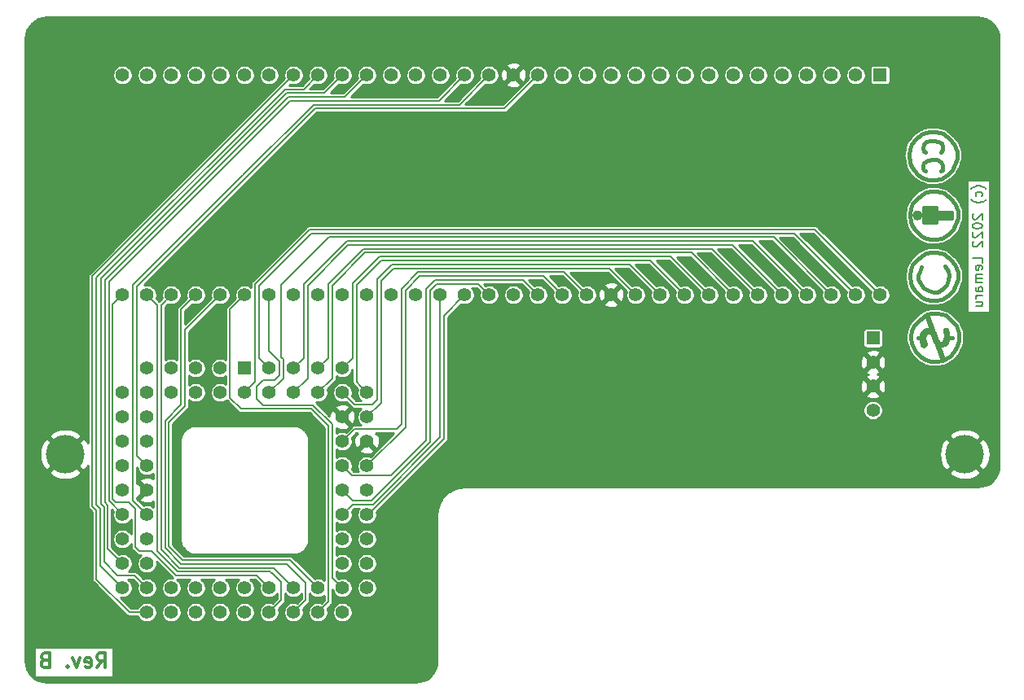
<source format=gbl>
G04 #@! TF.GenerationSoftware,KiCad,Pcbnew,(5.1.12)-1*
G04 #@! TF.CreationDate,2022-01-03T17:24:41+00:00*
G04 #@! TF.ProjectId,A600_68k_PLCC_to_DIP64_v2,41363030-5f36-4386-9b5f-504c43435f74,B*
G04 #@! TF.SameCoordinates,Original*
G04 #@! TF.FileFunction,Copper,L4,Bot*
G04 #@! TF.FilePolarity,Positive*
%FSLAX46Y46*%
G04 Gerber Fmt 4.6, Leading zero omitted, Abs format (unit mm)*
G04 Created by KiCad (PCBNEW (5.1.12)-1) date 2022-01-03 17:24:41*
%MOMM*%
%LPD*%
G01*
G04 APERTURE LIST*
G04 #@! TA.AperFunction,NonConductor*
%ADD10C,0.300000*%
G04 #@! TD*
G04 #@! TA.AperFunction,NonConductor*
%ADD11C,0.200000*%
G04 #@! TD*
G04 #@! TA.AperFunction,EtchedComponent*
%ADD12C,0.381000*%
G04 #@! TD*
G04 #@! TA.AperFunction,ComponentPad*
%ADD13C,1.422400*%
G04 #@! TD*
G04 #@! TA.AperFunction,ComponentPad*
%ADD14R,1.422400X1.422400*%
G04 #@! TD*
G04 #@! TA.AperFunction,ComponentPad*
%ADD15C,0.700000*%
G04 #@! TD*
G04 #@! TA.AperFunction,ComponentPad*
%ADD16C,4.000000*%
G04 #@! TD*
G04 #@! TA.AperFunction,ComponentPad*
%ADD17C,1.408000*%
G04 #@! TD*
G04 #@! TA.AperFunction,ComponentPad*
%ADD18R,1.408000X1.408000*%
G04 #@! TD*
G04 #@! TA.AperFunction,Conductor*
%ADD19C,0.203200*%
G04 #@! TD*
G04 #@! TA.AperFunction,Conductor*
%ADD20C,0.254000*%
G04 #@! TD*
G04 #@! TA.AperFunction,Conductor*
%ADD21C,0.100000*%
G04 #@! TD*
G04 APERTURE END LIST*
D10*
X114188571Y-142918571D02*
X114688571Y-142204285D01*
X115045714Y-142918571D02*
X115045714Y-141418571D01*
X114474285Y-141418571D01*
X114331428Y-141490000D01*
X114260000Y-141561428D01*
X114188571Y-141704285D01*
X114188571Y-141918571D01*
X114260000Y-142061428D01*
X114331428Y-142132857D01*
X114474285Y-142204285D01*
X115045714Y-142204285D01*
X112974285Y-142847142D02*
X113117142Y-142918571D01*
X113402857Y-142918571D01*
X113545714Y-142847142D01*
X113617142Y-142704285D01*
X113617142Y-142132857D01*
X113545714Y-141990000D01*
X113402857Y-141918571D01*
X113117142Y-141918571D01*
X112974285Y-141990000D01*
X112902857Y-142132857D01*
X112902857Y-142275714D01*
X113617142Y-142418571D01*
X112402857Y-141918571D02*
X112045714Y-142918571D01*
X111688571Y-141918571D01*
X111117142Y-142775714D02*
X111045714Y-142847142D01*
X111117142Y-142918571D01*
X111188571Y-142847142D01*
X111117142Y-142775714D01*
X111117142Y-142918571D01*
X108760000Y-142132857D02*
X108545714Y-142204285D01*
X108474285Y-142275714D01*
X108402857Y-142418571D01*
X108402857Y-142632857D01*
X108474285Y-142775714D01*
X108545714Y-142847142D01*
X108688571Y-142918571D01*
X109260000Y-142918571D01*
X109260000Y-141418571D01*
X108760000Y-141418571D01*
X108617142Y-141490000D01*
X108545714Y-141561428D01*
X108474285Y-141704285D01*
X108474285Y-141847142D01*
X108545714Y-141990000D01*
X108617142Y-142061428D01*
X108760000Y-142132857D01*
X109260000Y-142132857D01*
D11*
X206573333Y-93107619D02*
X206525714Y-93060000D01*
X206382857Y-92964761D01*
X206287619Y-92917142D01*
X206144761Y-92869523D01*
X205906666Y-92821904D01*
X205716190Y-92821904D01*
X205478095Y-92869523D01*
X205335238Y-92917142D01*
X205240000Y-92964761D01*
X205097142Y-93060000D01*
X205049523Y-93107619D01*
X206144761Y-93917142D02*
X206192380Y-93821904D01*
X206192380Y-93631428D01*
X206144761Y-93536190D01*
X206097142Y-93488571D01*
X206001904Y-93440952D01*
X205716190Y-93440952D01*
X205620952Y-93488571D01*
X205573333Y-93536190D01*
X205525714Y-93631428D01*
X205525714Y-93821904D01*
X205573333Y-93917142D01*
X206573333Y-94250476D02*
X206525714Y-94298095D01*
X206382857Y-94393333D01*
X206287619Y-94440952D01*
X206144761Y-94488571D01*
X205906666Y-94536190D01*
X205716190Y-94536190D01*
X205478095Y-94488571D01*
X205335238Y-94440952D01*
X205240000Y-94393333D01*
X205097142Y-94298095D01*
X205049523Y-94250476D01*
X205287619Y-95726666D02*
X205240000Y-95774285D01*
X205192380Y-95869523D01*
X205192380Y-96107619D01*
X205240000Y-96202857D01*
X205287619Y-96250476D01*
X205382857Y-96298095D01*
X205478095Y-96298095D01*
X205620952Y-96250476D01*
X206192380Y-95679047D01*
X206192380Y-96298095D01*
X205192380Y-96917142D02*
X205192380Y-97012380D01*
X205240000Y-97107619D01*
X205287619Y-97155238D01*
X205382857Y-97202857D01*
X205573333Y-97250476D01*
X205811428Y-97250476D01*
X206001904Y-97202857D01*
X206097142Y-97155238D01*
X206144761Y-97107619D01*
X206192380Y-97012380D01*
X206192380Y-96917142D01*
X206144761Y-96821904D01*
X206097142Y-96774285D01*
X206001904Y-96726666D01*
X205811428Y-96679047D01*
X205573333Y-96679047D01*
X205382857Y-96726666D01*
X205287619Y-96774285D01*
X205240000Y-96821904D01*
X205192380Y-96917142D01*
X205287619Y-97631428D02*
X205240000Y-97679047D01*
X205192380Y-97774285D01*
X205192380Y-98012380D01*
X205240000Y-98107619D01*
X205287619Y-98155238D01*
X205382857Y-98202857D01*
X205478095Y-98202857D01*
X205620952Y-98155238D01*
X206192380Y-97583809D01*
X206192380Y-98202857D01*
X205287619Y-98583809D02*
X205240000Y-98631428D01*
X205192380Y-98726666D01*
X205192380Y-98964761D01*
X205240000Y-99060000D01*
X205287619Y-99107619D01*
X205382857Y-99155238D01*
X205478095Y-99155238D01*
X205620952Y-99107619D01*
X206192380Y-98536190D01*
X206192380Y-99155238D01*
X206192380Y-100821904D02*
X206192380Y-100345714D01*
X205192380Y-100345714D01*
X206144761Y-101536190D02*
X206192380Y-101440952D01*
X206192380Y-101250476D01*
X206144761Y-101155238D01*
X206049523Y-101107619D01*
X205668571Y-101107619D01*
X205573333Y-101155238D01*
X205525714Y-101250476D01*
X205525714Y-101440952D01*
X205573333Y-101536190D01*
X205668571Y-101583809D01*
X205763809Y-101583809D01*
X205859047Y-101107619D01*
X206192380Y-102012380D02*
X205525714Y-102012380D01*
X205620952Y-102012380D02*
X205573333Y-102060000D01*
X205525714Y-102155238D01*
X205525714Y-102298095D01*
X205573333Y-102393333D01*
X205668571Y-102440952D01*
X206192380Y-102440952D01*
X205668571Y-102440952D02*
X205573333Y-102488571D01*
X205525714Y-102583809D01*
X205525714Y-102726666D01*
X205573333Y-102821904D01*
X205668571Y-102869523D01*
X206192380Y-102869523D01*
X206192380Y-103774285D02*
X205668571Y-103774285D01*
X205573333Y-103726666D01*
X205525714Y-103631428D01*
X205525714Y-103440952D01*
X205573333Y-103345714D01*
X206144761Y-103774285D02*
X206192380Y-103679047D01*
X206192380Y-103440952D01*
X206144761Y-103345714D01*
X206049523Y-103298095D01*
X205954285Y-103298095D01*
X205859047Y-103345714D01*
X205811428Y-103440952D01*
X205811428Y-103679047D01*
X205763809Y-103774285D01*
X206192380Y-104250476D02*
X205525714Y-104250476D01*
X205716190Y-104250476D02*
X205620952Y-104298095D01*
X205573333Y-104345714D01*
X205525714Y-104440952D01*
X205525714Y-104536190D01*
X205525714Y-105298095D02*
X206192380Y-105298095D01*
X205525714Y-104869523D02*
X206049523Y-104869523D01*
X206144761Y-104917142D01*
X206192380Y-105012380D01*
X206192380Y-105155238D01*
X206144761Y-105250476D01*
X206097142Y-105298095D01*
D12*
X202595480Y-108585000D02*
X203095860Y-108585000D01*
X203095860Y-108585000D02*
X202994260Y-108585000D01*
X199793860Y-108585000D02*
X199494140Y-108585000D01*
X200494900Y-106184700D02*
X202194160Y-110784640D01*
X200395840Y-106283760D02*
X202095100Y-110985300D01*
X200096120Y-109484160D02*
X199994520Y-109385100D01*
X199994520Y-109385100D02*
X199895460Y-108983780D01*
X199895460Y-108983780D02*
X199895460Y-108285280D01*
X199895460Y-108285280D02*
X199994520Y-108084620D01*
X199994520Y-108084620D02*
X200195180Y-107883960D01*
X200195180Y-107883960D02*
X200395840Y-107784900D01*
X200395840Y-107784900D02*
X200695560Y-107784900D01*
X200695560Y-107784900D02*
X200995280Y-107883960D01*
X200995280Y-107883960D02*
X201195940Y-108084620D01*
X201195940Y-108084620D02*
X201495660Y-108884720D01*
X201495660Y-108884720D02*
X201693780Y-109184440D01*
X201693780Y-109184440D02*
X202095100Y-109184440D01*
X202095100Y-109184440D02*
X202295760Y-108884720D01*
X202295760Y-108884720D02*
X202394820Y-108384340D01*
X202394820Y-108384340D02*
X202295760Y-107883960D01*
X202295760Y-107883960D02*
X202295760Y-107784900D01*
X202295760Y-107784900D02*
X202493880Y-107784900D01*
X202493880Y-107784900D02*
X202595480Y-108084620D01*
X202595480Y-108084620D02*
X202595480Y-108785660D01*
X202595480Y-108785660D02*
X202493880Y-109085380D01*
X202493880Y-109085380D02*
X202295760Y-109286040D01*
X202295760Y-109286040D02*
X202095100Y-109385100D01*
X202095100Y-109385100D02*
X201795380Y-109385100D01*
X201795380Y-109385100D02*
X201495660Y-109286040D01*
X201495660Y-109286040D02*
X201195940Y-108884720D01*
X201195940Y-108884720D02*
X201094340Y-108285280D01*
X201094340Y-108285280D02*
X200896220Y-108084620D01*
X200896220Y-108084620D02*
X200593960Y-107985560D01*
X200593960Y-107985560D02*
X200395840Y-108084620D01*
X200395840Y-108084620D02*
X200195180Y-108285280D01*
X200195180Y-108285280D02*
X200096120Y-108684060D01*
X200096120Y-108684060D02*
X200195180Y-108983780D01*
X200195180Y-108983780D02*
X200294240Y-109286040D01*
X200294240Y-109286040D02*
X200096120Y-109484160D01*
X198795640Y-108585000D02*
X198795640Y-108485940D01*
X198795640Y-108485940D02*
X198894700Y-107883960D01*
X198894700Y-107883960D02*
X199095360Y-107386120D01*
X199095360Y-107386120D02*
X199494140Y-106885740D01*
X199494140Y-106885740D02*
X200096120Y-106385360D01*
X200096120Y-106385360D02*
X200494900Y-106184700D01*
X200494900Y-106184700D02*
X200995280Y-106085640D01*
X200995280Y-106085640D02*
X201594720Y-106085640D01*
X201594720Y-106085640D02*
X202394820Y-106283760D01*
X202394820Y-106283760D02*
X203095860Y-106885740D01*
X203095860Y-106885740D02*
X203494640Y-107386120D01*
X203494640Y-107386120D02*
X203794360Y-108084620D01*
X203794360Y-108084620D02*
X203794360Y-108884720D01*
X203794360Y-108884720D02*
X203596240Y-109484160D01*
X203596240Y-109484160D02*
X203293980Y-110086140D01*
X203293980Y-110086140D02*
X202796140Y-110583980D01*
X202796140Y-110583980D02*
X202095100Y-110985300D01*
X202095100Y-110985300D02*
X201495660Y-111084360D01*
X201495660Y-111084360D02*
X200896220Y-111084360D01*
X200896220Y-111084360D02*
X200294240Y-110886240D01*
X200294240Y-110886240D02*
X199793860Y-110583980D01*
X199793860Y-110583980D02*
X199296020Y-110086140D01*
X199296020Y-110086140D02*
X198993760Y-109585760D01*
X198993760Y-109585760D02*
X198894700Y-109184440D01*
X198894700Y-109184440D02*
X198795640Y-108585000D01*
X198767700Y-102834440D02*
X198668640Y-102235000D01*
X198866760Y-103235760D02*
X198767700Y-102834440D01*
X199169020Y-103736140D02*
X198866760Y-103235760D01*
X199666860Y-104233980D02*
X199169020Y-103736140D01*
X200167240Y-104536240D02*
X199666860Y-104233980D01*
X200769220Y-104734360D02*
X200167240Y-104536240D01*
X201368660Y-104734360D02*
X200769220Y-104734360D01*
X201968100Y-104635300D02*
X201368660Y-104734360D01*
X202669140Y-104233980D02*
X201968100Y-104635300D01*
X203166980Y-103736140D02*
X202669140Y-104233980D01*
X203469240Y-103134160D02*
X203166980Y-103736140D01*
X203667360Y-102534720D02*
X203469240Y-103134160D01*
X203667360Y-101734620D02*
X203667360Y-102534720D01*
X203367640Y-101036120D02*
X203667360Y-101734620D01*
X202968860Y-100535740D02*
X203367640Y-101036120D01*
X202267820Y-99933760D02*
X202968860Y-100535740D01*
X201467720Y-99735640D02*
X202267820Y-99933760D01*
X200868280Y-99735640D02*
X201467720Y-99735640D01*
X200367900Y-99834700D02*
X200868280Y-99735640D01*
X199969120Y-100035360D02*
X200367900Y-99834700D01*
X199367140Y-100535740D02*
X199969120Y-100035360D01*
X198968360Y-101036120D02*
X199367140Y-100535740D01*
X198767700Y-101533960D02*
X198968360Y-101036120D01*
X198668640Y-102135940D02*
X198767700Y-101533960D01*
X198668640Y-102235000D02*
X198668640Y-102135940D01*
X199666860Y-101734620D02*
X199867520Y-101234240D01*
X199567800Y-102135940D02*
X199666860Y-101734620D01*
X199567800Y-102534720D02*
X199567800Y-102135940D01*
X199867520Y-103134160D02*
X199567800Y-102534720D01*
X200167240Y-103433880D02*
X199867520Y-103134160D01*
X200667620Y-103736140D02*
X200167240Y-103433880D01*
X201168000Y-103835200D02*
X200667620Y-103736140D01*
X201566780Y-103835200D02*
X201168000Y-103835200D01*
X202067160Y-103535480D02*
X201566780Y-103835200D01*
X202468480Y-103134160D02*
X202067160Y-103535480D01*
X202669140Y-102633780D02*
X202468480Y-103134160D01*
X202768200Y-102135940D02*
X202669140Y-102633780D01*
X202669140Y-101635560D02*
X202768200Y-102135940D01*
X202366880Y-101135180D02*
X202669140Y-101635560D01*
X198767700Y-96484440D02*
X198668640Y-95885000D01*
X198866760Y-96885760D02*
X198767700Y-96484440D01*
X199169020Y-97386140D02*
X198866760Y-96885760D01*
X199666860Y-97883980D02*
X199169020Y-97386140D01*
X200167240Y-98186240D02*
X199666860Y-97883980D01*
X200769220Y-98384360D02*
X200167240Y-98186240D01*
X201368660Y-98384360D02*
X200769220Y-98384360D01*
X201968100Y-98285300D02*
X201368660Y-98384360D01*
X202669140Y-97883980D02*
X201968100Y-98285300D01*
X203166980Y-97386140D02*
X202669140Y-97883980D01*
X203469240Y-96784160D02*
X203166980Y-97386140D01*
X203667360Y-96184720D02*
X203469240Y-96784160D01*
X203667360Y-95384620D02*
X203667360Y-96184720D01*
X203367640Y-94686120D02*
X203667360Y-95384620D01*
X202968860Y-94185740D02*
X203367640Y-94686120D01*
X202267820Y-93583760D02*
X202968860Y-94185740D01*
X201467720Y-93385640D02*
X202267820Y-93583760D01*
X200868280Y-93385640D02*
X201467720Y-93385640D01*
X200367900Y-93484700D02*
X200868280Y-93385640D01*
X199969120Y-93685360D02*
X200367900Y-93484700D01*
X199367140Y-94185740D02*
X199969120Y-93685360D01*
X198968360Y-94686120D02*
X199367140Y-94185740D01*
X198767700Y-95183960D02*
X198968360Y-94686120D01*
X198668640Y-95785940D02*
X198767700Y-95183960D01*
X198668640Y-95885000D02*
X198668640Y-95785940D01*
X199784406Y-95885000D02*
G75*
G03*
X199784406Y-95885000I-315666J0D01*
G01*
X201368660Y-95084900D02*
X200167240Y-95084900D01*
X201368660Y-96586040D02*
X201368660Y-95084900D01*
X200167240Y-96586040D02*
X201368660Y-96586040D01*
X200167240Y-95084900D02*
X200167240Y-96586040D01*
X202968860Y-95585280D02*
X202968860Y-96085660D01*
X201467720Y-95585280D02*
X202968860Y-95585280D01*
X202968860Y-96184720D02*
X201368660Y-96184720D01*
X202968860Y-95984060D02*
X202968860Y-96184720D01*
X201467720Y-95885000D02*
X202768200Y-95885000D01*
X201068940Y-95084900D02*
X201068940Y-96385380D01*
X200769220Y-96385380D02*
X200769220Y-95183960D01*
X200466960Y-95183960D02*
X200466960Y-96484440D01*
X199268080Y-95885000D02*
X199666860Y-95885000D01*
X198667700Y-90284440D02*
X198568640Y-89685000D01*
X198766760Y-90685760D02*
X198667700Y-90284440D01*
X199069020Y-91186140D02*
X198766760Y-90685760D01*
X199566860Y-91683980D02*
X199069020Y-91186140D01*
X200067240Y-91986240D02*
X199566860Y-91683980D01*
X200669220Y-92184360D02*
X200067240Y-91986240D01*
X201268660Y-92184360D02*
X200669220Y-92184360D01*
X201868100Y-92085300D02*
X201268660Y-92184360D01*
X202569140Y-91683980D02*
X201868100Y-92085300D01*
X203066980Y-91186140D02*
X202569140Y-91683980D01*
X203369240Y-90584160D02*
X203066980Y-91186140D01*
X203567360Y-89984720D02*
X203369240Y-90584160D01*
X203567360Y-89184620D02*
X203567360Y-89984720D01*
X203267640Y-88486120D02*
X203567360Y-89184620D01*
X202868860Y-87985740D02*
X203267640Y-88486120D01*
X202167820Y-87383760D02*
X202868860Y-87985740D01*
X201367720Y-87185640D02*
X202167820Y-87383760D01*
X200768280Y-87185640D02*
X201367720Y-87185640D01*
X200267900Y-87284700D02*
X200768280Y-87185640D01*
X199869120Y-87485360D02*
X200267900Y-87284700D01*
X199267140Y-87985740D02*
X199869120Y-87485360D01*
X198868360Y-88486120D02*
X199267140Y-87985740D01*
X198667700Y-88983960D02*
X198868360Y-88486120D01*
X198568640Y-89585940D02*
X198667700Y-88983960D01*
X198568640Y-89685000D02*
X198568640Y-89585940D01*
X202068760Y-89085560D02*
X201868100Y-89286220D01*
X202068760Y-88684240D02*
X202068760Y-89085560D01*
X201967160Y-88384520D02*
X202068760Y-88684240D01*
X201667440Y-88183860D02*
X201967160Y-88384520D01*
X201167060Y-88084800D02*
X201667440Y-88183860D01*
X200768280Y-88084800D02*
X201167060Y-88084800D01*
X200366960Y-88183860D02*
X200768280Y-88084800D01*
X200168840Y-88486120D02*
X200366960Y-88183860D01*
X200067240Y-88884900D02*
X200168840Y-88486120D01*
X200168840Y-89184620D02*
X200067240Y-88884900D01*
X200267900Y-89286220D02*
X200168840Y-89184620D01*
X202068760Y-91186140D02*
X201868100Y-91285200D01*
X202068760Y-90883880D02*
X202068760Y-91186140D01*
X202068760Y-90685760D02*
X202068760Y-90883880D01*
X201868100Y-90284440D02*
X202068760Y-90685760D01*
X201466780Y-90083780D02*
X201868100Y-90284440D01*
X201068000Y-90083780D02*
X201466780Y-90083780D01*
X200567620Y-90185380D02*
X201068000Y-90083780D01*
X200168840Y-90386040D02*
X200567620Y-90185380D01*
X200067240Y-90685760D02*
X200168840Y-90386040D01*
X200067240Y-90985480D02*
X200067240Y-90685760D01*
X200168840Y-91186140D02*
X200067240Y-90985480D01*
X200267900Y-91285200D02*
X200168840Y-91186140D01*
D13*
X127000000Y-114300000D03*
X124460000Y-114300000D03*
X121920000Y-114300000D03*
X119380000Y-114300000D03*
X129540000Y-114300000D03*
X132080000Y-114300000D03*
X134620000Y-114300000D03*
X137160000Y-114300000D03*
D14*
X129540000Y-111760000D03*
D13*
X127000000Y-111760000D03*
X124460000Y-111760000D03*
X121920000Y-111760000D03*
X119380000Y-111760000D03*
X132080000Y-111760000D03*
X134620000Y-111760000D03*
X137160000Y-111760000D03*
X119380000Y-116840000D03*
X119380000Y-119380000D03*
X119380000Y-121920000D03*
X119380000Y-124460000D03*
X119380000Y-127000000D03*
X119380000Y-129540000D03*
X119380000Y-132080000D03*
X119380000Y-134620000D03*
X116840000Y-114300000D03*
X116840000Y-116840000D03*
X116840000Y-119380000D03*
X116840000Y-121920000D03*
X116840000Y-124460000D03*
X116840000Y-127000000D03*
X116840000Y-129540000D03*
X116840000Y-132080000D03*
X116840000Y-134620000D03*
X121920000Y-134620000D03*
X124460000Y-134620000D03*
X127000000Y-134620000D03*
X129540000Y-134620000D03*
X132080000Y-134620000D03*
X134620000Y-134620000D03*
X137160000Y-134620000D03*
X139700000Y-134620000D03*
X142240000Y-134620000D03*
X119380000Y-137160000D03*
X121920000Y-137160000D03*
X124460000Y-137160000D03*
X127000000Y-137160000D03*
X129540000Y-137160000D03*
X132080000Y-137160000D03*
X134620000Y-137160000D03*
X137160000Y-137160000D03*
X139700000Y-137160000D03*
X139700000Y-132080000D03*
X139700000Y-129540000D03*
X139700000Y-127000000D03*
X139700000Y-124460000D03*
X139700000Y-121920000D03*
X139700000Y-119380000D03*
X139700000Y-116840000D03*
X139700000Y-114300000D03*
X139700000Y-111760000D03*
X142240000Y-132080000D03*
X142240000Y-129540000D03*
X142240000Y-127000000D03*
X142240000Y-124460000D03*
X142240000Y-121920000D03*
X142240000Y-119380000D03*
X142240000Y-116840000D03*
X142240000Y-114300000D03*
X195580000Y-104140000D03*
X116840000Y-81280000D03*
X193040000Y-104140000D03*
X119380000Y-81280000D03*
X190500000Y-104140000D03*
X121920000Y-81280000D03*
X187960000Y-104140000D03*
X124460000Y-81280000D03*
X185420000Y-104140000D03*
X127000000Y-81280000D03*
X182880000Y-104140000D03*
X129540000Y-81280000D03*
X180340000Y-104140000D03*
X132080000Y-81280000D03*
X177800000Y-104140000D03*
X134620000Y-81280000D03*
X175260000Y-104140000D03*
X137160000Y-81280000D03*
X172720000Y-104140000D03*
X139700000Y-81280000D03*
X170180000Y-104140000D03*
X142240000Y-81280000D03*
X167640000Y-104140000D03*
X144780000Y-81280000D03*
X165100000Y-104140000D03*
X147320000Y-81280000D03*
X162560000Y-104140000D03*
X149860000Y-81280000D03*
X160020000Y-104140000D03*
X152400000Y-81280000D03*
X157480000Y-104140000D03*
X154940000Y-81280000D03*
X154940000Y-104140000D03*
X157480000Y-81280000D03*
X152400000Y-104140000D03*
X160020000Y-81280000D03*
X149860000Y-104140000D03*
X162560000Y-81280000D03*
X147320000Y-104140000D03*
X165100000Y-81280000D03*
X144780000Y-104140000D03*
X167640000Y-81280000D03*
X142240000Y-104140000D03*
X170180000Y-81280000D03*
X139700000Y-104140000D03*
X172720000Y-81280000D03*
X137160000Y-104140000D03*
X175260000Y-81280000D03*
X134620000Y-104140000D03*
X177800000Y-81280000D03*
X132080000Y-104140000D03*
X180340000Y-81280000D03*
X129540000Y-104140000D03*
X182880000Y-81280000D03*
X127000000Y-104140000D03*
X185420000Y-81280000D03*
X124460000Y-104140000D03*
X187960000Y-81280000D03*
X121920000Y-104140000D03*
X190500000Y-81280000D03*
X119380000Y-104140000D03*
X193040000Y-81280000D03*
X116840000Y-104140000D03*
D14*
X195580000Y-81280000D03*
D15*
X111941000Y-119669000D03*
X110880000Y-119230000D03*
X109819000Y-119669000D03*
X109380000Y-120730000D03*
X109819000Y-121791000D03*
X110880000Y-122230000D03*
X111941000Y-121791000D03*
X112380000Y-120730000D03*
D16*
X110880000Y-120730000D03*
D15*
X205441000Y-119669000D03*
X204380000Y-119230000D03*
X203319000Y-119669000D03*
X202880000Y-120730000D03*
X203319000Y-121791000D03*
X204380000Y-122230000D03*
X205441000Y-121791000D03*
X205880000Y-120730000D03*
D16*
X204380000Y-120730000D03*
D17*
X194840000Y-116145000D03*
X194840000Y-113645000D03*
X194840000Y-111145000D03*
D18*
X194840000Y-108645000D03*
D19*
X141160500Y-113220500D02*
X141528801Y-113588801D01*
X141528801Y-113588801D02*
X142240000Y-114300000D01*
X141160500Y-103125274D02*
X141160500Y-113220500D01*
X171691188Y-100571188D02*
X143714586Y-100571188D01*
X143714586Y-100571188D02*
X141160500Y-103125274D01*
X175260000Y-104140000D02*
X171691188Y-100571188D01*
X143700500Y-102679500D02*
X143700500Y-115379500D01*
X167417610Y-101377610D02*
X145002390Y-101377610D01*
X145002390Y-101377610D02*
X143700500Y-102679500D01*
X170180000Y-104140000D02*
X167417610Y-101377610D01*
X143700500Y-115379500D02*
X142240000Y-116840000D01*
X146262711Y-117897289D02*
X142240000Y-121920000D01*
X162560000Y-104140000D02*
X160604032Y-102184032D01*
X160604032Y-102184032D02*
X147751968Y-102184032D01*
X147751968Y-102184032D02*
X146262711Y-103673289D01*
X146262711Y-103673289D02*
X146262711Y-117897289D01*
X150241000Y-119126000D02*
X142367000Y-127000000D01*
X142367000Y-127000000D02*
X142240000Y-127000000D01*
X150241000Y-106299000D02*
X150241000Y-119126000D01*
X152400000Y-104140000D02*
X150241000Y-106299000D01*
X140757289Y-110702711D02*
X139700000Y-111760000D01*
X177800000Y-104140000D02*
X173827977Y-100167977D01*
X173827977Y-100167977D02*
X143547570Y-100167978D01*
X143547570Y-100167978D02*
X140757289Y-102958259D01*
X140757289Y-102958259D02*
X140757289Y-110702711D01*
X140970000Y-115570000D02*
X139700000Y-114300000D01*
X143297289Y-115084211D02*
X142811500Y-115570000D01*
X142811500Y-115570000D02*
X140970000Y-115570000D01*
X143297289Y-102512485D02*
X143297289Y-115084211D01*
X144835374Y-100974400D02*
X143297289Y-102512485D01*
X169554399Y-100974399D02*
X144835374Y-100974400D01*
X172720000Y-104140000D02*
X169554399Y-100974399D01*
X145351500Y-118110000D02*
X140970000Y-118110000D01*
X140970000Y-118110000D02*
X139700000Y-119380000D01*
X145859500Y-103506274D02*
X145859500Y-117602000D01*
X145859500Y-117602000D02*
X145351500Y-118110000D01*
X147584953Y-101780821D02*
X145859500Y-103506274D01*
X162740821Y-101780821D02*
X147584953Y-101780821D01*
X165100000Y-104140000D02*
X162740821Y-101780821D01*
X140712801Y-122932801D02*
X139700000Y-121920000D01*
X144723521Y-122932801D02*
X140712801Y-122932801D01*
X148399500Y-119256822D02*
X144723521Y-122932801D01*
X158467243Y-102587243D02*
X149318530Y-102587244D01*
X149318530Y-102587244D02*
X148399500Y-103506274D01*
X160020000Y-104140000D02*
X158467243Y-102587243D01*
X148399500Y-103506274D02*
X148399500Y-119256822D01*
X140779500Y-125539500D02*
X139700000Y-124460000D01*
X148802711Y-119423837D02*
X142687048Y-125539500D01*
X148802711Y-103673289D02*
X148802711Y-119423837D01*
X142687048Y-125539500D02*
X140779500Y-125539500D01*
X149485546Y-102990454D02*
X148802711Y-103673289D01*
X154940000Y-104140000D02*
X153790454Y-102990454D01*
X153790454Y-102990454D02*
X149485546Y-102990454D01*
X149837789Y-118958985D02*
X142854063Y-125942711D01*
X149860000Y-104140000D02*
X149837789Y-104162211D01*
X149837789Y-104162211D02*
X149837789Y-118958985D01*
X142854063Y-125942711D02*
X140757289Y-125942711D01*
X140757289Y-125942711D02*
X139700000Y-127000000D01*
X138239500Y-117792500D02*
X138239500Y-136080500D01*
X136461500Y-116014500D02*
X138239500Y-117792500D01*
X129185328Y-116014500D02*
X136461500Y-116014500D01*
X128016000Y-114845172D02*
X129185328Y-116014500D01*
X128016000Y-105664000D02*
X128016000Y-114845172D01*
X138239500Y-136080500D02*
X137160000Y-137160000D01*
X129540000Y-104140000D02*
X128016000Y-105664000D01*
X122932801Y-115548997D02*
X121262790Y-117219008D01*
X135890000Y-135890000D02*
X134620000Y-137160000D01*
X133918368Y-132140368D02*
X135890000Y-134112000D01*
X121262790Y-117219008D02*
X121262790Y-130474112D01*
X122932801Y-105667199D02*
X122932801Y-115548997D01*
X124460000Y-104140000D02*
X122932801Y-105667199D01*
X122929046Y-132140368D02*
X133918368Y-132140368D01*
X135890000Y-134112000D02*
X135890000Y-135890000D01*
X121262790Y-130474112D02*
X122929046Y-132140368D01*
X132397500Y-133096000D02*
X133350000Y-134048500D01*
X132184789Y-132946789D02*
X132334000Y-133096000D01*
X122595015Y-132946789D02*
X132184789Y-132946789D01*
X119380000Y-104140000D02*
X120456368Y-105216368D01*
X120456368Y-105216368D02*
X120456368Y-130808142D01*
X132334000Y-133096000D02*
X132397500Y-133096000D01*
X120456368Y-130808142D02*
X122595015Y-132946789D01*
X133350000Y-134048500D02*
X133350000Y-135890000D01*
X133350000Y-135890000D02*
X132080000Y-137160000D01*
X117538500Y-137160000D02*
X119380000Y-137160000D01*
X114109500Y-133731000D02*
X117538500Y-137160000D01*
X114109500Y-126549130D02*
X114109500Y-133731000D01*
X134620000Y-81280000D02*
X113680949Y-102219051D01*
X113680949Y-126120579D02*
X114109500Y-126549130D01*
X113680949Y-102219051D02*
X113680949Y-126120579D01*
X138642711Y-133562711D02*
X139700000Y-134620000D01*
X132651500Y-113030000D02*
X131445000Y-113030000D01*
X132080000Y-109982000D02*
X133159500Y-111061500D01*
X131422789Y-115611289D02*
X136628516Y-115611290D01*
X130810000Y-114998500D02*
X131422789Y-115611289D01*
X130810000Y-113665000D02*
X130810000Y-114998500D01*
X138642711Y-117625485D02*
X138642711Y-133562711D01*
X133159500Y-112522000D02*
X132651500Y-113030000D01*
X132080000Y-104140000D02*
X132080000Y-109982000D01*
X136628516Y-115611290D02*
X138642711Y-117625485D01*
X133159500Y-111061500D02*
X133159500Y-112522000D01*
X131445000Y-113030000D02*
X130810000Y-113665000D01*
X123098610Y-131737158D02*
X134277158Y-131737158D01*
X123336012Y-107803988D02*
X123336011Y-115716013D01*
X127000000Y-104140000D02*
X123336012Y-107803988D01*
X121666001Y-117386023D02*
X121666001Y-130304549D01*
X121666001Y-130304549D02*
X123098610Y-131737158D01*
X134277158Y-131737158D02*
X136448801Y-133908801D01*
X123336011Y-115716013D02*
X121666001Y-117386023D01*
X136448801Y-133908801D02*
X137160000Y-134620000D01*
X122762030Y-132543578D02*
X132543578Y-132543578D01*
X120859579Y-130641127D02*
X122762030Y-132543578D01*
X120859579Y-105200421D02*
X120859579Y-130641127D01*
X121920000Y-104140000D02*
X120859579Y-105200421D01*
X132543578Y-132543578D02*
X134620000Y-134620000D01*
X122428000Y-133350000D02*
X119888000Y-130810000D01*
X132080000Y-134620000D02*
X130810000Y-133350000D01*
X130810000Y-133350000D02*
X122428000Y-133350000D01*
X115827199Y-125409301D02*
X115827199Y-105152801D01*
X118173500Y-130365500D02*
X118173500Y-126428500D01*
X119888000Y-130810000D02*
X118618000Y-130810000D01*
X118618000Y-130810000D02*
X118173500Y-130365500D01*
X118173500Y-126428500D02*
X117475000Y-125730000D01*
X117475000Y-125730000D02*
X116147898Y-125730000D01*
X116147898Y-125730000D02*
X115827199Y-125409301D01*
X115827199Y-105152801D02*
X116840000Y-104140000D01*
X114084160Y-102386066D02*
X114084160Y-125953564D01*
X114084160Y-125953564D02*
X114512711Y-126382115D01*
X135683551Y-82756449D02*
X133713777Y-82756449D01*
X137160000Y-81280000D02*
X135683551Y-82756449D01*
X114512711Y-132292711D02*
X116840000Y-134620000D01*
X133713777Y-82756449D02*
X114084160Y-102386066D01*
X114512711Y-126382115D02*
X114512711Y-132292711D01*
X115017579Y-102598195D02*
X115017580Y-125746532D01*
X142240000Y-81280000D02*
X139957131Y-83562869D01*
X115319133Y-130559133D02*
X116840000Y-132080000D01*
X139957131Y-83562869D02*
X134052904Y-83562870D01*
X115319133Y-126048085D02*
X115319133Y-130559133D01*
X115017580Y-125746532D02*
X115319133Y-126048085D01*
X134052904Y-83562870D02*
X115017579Y-102598195D01*
X134219920Y-83966080D02*
X115420790Y-102765210D01*
X115420790Y-102765210D02*
X115420790Y-125579516D01*
X116840000Y-126998726D02*
X116840000Y-127000000D01*
X115420790Y-125579516D02*
X116840000Y-126998726D01*
X149713920Y-83966080D02*
X134219920Y-83966080D01*
X152400000Y-81280000D02*
X149713920Y-83966080D01*
X118084946Y-133324946D02*
X119380000Y-134620000D01*
X116306946Y-133324946D02*
X118084946Y-133324946D01*
X114614370Y-102431178D02*
X114614370Y-125913548D01*
X114915922Y-131933922D02*
X116306946Y-133324946D01*
X133885888Y-83159660D02*
X114614370Y-102431178D01*
X114915922Y-126215100D02*
X114915922Y-131933922D01*
X137820340Y-83159660D02*
X133885888Y-83159660D01*
X139700000Y-81280000D02*
X137820340Y-83159660D01*
X114614370Y-125913548D02*
X114915922Y-126215100D01*
X117919500Y-125539500D02*
X118668801Y-126288801D01*
X136675484Y-84369290D02*
X129372984Y-91671790D01*
X154940000Y-81280000D02*
X151850711Y-84369289D01*
X151850711Y-84369289D02*
X136675484Y-84369290D01*
X118668801Y-126288801D02*
X119380000Y-127000000D01*
X117919500Y-103124000D02*
X117919500Y-125539500D01*
X129371710Y-91671790D02*
X117919500Y-103124000D01*
X129372984Y-91671790D02*
X129371710Y-91671790D01*
X118322711Y-120862711D02*
X119380000Y-121920000D01*
X160020000Y-81280000D02*
X156527500Y-84772500D01*
X118322711Y-103292289D02*
X118322711Y-120862711D01*
X136842500Y-84772500D02*
X118322711Y-103292289D01*
X156527500Y-84772500D02*
X136842500Y-84772500D01*
X141874944Y-99361556D02*
X138217289Y-103019211D01*
X182880000Y-104140000D02*
X178101555Y-99361555D01*
X178101555Y-99361555D02*
X141874944Y-99361556D01*
X138217289Y-103019211D02*
X138217289Y-110702711D01*
X138217289Y-110702711D02*
X137160000Y-111760000D01*
X182375133Y-98555133D02*
X140141366Y-98555134D01*
X135677289Y-110702711D02*
X134620000Y-111760000D01*
X187960000Y-104140000D02*
X182375133Y-98555133D01*
X140141366Y-98555134D02*
X135677289Y-103019211D01*
X135677289Y-103019211D02*
X135677289Y-110702711D01*
X131022711Y-103164015D02*
X136438015Y-97748711D01*
X131022711Y-110702711D02*
X131022711Y-103164015D01*
X132080000Y-111760000D02*
X131022711Y-110702711D01*
X136438015Y-97748711D02*
X186648711Y-97748711D01*
X186648711Y-97748711D02*
X192328801Y-103428801D01*
X192328801Y-103428801D02*
X193040000Y-104140000D01*
X138620500Y-112839500D02*
X137160000Y-114300000D01*
X175964766Y-99764766D02*
X142041960Y-99764766D01*
X138620500Y-103186226D02*
X138620500Y-112839500D01*
X180340000Y-104140000D02*
X175964766Y-99764766D01*
X142041960Y-99764766D02*
X138620500Y-103186226D01*
X136080500Y-112839500D02*
X134620000Y-114300000D01*
X180238344Y-98958344D02*
X140308382Y-98958344D01*
X140308382Y-98958344D02*
X136080500Y-103186226D01*
X185420000Y-104140000D02*
X180238344Y-98958344D01*
X136080500Y-103186226D02*
X136080500Y-112839500D01*
X133562711Y-112817289D02*
X132080000Y-114300000D01*
X133562711Y-110829711D02*
X133562711Y-112817289D01*
X133350000Y-110617000D02*
X133562711Y-110829711D01*
X133350000Y-103124000D02*
X133350000Y-110617000D01*
X138322078Y-98151922D02*
X133350000Y-103124000D01*
X184511922Y-98151922D02*
X138322078Y-98151922D01*
X190500000Y-104140000D02*
X184511922Y-98151922D01*
X194868801Y-103428801D02*
X195580000Y-104140000D01*
X188785500Y-97345500D02*
X194868801Y-103428801D01*
X136271000Y-97345500D02*
X188785500Y-97345500D01*
X130619500Y-102997000D02*
X136271000Y-97345500D01*
X130619500Y-113220500D02*
X130619500Y-102997000D01*
X129540000Y-114300000D02*
X130619500Y-113220500D01*
D20*
X206164654Y-75325326D02*
X206573140Y-75448655D01*
X206949888Y-75648974D01*
X207280550Y-75918657D01*
X207552535Y-76247431D01*
X207755480Y-76622769D01*
X207881657Y-77030381D01*
X207928000Y-77471308D01*
X207928001Y-121902775D01*
X207884674Y-122344659D01*
X207761346Y-122753139D01*
X207561025Y-123129889D01*
X207291346Y-123460548D01*
X206962569Y-123732535D01*
X206587231Y-123935480D01*
X206179621Y-124061657D01*
X205738692Y-124108000D01*
X152382708Y-124108000D01*
X152382096Y-124108060D01*
X152381037Y-124108064D01*
X152365745Y-124109617D01*
X152350366Y-124109510D01*
X152345474Y-124109990D01*
X151852468Y-124161807D01*
X151821241Y-124168217D01*
X151789878Y-124174200D01*
X151785173Y-124175621D01*
X151311621Y-124322210D01*
X151282250Y-124334557D01*
X151252630Y-124346524D01*
X151248290Y-124348832D01*
X150812230Y-124584609D01*
X150785803Y-124602434D01*
X150759086Y-124619917D01*
X150755277Y-124623024D01*
X150373317Y-124939008D01*
X150350825Y-124961657D01*
X150328043Y-124983967D01*
X150324910Y-124987754D01*
X150011600Y-125371911D01*
X149993965Y-125398453D01*
X149975920Y-125424808D01*
X149973582Y-125429131D01*
X149740855Y-125866827D01*
X149728705Y-125896305D01*
X149716130Y-125925646D01*
X149714677Y-125930342D01*
X149571397Y-126404906D01*
X149565203Y-126436190D01*
X149558567Y-126467407D01*
X149558054Y-126472296D01*
X149509680Y-126965651D01*
X149508000Y-126982709D01*
X149508001Y-142222775D01*
X149464674Y-142664659D01*
X149341346Y-143073139D01*
X149141025Y-143449889D01*
X148871346Y-143780548D01*
X148542569Y-144052535D01*
X148167231Y-144255480D01*
X147759621Y-144381657D01*
X147318692Y-144428000D01*
X108983215Y-144428000D01*
X108541341Y-144384674D01*
X108132861Y-144261346D01*
X107756111Y-144061025D01*
X107425452Y-143791346D01*
X107153465Y-143462569D01*
X106950520Y-143087231D01*
X106824343Y-142679621D01*
X106778000Y-142238692D01*
X106778000Y-140758000D01*
X107640143Y-140758000D01*
X107640143Y-143962000D01*
X115879857Y-143962000D01*
X115879857Y-140758000D01*
X107640143Y-140758000D01*
X106778000Y-140758000D01*
X106778000Y-122577499D01*
X109212106Y-122577499D01*
X109428228Y-122944258D01*
X109888105Y-123184938D01*
X110386098Y-123331275D01*
X110903071Y-123377648D01*
X111419159Y-123322273D01*
X111914526Y-123167279D01*
X112331772Y-122944258D01*
X112547894Y-122577499D01*
X111767432Y-121797037D01*
X111756957Y-121771107D01*
X111748767Y-121755784D01*
X111724102Y-121753707D01*
X111356293Y-121385898D01*
X111354216Y-121361233D01*
X111314964Y-121344569D01*
X110880000Y-120909605D01*
X110447037Y-121342568D01*
X110421107Y-121353043D01*
X110405784Y-121361233D01*
X110403707Y-121385898D01*
X110035898Y-121753707D01*
X110011233Y-121755784D01*
X109994569Y-121795036D01*
X109212106Y-122577499D01*
X106778000Y-122577499D01*
X106778000Y-120753071D01*
X108232352Y-120753071D01*
X108287727Y-121269159D01*
X108442721Y-121764526D01*
X108665742Y-122181772D01*
X109032501Y-122397894D01*
X109812963Y-121617432D01*
X109838893Y-121606957D01*
X109854216Y-121598767D01*
X109856293Y-121574102D01*
X110224102Y-121206293D01*
X110248767Y-121204216D01*
X110265431Y-121164964D01*
X110700395Y-120730000D01*
X111059605Y-120730000D01*
X111492568Y-121162963D01*
X111503043Y-121188893D01*
X111511233Y-121204216D01*
X111535898Y-121206293D01*
X111903707Y-121574102D01*
X111905784Y-121598767D01*
X111945036Y-121615431D01*
X112727499Y-122397894D01*
X113094258Y-122181772D01*
X113252350Y-121879700D01*
X113252350Y-126099521D01*
X113250276Y-126120579D01*
X113258551Y-126204599D01*
X113276477Y-126263689D01*
X113283060Y-126285390D01*
X113322858Y-126359848D01*
X113376418Y-126425111D01*
X113392768Y-126438529D01*
X113680900Y-126726662D01*
X113680901Y-133709942D01*
X113678827Y-133731000D01*
X113687102Y-133815020D01*
X113704610Y-133872732D01*
X113711611Y-133895811D01*
X113751409Y-133970269D01*
X113804969Y-134035532D01*
X113821320Y-134048951D01*
X117220545Y-137448176D01*
X117233968Y-137464532D01*
X117299231Y-137518092D01*
X117373689Y-137557890D01*
X117454480Y-137582398D01*
X117517452Y-137588600D01*
X117517453Y-137588600D01*
X117538499Y-137590673D01*
X117559545Y-137588600D01*
X118433792Y-137588600D01*
X118459959Y-137651772D01*
X118573578Y-137821814D01*
X118718186Y-137966422D01*
X118888228Y-138080041D01*
X119077168Y-138158302D01*
X119277746Y-138198200D01*
X119482254Y-138198200D01*
X119682832Y-138158302D01*
X119871772Y-138080041D01*
X120041814Y-137966422D01*
X120186422Y-137821814D01*
X120300041Y-137651772D01*
X120378302Y-137462832D01*
X120418200Y-137262254D01*
X120418200Y-137057746D01*
X120881800Y-137057746D01*
X120881800Y-137262254D01*
X120921698Y-137462832D01*
X120999959Y-137651772D01*
X121113578Y-137821814D01*
X121258186Y-137966422D01*
X121428228Y-138080041D01*
X121617168Y-138158302D01*
X121817746Y-138198200D01*
X122022254Y-138198200D01*
X122222832Y-138158302D01*
X122411772Y-138080041D01*
X122581814Y-137966422D01*
X122726422Y-137821814D01*
X122840041Y-137651772D01*
X122918302Y-137462832D01*
X122958200Y-137262254D01*
X122958200Y-137057746D01*
X123421800Y-137057746D01*
X123421800Y-137262254D01*
X123461698Y-137462832D01*
X123539959Y-137651772D01*
X123653578Y-137821814D01*
X123798186Y-137966422D01*
X123968228Y-138080041D01*
X124157168Y-138158302D01*
X124357746Y-138198200D01*
X124562254Y-138198200D01*
X124762832Y-138158302D01*
X124951772Y-138080041D01*
X125121814Y-137966422D01*
X125266422Y-137821814D01*
X125380041Y-137651772D01*
X125458302Y-137462832D01*
X125498200Y-137262254D01*
X125498200Y-137057746D01*
X125961800Y-137057746D01*
X125961800Y-137262254D01*
X126001698Y-137462832D01*
X126079959Y-137651772D01*
X126193578Y-137821814D01*
X126338186Y-137966422D01*
X126508228Y-138080041D01*
X126697168Y-138158302D01*
X126897746Y-138198200D01*
X127102254Y-138198200D01*
X127302832Y-138158302D01*
X127491772Y-138080041D01*
X127661814Y-137966422D01*
X127806422Y-137821814D01*
X127920041Y-137651772D01*
X127998302Y-137462832D01*
X128038200Y-137262254D01*
X128038200Y-137057746D01*
X128501800Y-137057746D01*
X128501800Y-137262254D01*
X128541698Y-137462832D01*
X128619959Y-137651772D01*
X128733578Y-137821814D01*
X128878186Y-137966422D01*
X129048228Y-138080041D01*
X129237168Y-138158302D01*
X129437746Y-138198200D01*
X129642254Y-138198200D01*
X129842832Y-138158302D01*
X130031772Y-138080041D01*
X130201814Y-137966422D01*
X130346422Y-137821814D01*
X130460041Y-137651772D01*
X130538302Y-137462832D01*
X130578200Y-137262254D01*
X130578200Y-137057746D01*
X130538302Y-136857168D01*
X130460041Y-136668228D01*
X130346422Y-136498186D01*
X130201814Y-136353578D01*
X130031772Y-136239959D01*
X129842832Y-136161698D01*
X129642254Y-136121800D01*
X129437746Y-136121800D01*
X129237168Y-136161698D01*
X129048228Y-136239959D01*
X128878186Y-136353578D01*
X128733578Y-136498186D01*
X128619959Y-136668228D01*
X128541698Y-136857168D01*
X128501800Y-137057746D01*
X128038200Y-137057746D01*
X127998302Y-136857168D01*
X127920041Y-136668228D01*
X127806422Y-136498186D01*
X127661814Y-136353578D01*
X127491772Y-136239959D01*
X127302832Y-136161698D01*
X127102254Y-136121800D01*
X126897746Y-136121800D01*
X126697168Y-136161698D01*
X126508228Y-136239959D01*
X126338186Y-136353578D01*
X126193578Y-136498186D01*
X126079959Y-136668228D01*
X126001698Y-136857168D01*
X125961800Y-137057746D01*
X125498200Y-137057746D01*
X125458302Y-136857168D01*
X125380041Y-136668228D01*
X125266422Y-136498186D01*
X125121814Y-136353578D01*
X124951772Y-136239959D01*
X124762832Y-136161698D01*
X124562254Y-136121800D01*
X124357746Y-136121800D01*
X124157168Y-136161698D01*
X123968228Y-136239959D01*
X123798186Y-136353578D01*
X123653578Y-136498186D01*
X123539959Y-136668228D01*
X123461698Y-136857168D01*
X123421800Y-137057746D01*
X122958200Y-137057746D01*
X122918302Y-136857168D01*
X122840041Y-136668228D01*
X122726422Y-136498186D01*
X122581814Y-136353578D01*
X122411772Y-136239959D01*
X122222832Y-136161698D01*
X122022254Y-136121800D01*
X121817746Y-136121800D01*
X121617168Y-136161698D01*
X121428228Y-136239959D01*
X121258186Y-136353578D01*
X121113578Y-136498186D01*
X120999959Y-136668228D01*
X120921698Y-136857168D01*
X120881800Y-137057746D01*
X120418200Y-137057746D01*
X120378302Y-136857168D01*
X120300041Y-136668228D01*
X120186422Y-136498186D01*
X120041814Y-136353578D01*
X119871772Y-136239959D01*
X119682832Y-136161698D01*
X119482254Y-136121800D01*
X119277746Y-136121800D01*
X119077168Y-136161698D01*
X118888228Y-136239959D01*
X118718186Y-136353578D01*
X118573578Y-136498186D01*
X118459959Y-136668228D01*
X118433792Y-136731400D01*
X117716031Y-136731400D01*
X116619263Y-135634632D01*
X116737746Y-135658200D01*
X116942254Y-135658200D01*
X117142832Y-135618302D01*
X117331772Y-135540041D01*
X117501814Y-135426422D01*
X117646422Y-135281814D01*
X117760041Y-135111772D01*
X117838302Y-134922832D01*
X117878200Y-134722254D01*
X117878200Y-134517746D01*
X117838302Y-134317168D01*
X117760041Y-134128228D01*
X117646422Y-133958186D01*
X117501814Y-133813578D01*
X117411970Y-133753546D01*
X117907415Y-133753546D01*
X118407865Y-134253996D01*
X118381698Y-134317168D01*
X118341800Y-134517746D01*
X118341800Y-134722254D01*
X118381698Y-134922832D01*
X118459959Y-135111772D01*
X118573578Y-135281814D01*
X118718186Y-135426422D01*
X118888228Y-135540041D01*
X119077168Y-135618302D01*
X119277746Y-135658200D01*
X119482254Y-135658200D01*
X119682832Y-135618302D01*
X119871772Y-135540041D01*
X120041814Y-135426422D01*
X120186422Y-135281814D01*
X120300041Y-135111772D01*
X120378302Y-134922832D01*
X120418200Y-134722254D01*
X120418200Y-134517746D01*
X120378302Y-134317168D01*
X120300041Y-134128228D01*
X120186422Y-133958186D01*
X120041814Y-133813578D01*
X119871772Y-133699959D01*
X119682832Y-133621698D01*
X119482254Y-133581800D01*
X119277746Y-133581800D01*
X119077168Y-133621698D01*
X119013996Y-133647865D01*
X118402901Y-133036770D01*
X118389478Y-133020414D01*
X118324215Y-132966854D01*
X118249757Y-132927056D01*
X118168966Y-132902548D01*
X118105994Y-132896346D01*
X118084946Y-132894273D01*
X118063898Y-132896346D01*
X117486962Y-132896346D01*
X117501814Y-132886422D01*
X117646422Y-132741814D01*
X117760041Y-132571772D01*
X117838302Y-132382832D01*
X117878200Y-132182254D01*
X117878200Y-131977746D01*
X117838302Y-131777168D01*
X117760041Y-131588228D01*
X117646422Y-131418186D01*
X117501814Y-131273578D01*
X117331772Y-131159959D01*
X117142832Y-131081698D01*
X116942254Y-131041800D01*
X116737746Y-131041800D01*
X116537168Y-131081698D01*
X116473996Y-131107865D01*
X115747733Y-130381602D01*
X115747733Y-126512590D01*
X115868238Y-126633095D01*
X115841698Y-126697168D01*
X115801800Y-126897746D01*
X115801800Y-127102254D01*
X115841698Y-127302832D01*
X115919959Y-127491772D01*
X116033578Y-127661814D01*
X116178186Y-127806422D01*
X116348228Y-127920041D01*
X116537168Y-127998302D01*
X116737746Y-128038200D01*
X116942254Y-128038200D01*
X117142832Y-127998302D01*
X117331772Y-127920041D01*
X117501814Y-127806422D01*
X117646422Y-127661814D01*
X117744901Y-127514431D01*
X117744900Y-129025569D01*
X117646422Y-128878186D01*
X117501814Y-128733578D01*
X117331772Y-128619959D01*
X117142832Y-128541698D01*
X116942254Y-128501800D01*
X116737746Y-128501800D01*
X116537168Y-128541698D01*
X116348228Y-128619959D01*
X116178186Y-128733578D01*
X116033578Y-128878186D01*
X115919959Y-129048228D01*
X115841698Y-129237168D01*
X115801800Y-129437746D01*
X115801800Y-129642254D01*
X115841698Y-129842832D01*
X115919959Y-130031772D01*
X116033578Y-130201814D01*
X116178186Y-130346422D01*
X116348228Y-130460041D01*
X116537168Y-130538302D01*
X116737746Y-130578200D01*
X116942254Y-130578200D01*
X117142832Y-130538302D01*
X117331772Y-130460041D01*
X117501814Y-130346422D01*
X117646422Y-130201814D01*
X117744900Y-130054432D01*
X117744900Y-130344452D01*
X117742827Y-130365500D01*
X117751102Y-130449520D01*
X117757121Y-130469360D01*
X117775610Y-130530310D01*
X117815408Y-130604768D01*
X117868968Y-130670032D01*
X117885324Y-130683455D01*
X118300049Y-131098181D01*
X118313468Y-131114532D01*
X118378731Y-131168092D01*
X118453189Y-131207890D01*
X118509471Y-131224963D01*
X118533979Y-131232398D01*
X118618000Y-131240673D01*
X118639048Y-131238600D01*
X118770534Y-131238600D01*
X118718186Y-131273578D01*
X118573578Y-131418186D01*
X118459959Y-131588228D01*
X118381698Y-131777168D01*
X118341800Y-131977746D01*
X118341800Y-132182254D01*
X118381698Y-132382832D01*
X118459959Y-132571772D01*
X118573578Y-132741814D01*
X118718186Y-132886422D01*
X118888228Y-133000041D01*
X119077168Y-133078302D01*
X119277746Y-133118200D01*
X119482254Y-133118200D01*
X119682832Y-133078302D01*
X119871772Y-133000041D01*
X120041814Y-132886422D01*
X120186422Y-132741814D01*
X120300041Y-132571772D01*
X120378302Y-132382832D01*
X120418200Y-132182254D01*
X120418200Y-131977746D01*
X120410400Y-131938531D01*
X122061468Y-133589600D01*
X122022254Y-133581800D01*
X121817746Y-133581800D01*
X121617168Y-133621698D01*
X121428228Y-133699959D01*
X121258186Y-133813578D01*
X121113578Y-133958186D01*
X120999959Y-134128228D01*
X120921698Y-134317168D01*
X120881800Y-134517746D01*
X120881800Y-134722254D01*
X120921698Y-134922832D01*
X120999959Y-135111772D01*
X121113578Y-135281814D01*
X121258186Y-135426422D01*
X121428228Y-135540041D01*
X121617168Y-135618302D01*
X121817746Y-135658200D01*
X122022254Y-135658200D01*
X122222832Y-135618302D01*
X122411772Y-135540041D01*
X122581814Y-135426422D01*
X122726422Y-135281814D01*
X122840041Y-135111772D01*
X122918302Y-134922832D01*
X122958200Y-134722254D01*
X122958200Y-134517746D01*
X122918302Y-134317168D01*
X122840041Y-134128228D01*
X122726422Y-133958186D01*
X122581814Y-133813578D01*
X122529466Y-133778600D01*
X123850534Y-133778600D01*
X123798186Y-133813578D01*
X123653578Y-133958186D01*
X123539959Y-134128228D01*
X123461698Y-134317168D01*
X123421800Y-134517746D01*
X123421800Y-134722254D01*
X123461698Y-134922832D01*
X123539959Y-135111772D01*
X123653578Y-135281814D01*
X123798186Y-135426422D01*
X123968228Y-135540041D01*
X124157168Y-135618302D01*
X124357746Y-135658200D01*
X124562254Y-135658200D01*
X124762832Y-135618302D01*
X124951772Y-135540041D01*
X125121814Y-135426422D01*
X125266422Y-135281814D01*
X125380041Y-135111772D01*
X125458302Y-134922832D01*
X125498200Y-134722254D01*
X125498200Y-134517746D01*
X125458302Y-134317168D01*
X125380041Y-134128228D01*
X125266422Y-133958186D01*
X125121814Y-133813578D01*
X125069466Y-133778600D01*
X126390534Y-133778600D01*
X126338186Y-133813578D01*
X126193578Y-133958186D01*
X126079959Y-134128228D01*
X126001698Y-134317168D01*
X125961800Y-134517746D01*
X125961800Y-134722254D01*
X126001698Y-134922832D01*
X126079959Y-135111772D01*
X126193578Y-135281814D01*
X126338186Y-135426422D01*
X126508228Y-135540041D01*
X126697168Y-135618302D01*
X126897746Y-135658200D01*
X127102254Y-135658200D01*
X127302832Y-135618302D01*
X127491772Y-135540041D01*
X127661814Y-135426422D01*
X127806422Y-135281814D01*
X127920041Y-135111772D01*
X127998302Y-134922832D01*
X128038200Y-134722254D01*
X128038200Y-134517746D01*
X127998302Y-134317168D01*
X127920041Y-134128228D01*
X127806422Y-133958186D01*
X127661814Y-133813578D01*
X127609466Y-133778600D01*
X128930534Y-133778600D01*
X128878186Y-133813578D01*
X128733578Y-133958186D01*
X128619959Y-134128228D01*
X128541698Y-134317168D01*
X128501800Y-134517746D01*
X128501800Y-134722254D01*
X128541698Y-134922832D01*
X128619959Y-135111772D01*
X128733578Y-135281814D01*
X128878186Y-135426422D01*
X129048228Y-135540041D01*
X129237168Y-135618302D01*
X129437746Y-135658200D01*
X129642254Y-135658200D01*
X129842832Y-135618302D01*
X130031772Y-135540041D01*
X130201814Y-135426422D01*
X130346422Y-135281814D01*
X130460041Y-135111772D01*
X130538302Y-134922832D01*
X130578200Y-134722254D01*
X130578200Y-134517746D01*
X130538302Y-134317168D01*
X130460041Y-134128228D01*
X130346422Y-133958186D01*
X130201814Y-133813578D01*
X130149466Y-133778600D01*
X130632469Y-133778600D01*
X131107865Y-134253996D01*
X131081698Y-134317168D01*
X131041800Y-134517746D01*
X131041800Y-134722254D01*
X131081698Y-134922832D01*
X131159959Y-135111772D01*
X131273578Y-135281814D01*
X131418186Y-135426422D01*
X131588228Y-135540041D01*
X131777168Y-135618302D01*
X131977746Y-135658200D01*
X132182254Y-135658200D01*
X132382832Y-135618302D01*
X132571772Y-135540041D01*
X132741814Y-135426422D01*
X132886422Y-135281814D01*
X132921401Y-135229465D01*
X132921401Y-135712468D01*
X132446004Y-136187865D01*
X132382832Y-136161698D01*
X132182254Y-136121800D01*
X131977746Y-136121800D01*
X131777168Y-136161698D01*
X131588228Y-136239959D01*
X131418186Y-136353578D01*
X131273578Y-136498186D01*
X131159959Y-136668228D01*
X131081698Y-136857168D01*
X131041800Y-137057746D01*
X131041800Y-137262254D01*
X131081698Y-137462832D01*
X131159959Y-137651772D01*
X131273578Y-137821814D01*
X131418186Y-137966422D01*
X131588228Y-138080041D01*
X131777168Y-138158302D01*
X131977746Y-138198200D01*
X132182254Y-138198200D01*
X132382832Y-138158302D01*
X132571772Y-138080041D01*
X132741814Y-137966422D01*
X132886422Y-137821814D01*
X133000041Y-137651772D01*
X133078302Y-137462832D01*
X133118200Y-137262254D01*
X133118200Y-137057746D01*
X133078302Y-136857168D01*
X133052135Y-136793996D01*
X133638176Y-136207955D01*
X133654532Y-136194532D01*
X133708092Y-136129269D01*
X133747890Y-136054811D01*
X133772398Y-135974020D01*
X133778600Y-135911048D01*
X133778600Y-135911047D01*
X133780673Y-135890001D01*
X133778600Y-135868955D01*
X133778600Y-135229466D01*
X133813578Y-135281814D01*
X133958186Y-135426422D01*
X134128228Y-135540041D01*
X134317168Y-135618302D01*
X134517746Y-135658200D01*
X134722254Y-135658200D01*
X134922832Y-135618302D01*
X135111772Y-135540041D01*
X135281814Y-135426422D01*
X135426422Y-135281814D01*
X135461401Y-135229465D01*
X135461401Y-135712468D01*
X134986004Y-136187865D01*
X134922832Y-136161698D01*
X134722254Y-136121800D01*
X134517746Y-136121800D01*
X134317168Y-136161698D01*
X134128228Y-136239959D01*
X133958186Y-136353578D01*
X133813578Y-136498186D01*
X133699959Y-136668228D01*
X133621698Y-136857168D01*
X133581800Y-137057746D01*
X133581800Y-137262254D01*
X133621698Y-137462832D01*
X133699959Y-137651772D01*
X133813578Y-137821814D01*
X133958186Y-137966422D01*
X134128228Y-138080041D01*
X134317168Y-138158302D01*
X134517746Y-138198200D01*
X134722254Y-138198200D01*
X134922832Y-138158302D01*
X135111772Y-138080041D01*
X135281814Y-137966422D01*
X135426422Y-137821814D01*
X135540041Y-137651772D01*
X135618302Y-137462832D01*
X135658200Y-137262254D01*
X135658200Y-137057746D01*
X135618302Y-136857168D01*
X135592135Y-136793996D01*
X136178176Y-136207955D01*
X136194532Y-136194532D01*
X136248092Y-136129269D01*
X136287890Y-136054811D01*
X136312398Y-135974020D01*
X136318600Y-135911048D01*
X136318600Y-135911047D01*
X136320673Y-135890001D01*
X136318600Y-135868955D01*
X136318600Y-135229466D01*
X136353578Y-135281814D01*
X136498186Y-135426422D01*
X136668228Y-135540041D01*
X136857168Y-135618302D01*
X137057746Y-135658200D01*
X137262254Y-135658200D01*
X137462832Y-135618302D01*
X137651772Y-135540041D01*
X137810901Y-135433714D01*
X137810901Y-135902967D01*
X137526004Y-136187864D01*
X137462832Y-136161698D01*
X137262254Y-136121800D01*
X137057746Y-136121800D01*
X136857168Y-136161698D01*
X136668228Y-136239959D01*
X136498186Y-136353578D01*
X136353578Y-136498186D01*
X136239959Y-136668228D01*
X136161698Y-136857168D01*
X136121800Y-137057746D01*
X136121800Y-137262254D01*
X136161698Y-137462832D01*
X136239959Y-137651772D01*
X136353578Y-137821814D01*
X136498186Y-137966422D01*
X136668228Y-138080041D01*
X136857168Y-138158302D01*
X137057746Y-138198200D01*
X137262254Y-138198200D01*
X137462832Y-138158302D01*
X137651772Y-138080041D01*
X137821814Y-137966422D01*
X137966422Y-137821814D01*
X138080041Y-137651772D01*
X138158302Y-137462832D01*
X138198200Y-137262254D01*
X138198200Y-137057746D01*
X138661800Y-137057746D01*
X138661800Y-137262254D01*
X138701698Y-137462832D01*
X138779959Y-137651772D01*
X138893578Y-137821814D01*
X139038186Y-137966422D01*
X139208228Y-138080041D01*
X139397168Y-138158302D01*
X139597746Y-138198200D01*
X139802254Y-138198200D01*
X140002832Y-138158302D01*
X140191772Y-138080041D01*
X140361814Y-137966422D01*
X140506422Y-137821814D01*
X140620041Y-137651772D01*
X140698302Y-137462832D01*
X140738200Y-137262254D01*
X140738200Y-137057746D01*
X140698302Y-136857168D01*
X140620041Y-136668228D01*
X140506422Y-136498186D01*
X140361814Y-136353578D01*
X140191772Y-136239959D01*
X140002832Y-136161698D01*
X139802254Y-136121800D01*
X139597746Y-136121800D01*
X139397168Y-136161698D01*
X139208228Y-136239959D01*
X139038186Y-136353578D01*
X138893578Y-136498186D01*
X138779959Y-136668228D01*
X138701698Y-136857168D01*
X138661800Y-137057746D01*
X138198200Y-137057746D01*
X138158302Y-136857168D01*
X138132136Y-136793996D01*
X138527681Y-136398451D01*
X138544032Y-136385032D01*
X138597592Y-136319769D01*
X138635904Y-136248092D01*
X138637390Y-136245312D01*
X138661898Y-136164521D01*
X138670173Y-136080500D01*
X138668100Y-136059452D01*
X138668100Y-134753926D01*
X138701698Y-134922832D01*
X138779959Y-135111772D01*
X138893578Y-135281814D01*
X139038186Y-135426422D01*
X139208228Y-135540041D01*
X139397168Y-135618302D01*
X139597746Y-135658200D01*
X139802254Y-135658200D01*
X140002832Y-135618302D01*
X140191772Y-135540041D01*
X140361814Y-135426422D01*
X140506422Y-135281814D01*
X140620041Y-135111772D01*
X140698302Y-134922832D01*
X140738200Y-134722254D01*
X140738200Y-134517746D01*
X141201800Y-134517746D01*
X141201800Y-134722254D01*
X141241698Y-134922832D01*
X141319959Y-135111772D01*
X141433578Y-135281814D01*
X141578186Y-135426422D01*
X141748228Y-135540041D01*
X141937168Y-135618302D01*
X142137746Y-135658200D01*
X142342254Y-135658200D01*
X142542832Y-135618302D01*
X142731772Y-135540041D01*
X142901814Y-135426422D01*
X143046422Y-135281814D01*
X143160041Y-135111772D01*
X143238302Y-134922832D01*
X143278200Y-134722254D01*
X143278200Y-134517746D01*
X143238302Y-134317168D01*
X143160041Y-134128228D01*
X143046422Y-133958186D01*
X142901814Y-133813578D01*
X142731772Y-133699959D01*
X142542832Y-133621698D01*
X142342254Y-133581800D01*
X142137746Y-133581800D01*
X141937168Y-133621698D01*
X141748228Y-133699959D01*
X141578186Y-133813578D01*
X141433578Y-133958186D01*
X141319959Y-134128228D01*
X141241698Y-134317168D01*
X141201800Y-134517746D01*
X140738200Y-134517746D01*
X140698302Y-134317168D01*
X140620041Y-134128228D01*
X140506422Y-133958186D01*
X140361814Y-133813578D01*
X140191772Y-133699959D01*
X140002832Y-133621698D01*
X139802254Y-133581800D01*
X139597746Y-133581800D01*
X139397168Y-133621698D01*
X139333996Y-133647865D01*
X139071311Y-133385180D01*
X139071311Y-132908556D01*
X139208228Y-133000041D01*
X139397168Y-133078302D01*
X139597746Y-133118200D01*
X139802254Y-133118200D01*
X140002832Y-133078302D01*
X140191772Y-133000041D01*
X140361814Y-132886422D01*
X140506422Y-132741814D01*
X140620041Y-132571772D01*
X140698302Y-132382832D01*
X140738200Y-132182254D01*
X140738200Y-131977746D01*
X141201800Y-131977746D01*
X141201800Y-132182254D01*
X141241698Y-132382832D01*
X141319959Y-132571772D01*
X141433578Y-132741814D01*
X141578186Y-132886422D01*
X141748228Y-133000041D01*
X141937168Y-133078302D01*
X142137746Y-133118200D01*
X142342254Y-133118200D01*
X142542832Y-133078302D01*
X142731772Y-133000041D01*
X142901814Y-132886422D01*
X143046422Y-132741814D01*
X143160041Y-132571772D01*
X143238302Y-132382832D01*
X143278200Y-132182254D01*
X143278200Y-131977746D01*
X143238302Y-131777168D01*
X143160041Y-131588228D01*
X143046422Y-131418186D01*
X142901814Y-131273578D01*
X142731772Y-131159959D01*
X142542832Y-131081698D01*
X142342254Y-131041800D01*
X142137746Y-131041800D01*
X141937168Y-131081698D01*
X141748228Y-131159959D01*
X141578186Y-131273578D01*
X141433578Y-131418186D01*
X141319959Y-131588228D01*
X141241698Y-131777168D01*
X141201800Y-131977746D01*
X140738200Y-131977746D01*
X140698302Y-131777168D01*
X140620041Y-131588228D01*
X140506422Y-131418186D01*
X140361814Y-131273578D01*
X140191772Y-131159959D01*
X140002832Y-131081698D01*
X139802254Y-131041800D01*
X139597746Y-131041800D01*
X139397168Y-131081698D01*
X139208228Y-131159959D01*
X139071311Y-131251444D01*
X139071311Y-130368556D01*
X139208228Y-130460041D01*
X139397168Y-130538302D01*
X139597746Y-130578200D01*
X139802254Y-130578200D01*
X140002832Y-130538302D01*
X140191772Y-130460041D01*
X140361814Y-130346422D01*
X140506422Y-130201814D01*
X140620041Y-130031772D01*
X140698302Y-129842832D01*
X140738200Y-129642254D01*
X140738200Y-129437746D01*
X141201800Y-129437746D01*
X141201800Y-129642254D01*
X141241698Y-129842832D01*
X141319959Y-130031772D01*
X141433578Y-130201814D01*
X141578186Y-130346422D01*
X141748228Y-130460041D01*
X141937168Y-130538302D01*
X142137746Y-130578200D01*
X142342254Y-130578200D01*
X142542832Y-130538302D01*
X142731772Y-130460041D01*
X142901814Y-130346422D01*
X143046422Y-130201814D01*
X143160041Y-130031772D01*
X143238302Y-129842832D01*
X143278200Y-129642254D01*
X143278200Y-129437746D01*
X143238302Y-129237168D01*
X143160041Y-129048228D01*
X143046422Y-128878186D01*
X142901814Y-128733578D01*
X142731772Y-128619959D01*
X142542832Y-128541698D01*
X142342254Y-128501800D01*
X142137746Y-128501800D01*
X141937168Y-128541698D01*
X141748228Y-128619959D01*
X141578186Y-128733578D01*
X141433578Y-128878186D01*
X141319959Y-129048228D01*
X141241698Y-129237168D01*
X141201800Y-129437746D01*
X140738200Y-129437746D01*
X140698302Y-129237168D01*
X140620041Y-129048228D01*
X140506422Y-128878186D01*
X140361814Y-128733578D01*
X140191772Y-128619959D01*
X140002832Y-128541698D01*
X139802254Y-128501800D01*
X139597746Y-128501800D01*
X139397168Y-128541698D01*
X139208228Y-128619959D01*
X139071311Y-128711444D01*
X139071311Y-127828556D01*
X139208228Y-127920041D01*
X139397168Y-127998302D01*
X139597746Y-128038200D01*
X139802254Y-128038200D01*
X140002832Y-127998302D01*
X140191772Y-127920041D01*
X140361814Y-127806422D01*
X140506422Y-127661814D01*
X140620041Y-127491772D01*
X140698302Y-127302832D01*
X140738200Y-127102254D01*
X140738200Y-126897746D01*
X140698302Y-126697168D01*
X140672136Y-126633996D01*
X140934821Y-126371311D01*
X141411444Y-126371311D01*
X141319959Y-126508228D01*
X141241698Y-126697168D01*
X141201800Y-126897746D01*
X141201800Y-127102254D01*
X141241698Y-127302832D01*
X141319959Y-127491772D01*
X141433578Y-127661814D01*
X141578186Y-127806422D01*
X141748228Y-127920041D01*
X141937168Y-127998302D01*
X142137746Y-128038200D01*
X142342254Y-128038200D01*
X142542832Y-127998302D01*
X142731772Y-127920041D01*
X142901814Y-127806422D01*
X143046422Y-127661814D01*
X143160041Y-127491772D01*
X143238302Y-127302832D01*
X143278200Y-127102254D01*
X143278200Y-126897746D01*
X143244550Y-126728581D01*
X147395632Y-122577499D01*
X202712106Y-122577499D01*
X202928228Y-122944258D01*
X203388105Y-123184938D01*
X203886098Y-123331275D01*
X204403071Y-123377648D01*
X204919159Y-123322273D01*
X205414526Y-123167279D01*
X205831772Y-122944258D01*
X206047894Y-122577499D01*
X205267432Y-121797037D01*
X205256957Y-121771107D01*
X205248767Y-121755784D01*
X205224102Y-121753707D01*
X204856293Y-121385898D01*
X204854216Y-121361233D01*
X204814964Y-121344569D01*
X204380000Y-120909605D01*
X203947037Y-121342568D01*
X203921107Y-121353043D01*
X203905784Y-121361233D01*
X203903707Y-121385898D01*
X203535898Y-121753707D01*
X203511233Y-121755784D01*
X203494569Y-121795036D01*
X202712106Y-122577499D01*
X147395632Y-122577499D01*
X149220060Y-120753071D01*
X201732352Y-120753071D01*
X201787727Y-121269159D01*
X201942721Y-121764526D01*
X202165742Y-122181772D01*
X202532501Y-122397894D01*
X203312963Y-121617432D01*
X203338893Y-121606957D01*
X203354216Y-121598767D01*
X203356293Y-121574102D01*
X203724102Y-121206293D01*
X203748767Y-121204216D01*
X203765431Y-121164964D01*
X204200395Y-120730000D01*
X204559605Y-120730000D01*
X204992568Y-121162963D01*
X205003043Y-121188893D01*
X205011233Y-121204216D01*
X205035898Y-121206293D01*
X205403707Y-121574102D01*
X205405784Y-121598767D01*
X205445036Y-121615431D01*
X206227499Y-122397894D01*
X206594258Y-122181772D01*
X206834938Y-121721895D01*
X206981275Y-121223902D01*
X207027648Y-120706929D01*
X206972273Y-120190841D01*
X206817279Y-119695474D01*
X206594258Y-119278228D01*
X206227499Y-119062106D01*
X205447037Y-119842568D01*
X205421107Y-119853043D01*
X205405784Y-119861233D01*
X205403707Y-119885898D01*
X205035898Y-120253707D01*
X205011233Y-120255784D01*
X204994569Y-120295036D01*
X204559605Y-120730000D01*
X204200395Y-120730000D01*
X203767432Y-120297037D01*
X203756957Y-120271107D01*
X203748767Y-120255784D01*
X203724102Y-120253707D01*
X203356293Y-119885898D01*
X203354216Y-119861233D01*
X203314964Y-119844569D01*
X202532501Y-119062106D01*
X202165742Y-119278228D01*
X201925062Y-119738105D01*
X201778725Y-120236098D01*
X201732352Y-120753071D01*
X149220060Y-120753071D01*
X150529181Y-119443951D01*
X150545532Y-119430532D01*
X150599092Y-119365269D01*
X150638890Y-119290811D01*
X150663398Y-119210020D01*
X150666011Y-119183494D01*
X150671673Y-119126000D01*
X150669600Y-119104952D01*
X150669600Y-118882501D01*
X202712106Y-118882501D01*
X203492568Y-119662963D01*
X203503043Y-119688893D01*
X203511233Y-119704216D01*
X203535898Y-119706293D01*
X203903707Y-120074102D01*
X203905784Y-120098767D01*
X203945036Y-120115431D01*
X204380000Y-120550395D01*
X204812963Y-120117432D01*
X204838893Y-120106957D01*
X204854216Y-120098767D01*
X204856293Y-120074102D01*
X205224102Y-119706293D01*
X205248767Y-119704216D01*
X205265431Y-119664964D01*
X206047894Y-118882501D01*
X205831772Y-118515742D01*
X205371895Y-118275062D01*
X204873902Y-118128725D01*
X204356929Y-118082352D01*
X203840841Y-118137727D01*
X203345474Y-118292721D01*
X202928228Y-118515742D01*
X202712106Y-118882501D01*
X150669600Y-118882501D01*
X150669600Y-116043455D01*
X193809000Y-116043455D01*
X193809000Y-116246545D01*
X193848620Y-116445732D01*
X193926339Y-116633362D01*
X194039170Y-116802224D01*
X194182776Y-116945830D01*
X194351638Y-117058661D01*
X194539268Y-117136380D01*
X194738455Y-117176000D01*
X194941545Y-117176000D01*
X195140732Y-117136380D01*
X195328362Y-117058661D01*
X195497224Y-116945830D01*
X195640830Y-116802224D01*
X195753661Y-116633362D01*
X195831380Y-116445732D01*
X195871000Y-116246545D01*
X195871000Y-116043455D01*
X195831380Y-115844268D01*
X195753661Y-115656638D01*
X195640830Y-115487776D01*
X195497224Y-115344170D01*
X195328362Y-115231339D01*
X195140732Y-115153620D01*
X194941545Y-115114000D01*
X194738455Y-115114000D01*
X194539268Y-115153620D01*
X194351638Y-115231339D01*
X194182776Y-115344170D01*
X194039170Y-115487776D01*
X193926339Y-115656638D01*
X193848620Y-115844268D01*
X193809000Y-116043455D01*
X150669600Y-116043455D01*
X150669600Y-114569128D01*
X194095477Y-114569128D01*
X194155423Y-114803305D01*
X194394551Y-114914602D01*
X194650797Y-114977109D01*
X194914314Y-114988425D01*
X195174976Y-114948114D01*
X195422764Y-114857724D01*
X195524577Y-114803305D01*
X195584523Y-114569128D01*
X194840000Y-113824605D01*
X194095477Y-114569128D01*
X150669600Y-114569128D01*
X150669600Y-113719314D01*
X193496575Y-113719314D01*
X193536886Y-113979976D01*
X193627276Y-114227764D01*
X193681695Y-114329577D01*
X193915872Y-114389523D01*
X194660395Y-113645000D01*
X195019605Y-113645000D01*
X195764128Y-114389523D01*
X195998305Y-114329577D01*
X196109602Y-114090449D01*
X196172109Y-113834203D01*
X196183425Y-113570686D01*
X196143114Y-113310024D01*
X196052724Y-113062236D01*
X195998305Y-112960423D01*
X195764128Y-112900477D01*
X195019605Y-113645000D01*
X194660395Y-113645000D01*
X193915872Y-112900477D01*
X193681695Y-112960423D01*
X193570398Y-113199551D01*
X193507891Y-113455797D01*
X193496575Y-113719314D01*
X150669600Y-113719314D01*
X150669600Y-112069128D01*
X194095477Y-112069128D01*
X194155423Y-112303305D01*
X194355505Y-112396429D01*
X194257236Y-112432276D01*
X194155423Y-112486695D01*
X194095477Y-112720872D01*
X194840000Y-113465395D01*
X195584523Y-112720872D01*
X195524577Y-112486695D01*
X195324495Y-112393571D01*
X195422764Y-112357724D01*
X195524577Y-112303305D01*
X195584523Y-112069128D01*
X194840000Y-111324605D01*
X194095477Y-112069128D01*
X150669600Y-112069128D01*
X150669600Y-111219314D01*
X193496575Y-111219314D01*
X193536886Y-111479976D01*
X193627276Y-111727764D01*
X193681695Y-111829577D01*
X193915872Y-111889523D01*
X194660395Y-111145000D01*
X195019605Y-111145000D01*
X195764128Y-111889523D01*
X195998305Y-111829577D01*
X196109602Y-111590449D01*
X196172109Y-111334203D01*
X196183425Y-111070686D01*
X196143114Y-110810024D01*
X196052724Y-110562236D01*
X195998305Y-110460423D01*
X195764128Y-110400477D01*
X195019605Y-111145000D01*
X194660395Y-111145000D01*
X193915872Y-110400477D01*
X193681695Y-110460423D01*
X193570398Y-110699551D01*
X193507891Y-110955797D01*
X193496575Y-111219314D01*
X150669600Y-111219314D01*
X150669600Y-110220872D01*
X194095477Y-110220872D01*
X194840000Y-110965395D01*
X195584523Y-110220872D01*
X195524577Y-109986695D01*
X195285449Y-109875398D01*
X195029203Y-109812891D01*
X194765686Y-109801575D01*
X194505024Y-109841886D01*
X194257236Y-109932276D01*
X194155423Y-109986695D01*
X194095477Y-110220872D01*
X150669600Y-110220872D01*
X150669600Y-107941000D01*
X193807418Y-107941000D01*
X193807418Y-109349000D01*
X193813732Y-109413103D01*
X193832430Y-109474743D01*
X193862794Y-109531550D01*
X193903657Y-109581343D01*
X193953450Y-109622206D01*
X194010257Y-109652570D01*
X194071897Y-109671268D01*
X194136000Y-109677582D01*
X195544000Y-109677582D01*
X195608103Y-109671268D01*
X195669743Y-109652570D01*
X195726550Y-109622206D01*
X195776343Y-109581343D01*
X195817206Y-109531550D01*
X195847570Y-109474743D01*
X195866268Y-109413103D01*
X195872582Y-109349000D01*
X195872582Y-108568064D01*
X198275914Y-108568064D01*
X198278140Y-108601950D01*
X198278140Y-108610412D01*
X198279809Y-108627356D01*
X198280922Y-108644301D01*
X198282298Y-108652627D01*
X198285629Y-108686447D01*
X198290589Y-108702797D01*
X198383289Y-109263754D01*
X198386190Y-109283782D01*
X198387428Y-109288797D01*
X198388269Y-109293887D01*
X198393505Y-109313415D01*
X198479557Y-109662038D01*
X198479651Y-109663828D01*
X198491737Y-109711385D01*
X198497430Y-109734447D01*
X198498028Y-109736137D01*
X198504760Y-109762625D01*
X198514993Y-109784070D01*
X198522922Y-109806472D01*
X198536892Y-109829962D01*
X198537664Y-109831580D01*
X198549913Y-109851857D01*
X198575028Y-109894087D01*
X198576226Y-109895418D01*
X198846048Y-110342099D01*
X198863654Y-110375037D01*
X198888492Y-110405302D01*
X198911927Y-110436675D01*
X198939688Y-110461663D01*
X199418348Y-110940324D01*
X199443325Y-110968073D01*
X199474686Y-110991500D01*
X199504962Y-111016346D01*
X199537908Y-111033956D01*
X200011374Y-111319959D01*
X200038438Y-111338974D01*
X200078162Y-111356529D01*
X200117373Y-111375240D01*
X200149438Y-111383389D01*
X200691833Y-111561899D01*
X200697223Y-111564780D01*
X200740186Y-111577813D01*
X200758579Y-111583866D01*
X200764507Y-111585190D01*
X200794772Y-111594371D01*
X200814147Y-111596279D01*
X200833144Y-111600523D01*
X200864748Y-111601263D01*
X200870807Y-111601860D01*
X200890226Y-111601860D01*
X200935054Y-111602910D01*
X200941066Y-111601860D01*
X201461796Y-111601860D01*
X201478724Y-111604086D01*
X201512610Y-111601860D01*
X201521073Y-111601860D01*
X201538019Y-111600191D01*
X201554961Y-111599078D01*
X201563286Y-111597702D01*
X201597108Y-111594371D01*
X201613459Y-111589411D01*
X202145031Y-111501566D01*
X202161079Y-111501100D01*
X202166993Y-111499744D01*
X202173048Y-111499427D01*
X202201146Y-111492293D01*
X202204547Y-111491731D01*
X202219961Y-111487599D01*
X202260439Y-111478317D01*
X202265975Y-111475833D01*
X202271852Y-111474341D01*
X202274987Y-111472846D01*
X202278344Y-111471946D01*
X202315568Y-111453582D01*
X202330147Y-111447041D01*
X202335388Y-111444041D01*
X202363863Y-111430461D01*
X202366644Y-111428385D01*
X202369763Y-111426846D01*
X202382493Y-111417075D01*
X203046748Y-111036812D01*
X203085037Y-111016346D01*
X203110605Y-110995363D01*
X203137563Y-110976195D01*
X203167360Y-110944615D01*
X203628588Y-110483388D01*
X203634023Y-110479552D01*
X203664517Y-110447459D01*
X203677877Y-110434099D01*
X203682095Y-110428959D01*
X203704240Y-110405653D01*
X203714342Y-110389665D01*
X203726346Y-110375038D01*
X203741512Y-110346665D01*
X203745051Y-110341064D01*
X203753497Y-110324243D01*
X203774400Y-110285137D01*
X203776334Y-110278760D01*
X204041457Y-109750744D01*
X204048652Y-109740531D01*
X204064271Y-109705307D01*
X204070118Y-109693663D01*
X204074585Y-109682049D01*
X204079623Y-109670687D01*
X204083708Y-109658328D01*
X204097544Y-109622352D01*
X204099668Y-109610038D01*
X204271745Y-109089394D01*
X204274780Y-109083717D01*
X204287713Y-109041082D01*
X204293693Y-109022989D01*
X204295097Y-109016740D01*
X204304371Y-108986168D01*
X204306247Y-108967117D01*
X204310443Y-108948445D01*
X204311231Y-108916516D01*
X204311860Y-108910133D01*
X204311860Y-108891051D01*
X204312959Y-108846538D01*
X204311860Y-108840199D01*
X204311860Y-108106751D01*
X204314321Y-108078051D01*
X204309052Y-108030694D01*
X204304371Y-107983172D01*
X204303412Y-107980011D01*
X204303048Y-107976738D01*
X204288644Y-107931327D01*
X204274780Y-107885623D01*
X204261196Y-107860208D01*
X203972948Y-107188444D01*
X203956710Y-107147595D01*
X203939018Y-107120278D01*
X203923322Y-107091784D01*
X203895022Y-107058175D01*
X203517685Y-106584702D01*
X203505082Y-106564898D01*
X203486004Y-106544949D01*
X203484721Y-106543339D01*
X203468521Y-106526668D01*
X203452276Y-106509681D01*
X203450697Y-106508325D01*
X203431476Y-106488545D01*
X203412160Y-106475234D01*
X202736672Y-105895197D01*
X202703456Y-105865255D01*
X202676142Y-105848984D01*
X202650111Y-105830738D01*
X202632453Y-105822958D01*
X202615879Y-105813085D01*
X202585920Y-105802457D01*
X202556825Y-105789638D01*
X202513180Y-105779940D01*
X201732101Y-105586529D01*
X201696168Y-105575629D01*
X201657383Y-105571809D01*
X201618832Y-105566197D01*
X201581349Y-105568140D01*
X201020920Y-105568140D01*
X200995751Y-105565638D01*
X200970110Y-105568140D01*
X200969867Y-105568140D01*
X200943934Y-105570694D01*
X200919710Y-105573058D01*
X200919487Y-105573102D01*
X200893832Y-105575629D01*
X200869613Y-105582976D01*
X200428994Y-105670205D01*
X200413333Y-105671135D01*
X200385069Y-105678523D01*
X200356278Y-105683515D01*
X200335868Y-105691385D01*
X200314708Y-105696916D01*
X200305811Y-105701236D01*
X200296339Y-105704100D01*
X200260013Y-105723474D01*
X200223008Y-105741443D01*
X200220069Y-105743670D01*
X199879053Y-105915264D01*
X199848122Y-105928304D01*
X199812535Y-105952407D01*
X199776255Y-105975374D01*
X199751956Y-105998502D01*
X199181281Y-106472861D01*
X199158522Y-106488545D01*
X199124361Y-106523701D01*
X199090113Y-106558381D01*
X199074915Y-106581438D01*
X198691352Y-107062726D01*
X198660253Y-107101367D01*
X198647850Y-107125114D01*
X198633290Y-107147596D01*
X198615040Y-107193508D01*
X198421924Y-107672632D01*
X198407930Y-107701047D01*
X198396346Y-107744370D01*
X198383743Y-107787392D01*
X198380940Y-107818941D01*
X198290538Y-108368309D01*
X198285629Y-108384492D01*
X198282280Y-108418490D01*
X198280882Y-108426988D01*
X198279792Y-108443758D01*
X198278140Y-108460527D01*
X198278140Y-108469161D01*
X198275925Y-108503229D01*
X198278140Y-108519985D01*
X198278140Y-108551136D01*
X198275914Y-108568064D01*
X195872582Y-108568064D01*
X195872582Y-107941000D01*
X195866268Y-107876897D01*
X195847570Y-107815257D01*
X195817206Y-107758450D01*
X195776343Y-107708657D01*
X195726550Y-107667794D01*
X195669743Y-107637430D01*
X195608103Y-107618732D01*
X195544000Y-107612418D01*
X194136000Y-107612418D01*
X194071897Y-107618732D01*
X194010257Y-107637430D01*
X193953450Y-107667794D01*
X193903657Y-107708657D01*
X193862794Y-107758450D01*
X193832430Y-107815257D01*
X193813732Y-107876897D01*
X193807418Y-107941000D01*
X150669600Y-107941000D01*
X150669600Y-106476531D01*
X152033996Y-105112136D01*
X152097168Y-105138302D01*
X152297746Y-105178200D01*
X152502254Y-105178200D01*
X152702832Y-105138302D01*
X152891772Y-105060041D01*
X153061814Y-104946422D01*
X153206422Y-104801814D01*
X153320041Y-104631772D01*
X153398302Y-104442832D01*
X153438200Y-104242254D01*
X153438200Y-104037746D01*
X153398302Y-103837168D01*
X153320041Y-103648228D01*
X153206422Y-103478186D01*
X153147290Y-103419054D01*
X153612923Y-103419054D01*
X153967865Y-103773996D01*
X153941698Y-103837168D01*
X153901800Y-104037746D01*
X153901800Y-104242254D01*
X153941698Y-104442832D01*
X154019959Y-104631772D01*
X154133578Y-104801814D01*
X154278186Y-104946422D01*
X154448228Y-105060041D01*
X154637168Y-105138302D01*
X154837746Y-105178200D01*
X155042254Y-105178200D01*
X155242832Y-105138302D01*
X155431772Y-105060041D01*
X155601814Y-104946422D01*
X155746422Y-104801814D01*
X155860041Y-104631772D01*
X155938302Y-104442832D01*
X155978200Y-104242254D01*
X155978200Y-104037746D01*
X156441800Y-104037746D01*
X156441800Y-104242254D01*
X156481698Y-104442832D01*
X156559959Y-104631772D01*
X156673578Y-104801814D01*
X156818186Y-104946422D01*
X156988228Y-105060041D01*
X157177168Y-105138302D01*
X157377746Y-105178200D01*
X157582254Y-105178200D01*
X157782832Y-105138302D01*
X157971772Y-105060041D01*
X158141814Y-104946422D01*
X158286422Y-104801814D01*
X158400041Y-104631772D01*
X158478302Y-104442832D01*
X158518200Y-104242254D01*
X158518200Y-104037746D01*
X158478302Y-103837168D01*
X158400041Y-103648228D01*
X158286422Y-103478186D01*
X158141814Y-103333578D01*
X157971772Y-103219959D01*
X157782832Y-103141698D01*
X157582254Y-103101800D01*
X157377746Y-103101800D01*
X157177168Y-103141698D01*
X156988228Y-103219959D01*
X156818186Y-103333578D01*
X156673578Y-103478186D01*
X156559959Y-103648228D01*
X156481698Y-103837168D01*
X156441800Y-104037746D01*
X155978200Y-104037746D01*
X155938302Y-103837168D01*
X155860041Y-103648228D01*
X155746422Y-103478186D01*
X155601814Y-103333578D01*
X155431772Y-103219959D01*
X155242832Y-103141698D01*
X155042254Y-103101800D01*
X154837746Y-103101800D01*
X154637168Y-103141698D01*
X154573996Y-103167865D01*
X154421974Y-103015843D01*
X158289711Y-103015842D01*
X159047865Y-103773996D01*
X159021698Y-103837168D01*
X158981800Y-104037746D01*
X158981800Y-104242254D01*
X159021698Y-104442832D01*
X159099959Y-104631772D01*
X159213578Y-104801814D01*
X159358186Y-104946422D01*
X159528228Y-105060041D01*
X159717168Y-105138302D01*
X159917746Y-105178200D01*
X160122254Y-105178200D01*
X160322832Y-105138302D01*
X160511772Y-105060041D01*
X160681814Y-104946422D01*
X160826422Y-104801814D01*
X160940041Y-104631772D01*
X161018302Y-104442832D01*
X161058200Y-104242254D01*
X161058200Y-104037746D01*
X161018302Y-103837168D01*
X160940041Y-103648228D01*
X160826422Y-103478186D01*
X160681814Y-103333578D01*
X160511772Y-103219959D01*
X160322832Y-103141698D01*
X160122254Y-103101800D01*
X159917746Y-103101800D01*
X159717168Y-103141698D01*
X159653996Y-103167865D01*
X159098763Y-102612632D01*
X160426501Y-102612632D01*
X161587864Y-103773996D01*
X161561698Y-103837168D01*
X161521800Y-104037746D01*
X161521800Y-104242254D01*
X161561698Y-104442832D01*
X161639959Y-104631772D01*
X161753578Y-104801814D01*
X161898186Y-104946422D01*
X162068228Y-105060041D01*
X162257168Y-105138302D01*
X162457746Y-105178200D01*
X162662254Y-105178200D01*
X162862832Y-105138302D01*
X163051772Y-105060041D01*
X163221814Y-104946422D01*
X163366422Y-104801814D01*
X163480041Y-104631772D01*
X163558302Y-104442832D01*
X163598200Y-104242254D01*
X163598200Y-104037746D01*
X163558302Y-103837168D01*
X163480041Y-103648228D01*
X163366422Y-103478186D01*
X163221814Y-103333578D01*
X163051772Y-103219959D01*
X162862832Y-103141698D01*
X162662254Y-103101800D01*
X162457746Y-103101800D01*
X162257168Y-103141698D01*
X162193996Y-103167864D01*
X161235552Y-102209421D01*
X162563290Y-102209421D01*
X164127864Y-103773996D01*
X164101698Y-103837168D01*
X164061800Y-104037746D01*
X164061800Y-104242254D01*
X164101698Y-104442832D01*
X164179959Y-104631772D01*
X164293578Y-104801814D01*
X164438186Y-104946422D01*
X164608228Y-105060041D01*
X164797168Y-105138302D01*
X164997746Y-105178200D01*
X165202254Y-105178200D01*
X165402832Y-105138302D01*
X165569483Y-105069273D01*
X166890332Y-105069273D01*
X166951152Y-105304183D01*
X167191509Y-105416202D01*
X167449102Y-105479176D01*
X167714030Y-105490687D01*
X167976113Y-105450291D01*
X168225280Y-105359542D01*
X168328848Y-105304183D01*
X168389668Y-105069273D01*
X167640000Y-104319605D01*
X166890332Y-105069273D01*
X165569483Y-105069273D01*
X165591772Y-105060041D01*
X165761814Y-104946422D01*
X165906422Y-104801814D01*
X166020041Y-104631772D01*
X166098302Y-104442832D01*
X166138200Y-104242254D01*
X166138200Y-104214030D01*
X166289313Y-104214030D01*
X166329709Y-104476113D01*
X166420458Y-104725280D01*
X166475817Y-104828848D01*
X166710727Y-104889668D01*
X167460395Y-104140000D01*
X167819605Y-104140000D01*
X168569273Y-104889668D01*
X168804183Y-104828848D01*
X168916202Y-104588491D01*
X168979176Y-104330898D01*
X168990687Y-104065970D01*
X168950291Y-103803887D01*
X168859542Y-103554720D01*
X168804183Y-103451152D01*
X168569273Y-103390332D01*
X167819605Y-104140000D01*
X167460395Y-104140000D01*
X166710727Y-103390332D01*
X166475817Y-103451152D01*
X166363798Y-103691509D01*
X166300824Y-103949102D01*
X166289313Y-104214030D01*
X166138200Y-104214030D01*
X166138200Y-104037746D01*
X166098302Y-103837168D01*
X166020041Y-103648228D01*
X165906422Y-103478186D01*
X165761814Y-103333578D01*
X165591772Y-103219959D01*
X165569484Y-103210727D01*
X166890332Y-103210727D01*
X167640000Y-103960395D01*
X168389668Y-103210727D01*
X168328848Y-102975817D01*
X168088491Y-102863798D01*
X167830898Y-102800824D01*
X167565970Y-102789313D01*
X167303887Y-102829709D01*
X167054720Y-102920458D01*
X166951152Y-102975817D01*
X166890332Y-103210727D01*
X165569484Y-103210727D01*
X165402832Y-103141698D01*
X165202254Y-103101800D01*
X164997746Y-103101800D01*
X164797168Y-103141698D01*
X164733996Y-103167864D01*
X163372341Y-101806210D01*
X167240079Y-101806210D01*
X169207864Y-103773996D01*
X169181698Y-103837168D01*
X169141800Y-104037746D01*
X169141800Y-104242254D01*
X169181698Y-104442832D01*
X169259959Y-104631772D01*
X169373578Y-104801814D01*
X169518186Y-104946422D01*
X169688228Y-105060041D01*
X169877168Y-105138302D01*
X170077746Y-105178200D01*
X170282254Y-105178200D01*
X170482832Y-105138302D01*
X170671772Y-105060041D01*
X170841814Y-104946422D01*
X170986422Y-104801814D01*
X171100041Y-104631772D01*
X171178302Y-104442832D01*
X171218200Y-104242254D01*
X171218200Y-104037746D01*
X171178302Y-103837168D01*
X171100041Y-103648228D01*
X170986422Y-103478186D01*
X170841814Y-103333578D01*
X170671772Y-103219959D01*
X170482832Y-103141698D01*
X170282254Y-103101800D01*
X170077746Y-103101800D01*
X169877168Y-103141698D01*
X169813996Y-103167864D01*
X168049129Y-101402998D01*
X169376867Y-101402998D01*
X171747864Y-103773996D01*
X171721698Y-103837168D01*
X171681800Y-104037746D01*
X171681800Y-104242254D01*
X171721698Y-104442832D01*
X171799959Y-104631772D01*
X171913578Y-104801814D01*
X172058186Y-104946422D01*
X172228228Y-105060041D01*
X172417168Y-105138302D01*
X172617746Y-105178200D01*
X172822254Y-105178200D01*
X173022832Y-105138302D01*
X173211772Y-105060041D01*
X173381814Y-104946422D01*
X173526422Y-104801814D01*
X173640041Y-104631772D01*
X173718302Y-104442832D01*
X173758200Y-104242254D01*
X173758200Y-104037746D01*
X173718302Y-103837168D01*
X173640041Y-103648228D01*
X173526422Y-103478186D01*
X173381814Y-103333578D01*
X173211772Y-103219959D01*
X173022832Y-103141698D01*
X172822254Y-103101800D01*
X172617746Y-103101800D01*
X172417168Y-103141698D01*
X172353996Y-103167864D01*
X170185919Y-100999788D01*
X171513657Y-100999788D01*
X174287864Y-103773996D01*
X174261698Y-103837168D01*
X174221800Y-104037746D01*
X174221800Y-104242254D01*
X174261698Y-104442832D01*
X174339959Y-104631772D01*
X174453578Y-104801814D01*
X174598186Y-104946422D01*
X174768228Y-105060041D01*
X174957168Y-105138302D01*
X175157746Y-105178200D01*
X175362254Y-105178200D01*
X175562832Y-105138302D01*
X175751772Y-105060041D01*
X175921814Y-104946422D01*
X176066422Y-104801814D01*
X176180041Y-104631772D01*
X176258302Y-104442832D01*
X176298200Y-104242254D01*
X176298200Y-104037746D01*
X176258302Y-103837168D01*
X176180041Y-103648228D01*
X176066422Y-103478186D01*
X175921814Y-103333578D01*
X175751772Y-103219959D01*
X175562832Y-103141698D01*
X175362254Y-103101800D01*
X175157746Y-103101800D01*
X174957168Y-103141698D01*
X174893996Y-103167864D01*
X172322707Y-100596576D01*
X173650445Y-100596576D01*
X176827864Y-103773996D01*
X176801698Y-103837168D01*
X176761800Y-104037746D01*
X176761800Y-104242254D01*
X176801698Y-104442832D01*
X176879959Y-104631772D01*
X176993578Y-104801814D01*
X177138186Y-104946422D01*
X177308228Y-105060041D01*
X177497168Y-105138302D01*
X177697746Y-105178200D01*
X177902254Y-105178200D01*
X178102832Y-105138302D01*
X178291772Y-105060041D01*
X178461814Y-104946422D01*
X178606422Y-104801814D01*
X178720041Y-104631772D01*
X178798302Y-104442832D01*
X178838200Y-104242254D01*
X178838200Y-104037746D01*
X178798302Y-103837168D01*
X178720041Y-103648228D01*
X178606422Y-103478186D01*
X178461814Y-103333578D01*
X178291772Y-103219959D01*
X178102832Y-103141698D01*
X177902254Y-103101800D01*
X177697746Y-103101800D01*
X177497168Y-103141698D01*
X177433996Y-103167864D01*
X174459497Y-100193366D01*
X175787235Y-100193366D01*
X179367865Y-103773996D01*
X179341698Y-103837168D01*
X179301800Y-104037746D01*
X179301800Y-104242254D01*
X179341698Y-104442832D01*
X179419959Y-104631772D01*
X179533578Y-104801814D01*
X179678186Y-104946422D01*
X179848228Y-105060041D01*
X180037168Y-105138302D01*
X180237746Y-105178200D01*
X180442254Y-105178200D01*
X180642832Y-105138302D01*
X180831772Y-105060041D01*
X181001814Y-104946422D01*
X181146422Y-104801814D01*
X181260041Y-104631772D01*
X181338302Y-104442832D01*
X181378200Y-104242254D01*
X181378200Y-104037746D01*
X181338302Y-103837168D01*
X181260041Y-103648228D01*
X181146422Y-103478186D01*
X181001814Y-103333578D01*
X180831772Y-103219959D01*
X180642832Y-103141698D01*
X180442254Y-103101800D01*
X180237746Y-103101800D01*
X180037168Y-103141698D01*
X179973996Y-103167865D01*
X176596285Y-99790154D01*
X177924023Y-99790154D01*
X181907864Y-103773996D01*
X181881698Y-103837168D01*
X181841800Y-104037746D01*
X181841800Y-104242254D01*
X181881698Y-104442832D01*
X181959959Y-104631772D01*
X182073578Y-104801814D01*
X182218186Y-104946422D01*
X182388228Y-105060041D01*
X182577168Y-105138302D01*
X182777746Y-105178200D01*
X182982254Y-105178200D01*
X183182832Y-105138302D01*
X183371772Y-105060041D01*
X183541814Y-104946422D01*
X183686422Y-104801814D01*
X183800041Y-104631772D01*
X183878302Y-104442832D01*
X183918200Y-104242254D01*
X183918200Y-104037746D01*
X183878302Y-103837168D01*
X183800041Y-103648228D01*
X183686422Y-103478186D01*
X183541814Y-103333578D01*
X183371772Y-103219959D01*
X183182832Y-103141698D01*
X182982254Y-103101800D01*
X182777746Y-103101800D01*
X182577168Y-103141698D01*
X182513996Y-103167864D01*
X178733075Y-99386944D01*
X180060813Y-99386944D01*
X184447864Y-103773996D01*
X184421698Y-103837168D01*
X184381800Y-104037746D01*
X184381800Y-104242254D01*
X184421698Y-104442832D01*
X184499959Y-104631772D01*
X184613578Y-104801814D01*
X184758186Y-104946422D01*
X184928228Y-105060041D01*
X185117168Y-105138302D01*
X185317746Y-105178200D01*
X185522254Y-105178200D01*
X185722832Y-105138302D01*
X185911772Y-105060041D01*
X186081814Y-104946422D01*
X186226422Y-104801814D01*
X186340041Y-104631772D01*
X186418302Y-104442832D01*
X186458200Y-104242254D01*
X186458200Y-104037746D01*
X186418302Y-103837168D01*
X186340041Y-103648228D01*
X186226422Y-103478186D01*
X186081814Y-103333578D01*
X185911772Y-103219959D01*
X185722832Y-103141698D01*
X185522254Y-103101800D01*
X185317746Y-103101800D01*
X185117168Y-103141698D01*
X185053996Y-103167864D01*
X180869863Y-98983732D01*
X182197601Y-98983732D01*
X186987864Y-103773996D01*
X186961698Y-103837168D01*
X186921800Y-104037746D01*
X186921800Y-104242254D01*
X186961698Y-104442832D01*
X187039959Y-104631772D01*
X187153578Y-104801814D01*
X187298186Y-104946422D01*
X187468228Y-105060041D01*
X187657168Y-105138302D01*
X187857746Y-105178200D01*
X188062254Y-105178200D01*
X188262832Y-105138302D01*
X188451772Y-105060041D01*
X188621814Y-104946422D01*
X188766422Y-104801814D01*
X188880041Y-104631772D01*
X188958302Y-104442832D01*
X188998200Y-104242254D01*
X188998200Y-104037746D01*
X188958302Y-103837168D01*
X188880041Y-103648228D01*
X188766422Y-103478186D01*
X188621814Y-103333578D01*
X188451772Y-103219959D01*
X188262832Y-103141698D01*
X188062254Y-103101800D01*
X187857746Y-103101800D01*
X187657168Y-103141698D01*
X187593996Y-103167864D01*
X183006653Y-98580522D01*
X184334391Y-98580522D01*
X189527864Y-103773996D01*
X189501698Y-103837168D01*
X189461800Y-104037746D01*
X189461800Y-104242254D01*
X189501698Y-104442832D01*
X189579959Y-104631772D01*
X189693578Y-104801814D01*
X189838186Y-104946422D01*
X190008228Y-105060041D01*
X190197168Y-105138302D01*
X190397746Y-105178200D01*
X190602254Y-105178200D01*
X190802832Y-105138302D01*
X190991772Y-105060041D01*
X191161814Y-104946422D01*
X191306422Y-104801814D01*
X191420041Y-104631772D01*
X191498302Y-104442832D01*
X191538200Y-104242254D01*
X191538200Y-104037746D01*
X191498302Y-103837168D01*
X191420041Y-103648228D01*
X191306422Y-103478186D01*
X191161814Y-103333578D01*
X190991772Y-103219959D01*
X190802832Y-103141698D01*
X190602254Y-103101800D01*
X190397746Y-103101800D01*
X190197168Y-103141698D01*
X190133996Y-103167864D01*
X185143442Y-98177311D01*
X186471180Y-98177311D01*
X192040617Y-103746749D01*
X192040623Y-103746754D01*
X192067865Y-103773996D01*
X192041698Y-103837168D01*
X192001800Y-104037746D01*
X192001800Y-104242254D01*
X192041698Y-104442832D01*
X192119959Y-104631772D01*
X192233578Y-104801814D01*
X192378186Y-104946422D01*
X192548228Y-105060041D01*
X192737168Y-105138302D01*
X192937746Y-105178200D01*
X193142254Y-105178200D01*
X193342832Y-105138302D01*
X193531772Y-105060041D01*
X193701814Y-104946422D01*
X193846422Y-104801814D01*
X193960041Y-104631772D01*
X194038302Y-104442832D01*
X194078200Y-104242254D01*
X194078200Y-104037746D01*
X194038302Y-103837168D01*
X193960041Y-103648228D01*
X193846422Y-103478186D01*
X193701814Y-103333578D01*
X193531772Y-103219959D01*
X193342832Y-103141698D01*
X193142254Y-103101800D01*
X192937746Y-103101800D01*
X192737168Y-103141698D01*
X192673996Y-103167865D01*
X192646754Y-103140623D01*
X192646749Y-103140617D01*
X187280231Y-97774100D01*
X188607969Y-97774100D01*
X194580618Y-103746750D01*
X194580624Y-103746755D01*
X194607865Y-103773996D01*
X194581698Y-103837168D01*
X194541800Y-104037746D01*
X194541800Y-104242254D01*
X194581698Y-104442832D01*
X194659959Y-104631772D01*
X194773578Y-104801814D01*
X194918186Y-104946422D01*
X195088228Y-105060041D01*
X195277168Y-105138302D01*
X195477746Y-105178200D01*
X195682254Y-105178200D01*
X195882832Y-105138302D01*
X196071772Y-105060041D01*
X196241814Y-104946422D01*
X196386422Y-104801814D01*
X196500041Y-104631772D01*
X196578302Y-104442832D01*
X196618200Y-104242254D01*
X196618200Y-104037746D01*
X196578302Y-103837168D01*
X196500041Y-103648228D01*
X196386422Y-103478186D01*
X196241814Y-103333578D01*
X196071772Y-103219959D01*
X195882832Y-103141698D01*
X195682254Y-103101800D01*
X195477746Y-103101800D01*
X195277168Y-103141698D01*
X195213996Y-103167865D01*
X195186755Y-103140624D01*
X195186750Y-103140618D01*
X194264196Y-102218064D01*
X198148914Y-102218064D01*
X198151140Y-102251950D01*
X198151140Y-102260412D01*
X198152809Y-102277356D01*
X198153922Y-102294301D01*
X198155298Y-102302627D01*
X198158629Y-102336447D01*
X198163589Y-102352797D01*
X198256289Y-102913754D01*
X198259190Y-102933782D01*
X198260428Y-102938797D01*
X198261269Y-102943887D01*
X198266505Y-102963415D01*
X198352557Y-103312038D01*
X198352651Y-103313828D01*
X198364737Y-103361385D01*
X198370430Y-103384447D01*
X198371028Y-103386137D01*
X198377760Y-103412625D01*
X198387993Y-103434070D01*
X198395922Y-103456472D01*
X198409892Y-103479962D01*
X198410664Y-103481580D01*
X198422954Y-103501926D01*
X198448028Y-103544087D01*
X198449226Y-103545418D01*
X198719048Y-103992099D01*
X198736654Y-104025037D01*
X198761492Y-104055302D01*
X198784927Y-104086675D01*
X198812688Y-104111663D01*
X199291348Y-104590324D01*
X199316325Y-104618073D01*
X199347686Y-104641500D01*
X199377962Y-104666346D01*
X199410908Y-104683956D01*
X199884374Y-104969959D01*
X199911438Y-104988974D01*
X199951162Y-105006529D01*
X199990373Y-105025240D01*
X200022438Y-105033389D01*
X200564833Y-105211899D01*
X200570223Y-105214780D01*
X200613186Y-105227813D01*
X200631579Y-105233866D01*
X200637507Y-105235190D01*
X200667772Y-105244371D01*
X200687147Y-105246279D01*
X200706144Y-105250523D01*
X200737748Y-105251263D01*
X200743807Y-105251860D01*
X200763226Y-105251860D01*
X200808054Y-105252910D01*
X200814066Y-105251860D01*
X201334796Y-105251860D01*
X201351724Y-105254086D01*
X201385610Y-105251860D01*
X201394073Y-105251860D01*
X201411019Y-105250191D01*
X201427961Y-105249078D01*
X201436286Y-105247702D01*
X201470108Y-105244371D01*
X201486459Y-105239411D01*
X202018031Y-105151566D01*
X202034079Y-105151100D01*
X202068208Y-105143274D01*
X202077547Y-105141731D01*
X202092961Y-105137599D01*
X202133439Y-105128317D01*
X202142137Y-105124414D01*
X202151344Y-105121946D01*
X202188568Y-105103582D01*
X202203147Y-105097041D01*
X202211375Y-105092331D01*
X202242763Y-105076846D01*
X202255493Y-105067075D01*
X202919748Y-104686812D01*
X202958037Y-104666346D01*
X202983605Y-104645363D01*
X203010563Y-104626195D01*
X203040360Y-104594615D01*
X203501588Y-104133388D01*
X203507023Y-104129552D01*
X203537517Y-104097459D01*
X203550877Y-104084099D01*
X203555095Y-104078959D01*
X203577240Y-104055653D01*
X203587342Y-104039665D01*
X203599346Y-104025038D01*
X203614512Y-103996665D01*
X203618051Y-103991064D01*
X203626497Y-103974243D01*
X203647400Y-103935137D01*
X203649334Y-103928760D01*
X203914457Y-103400744D01*
X203921652Y-103390531D01*
X203937271Y-103355307D01*
X203943118Y-103343663D01*
X203947585Y-103332049D01*
X203952623Y-103320687D01*
X203956708Y-103308328D01*
X203970544Y-103272352D01*
X203972668Y-103260038D01*
X204144745Y-102739394D01*
X204147780Y-102733717D01*
X204160713Y-102691082D01*
X204166693Y-102672989D01*
X204168097Y-102666740D01*
X204177371Y-102636168D01*
X204179247Y-102617117D01*
X204183443Y-102598445D01*
X204184231Y-102566516D01*
X204184860Y-102560133D01*
X204184860Y-102541051D01*
X204185959Y-102496538D01*
X204184860Y-102490199D01*
X204184860Y-101756751D01*
X204187321Y-101728051D01*
X204182052Y-101680694D01*
X204177371Y-101633172D01*
X204176412Y-101630011D01*
X204176048Y-101626738D01*
X204161644Y-101581327D01*
X204147780Y-101535623D01*
X204134196Y-101510208D01*
X203845948Y-100838444D01*
X203829710Y-100797595D01*
X203812018Y-100770278D01*
X203796322Y-100741784D01*
X203768022Y-100708175D01*
X203390685Y-100234702D01*
X203378082Y-100214898D01*
X203359004Y-100194949D01*
X203357721Y-100193339D01*
X203341521Y-100176668D01*
X203325276Y-100159681D01*
X203323697Y-100158325D01*
X203304476Y-100138545D01*
X203285160Y-100125234D01*
X202609672Y-99545197D01*
X202576456Y-99515255D01*
X202549142Y-99498984D01*
X202523111Y-99480738D01*
X202505453Y-99472958D01*
X202488879Y-99463085D01*
X202458920Y-99452457D01*
X202429825Y-99439638D01*
X202386180Y-99429940D01*
X201605101Y-99236529D01*
X201569168Y-99225629D01*
X201530383Y-99221809D01*
X201491832Y-99216197D01*
X201454349Y-99218140D01*
X200893920Y-99218140D01*
X200868751Y-99215638D01*
X200843110Y-99218140D01*
X200842867Y-99218140D01*
X200816934Y-99220694D01*
X200792710Y-99223058D01*
X200792487Y-99223102D01*
X200766832Y-99225629D01*
X200742613Y-99232976D01*
X200273406Y-99325864D01*
X200229278Y-99333515D01*
X200199692Y-99344923D01*
X200169339Y-99354100D01*
X200129825Y-99375175D01*
X199752053Y-99565264D01*
X199721122Y-99578304D01*
X199685535Y-99602407D01*
X199649255Y-99625374D01*
X199624956Y-99648502D01*
X199054281Y-100122861D01*
X199031522Y-100138545D01*
X198997361Y-100173701D01*
X198963113Y-100208381D01*
X198947915Y-100231438D01*
X198564352Y-100712726D01*
X198533253Y-100751367D01*
X198520850Y-100775114D01*
X198506290Y-100797596D01*
X198488040Y-100843508D01*
X198294924Y-101322632D01*
X198280930Y-101351047D01*
X198269346Y-101394370D01*
X198256743Y-101437392D01*
X198253940Y-101468941D01*
X198163538Y-102018309D01*
X198158629Y-102034492D01*
X198155280Y-102068490D01*
X198153882Y-102076988D01*
X198152792Y-102093758D01*
X198151140Y-102110527D01*
X198151140Y-102119161D01*
X198148925Y-102153229D01*
X198151140Y-102169985D01*
X198151140Y-102201136D01*
X198148914Y-102218064D01*
X194264196Y-102218064D01*
X189103455Y-97057324D01*
X189090032Y-97040968D01*
X189024769Y-96987408D01*
X188950311Y-96947610D01*
X188869520Y-96923102D01*
X188806548Y-96916900D01*
X188785500Y-96914827D01*
X188764452Y-96916900D01*
X136292048Y-96916900D01*
X136271000Y-96914827D01*
X136186979Y-96923102D01*
X136162471Y-96930537D01*
X136106189Y-96947610D01*
X136031731Y-96987408D01*
X135966468Y-97040968D01*
X135953049Y-97057319D01*
X130331320Y-102679049D01*
X130314969Y-102692468D01*
X130283421Y-102730909D01*
X130261409Y-102757731D01*
X130221611Y-102832189D01*
X130197102Y-102912980D01*
X130188827Y-102997000D01*
X130190901Y-103018058D01*
X130190901Y-103326286D01*
X130031772Y-103219959D01*
X129842832Y-103141698D01*
X129642254Y-103101800D01*
X129437746Y-103101800D01*
X129237168Y-103141698D01*
X129048228Y-103219959D01*
X128878186Y-103333578D01*
X128733578Y-103478186D01*
X128619959Y-103648228D01*
X128541698Y-103837168D01*
X128501800Y-104037746D01*
X128501800Y-104242254D01*
X128541698Y-104442832D01*
X128567865Y-104506004D01*
X127727824Y-105346045D01*
X127711468Y-105359468D01*
X127657908Y-105424732D01*
X127618110Y-105499190D01*
X127601037Y-105555472D01*
X127593602Y-105579980D01*
X127585327Y-105664000D01*
X127587400Y-105685048D01*
X127587401Y-110903856D01*
X127491772Y-110839959D01*
X127302832Y-110761698D01*
X127102254Y-110721800D01*
X126897746Y-110721800D01*
X126697168Y-110761698D01*
X126508228Y-110839959D01*
X126338186Y-110953578D01*
X126193578Y-111098186D01*
X126079959Y-111268228D01*
X126001698Y-111457168D01*
X125961800Y-111657746D01*
X125961800Y-111862254D01*
X126001698Y-112062832D01*
X126079959Y-112251772D01*
X126193578Y-112421814D01*
X126338186Y-112566422D01*
X126508228Y-112680041D01*
X126697168Y-112758302D01*
X126897746Y-112798200D01*
X127102254Y-112798200D01*
X127302832Y-112758302D01*
X127491772Y-112680041D01*
X127587401Y-112616144D01*
X127587401Y-113443856D01*
X127491772Y-113379959D01*
X127302832Y-113301698D01*
X127102254Y-113261800D01*
X126897746Y-113261800D01*
X126697168Y-113301698D01*
X126508228Y-113379959D01*
X126338186Y-113493578D01*
X126193578Y-113638186D01*
X126079959Y-113808228D01*
X126001698Y-113997168D01*
X125961800Y-114197746D01*
X125961800Y-114402254D01*
X126001698Y-114602832D01*
X126079959Y-114791772D01*
X126193578Y-114961814D01*
X126338186Y-115106422D01*
X126508228Y-115220041D01*
X126697168Y-115298302D01*
X126897746Y-115338200D01*
X127102254Y-115338200D01*
X127302832Y-115298302D01*
X127491772Y-115220041D01*
X127661814Y-115106422D01*
X127669577Y-115098659D01*
X127711469Y-115149704D01*
X127727819Y-115163122D01*
X128867377Y-116302681D01*
X128880796Y-116319032D01*
X128946059Y-116372592D01*
X128980718Y-116391117D01*
X129020516Y-116412390D01*
X129101307Y-116436898D01*
X129185328Y-116445173D01*
X129206376Y-116443100D01*
X136283969Y-116443100D01*
X137810900Y-117970032D01*
X137810901Y-133806286D01*
X137651772Y-133699959D01*
X137462832Y-133621698D01*
X137262254Y-133581800D01*
X137057746Y-133581800D01*
X136857168Y-133621698D01*
X136793996Y-133647865D01*
X136766755Y-133620624D01*
X136766750Y-133620618D01*
X134595113Y-131448982D01*
X134581690Y-131432626D01*
X134516427Y-131379066D01*
X134441969Y-131339268D01*
X134361178Y-131314760D01*
X134298206Y-131308558D01*
X134277158Y-131306485D01*
X134256110Y-131308558D01*
X123276142Y-131308558D01*
X122094601Y-130127018D01*
X122094601Y-119362709D01*
X122838000Y-119362709D01*
X122838001Y-129557292D01*
X122839534Y-129572860D01*
X122839479Y-129580768D01*
X122839959Y-129585659D01*
X122865867Y-129832163D01*
X122872280Y-129863402D01*
X122878260Y-129894754D01*
X122879681Y-129899459D01*
X122952976Y-130136235D01*
X122965333Y-130165631D01*
X122977290Y-130195225D01*
X122979597Y-130199564D01*
X123097485Y-130417594D01*
X123115318Y-130444032D01*
X123132795Y-130470740D01*
X123135902Y-130474549D01*
X123293895Y-130665529D01*
X123316491Y-130687968D01*
X123338853Y-130710803D01*
X123342641Y-130713935D01*
X123534718Y-130870590D01*
X123561294Y-130888247D01*
X123587616Y-130906270D01*
X123591940Y-130908608D01*
X123810787Y-131024971D01*
X123840265Y-131037121D01*
X123869606Y-131049696D01*
X123874301Y-131051149D01*
X124111582Y-131122789D01*
X124142851Y-131128981D01*
X124174085Y-131135620D01*
X124178971Y-131136133D01*
X124178973Y-131136133D01*
X124425436Y-131160299D01*
X124442708Y-131162000D01*
X134637292Y-131162000D01*
X134652869Y-131160466D01*
X134660768Y-131160521D01*
X134665659Y-131160041D01*
X134912163Y-131134133D01*
X134943402Y-131127720D01*
X134974754Y-131121740D01*
X134979459Y-131120319D01*
X135216235Y-131047024D01*
X135245631Y-131034667D01*
X135275225Y-131022710D01*
X135279564Y-131020403D01*
X135497594Y-130902515D01*
X135524032Y-130884682D01*
X135550740Y-130867205D01*
X135554549Y-130864098D01*
X135745529Y-130706105D01*
X135767968Y-130683509D01*
X135790803Y-130661147D01*
X135793935Y-130657359D01*
X135950590Y-130465282D01*
X135968247Y-130438706D01*
X135986270Y-130412384D01*
X135988608Y-130408060D01*
X136104971Y-130189213D01*
X136117121Y-130159735D01*
X136129696Y-130130394D01*
X136131149Y-130125699D01*
X136202789Y-129888418D01*
X136208981Y-129857149D01*
X136215620Y-129825915D01*
X136216133Y-129821027D01*
X136240320Y-129574349D01*
X136242000Y-129557292D01*
X136242000Y-119362708D01*
X136240466Y-119347131D01*
X136240521Y-119339233D01*
X136240041Y-119334341D01*
X136214133Y-119087838D01*
X136207722Y-119056605D01*
X136201740Y-119025246D01*
X136200319Y-119020541D01*
X136127024Y-118783765D01*
X136114667Y-118754369D01*
X136102710Y-118724775D01*
X136100402Y-118720436D01*
X136100402Y-118720435D01*
X136100399Y-118720431D01*
X135982515Y-118502406D01*
X135964682Y-118475968D01*
X135947205Y-118449260D01*
X135944098Y-118445451D01*
X135786105Y-118254471D01*
X135763489Y-118232013D01*
X135741146Y-118209197D01*
X135737359Y-118206064D01*
X135545281Y-118049410D01*
X135518749Y-118031782D01*
X135492384Y-118013729D01*
X135488060Y-118011392D01*
X135269212Y-117895029D01*
X135239748Y-117882885D01*
X135210394Y-117870304D01*
X135205699Y-117868851D01*
X134968418Y-117797211D01*
X134937149Y-117791019D01*
X134905915Y-117784380D01*
X134901029Y-117783867D01*
X134901027Y-117783867D01*
X134654564Y-117759701D01*
X134637292Y-117758000D01*
X124442708Y-117758000D01*
X124427131Y-117759534D01*
X124419233Y-117759479D01*
X124414341Y-117759959D01*
X124167838Y-117785867D01*
X124136605Y-117792278D01*
X124105246Y-117798260D01*
X124100541Y-117799681D01*
X123863765Y-117872976D01*
X123834369Y-117885333D01*
X123804775Y-117897290D01*
X123800440Y-117899596D01*
X123800435Y-117899598D01*
X123800431Y-117899601D01*
X123582406Y-118017485D01*
X123555968Y-118035318D01*
X123529260Y-118052795D01*
X123525451Y-118055902D01*
X123334471Y-118213895D01*
X123312013Y-118236511D01*
X123289197Y-118258854D01*
X123286064Y-118262641D01*
X123129410Y-118454719D01*
X123111782Y-118481251D01*
X123093729Y-118507616D01*
X123091392Y-118511940D01*
X122975029Y-118730788D01*
X122962885Y-118760252D01*
X122950304Y-118789606D01*
X122948851Y-118794301D01*
X122877211Y-119031582D01*
X122871019Y-119062851D01*
X122864380Y-119094085D01*
X122863867Y-119098973D01*
X122839680Y-119345651D01*
X122838000Y-119362709D01*
X122094601Y-119362709D01*
X122094601Y-117563554D01*
X123624197Y-116033959D01*
X123640542Y-116020545D01*
X123653956Y-116004200D01*
X123653960Y-116004196D01*
X123694102Y-115955283D01*
X123733900Y-115880825D01*
X123758409Y-115800034D01*
X123766684Y-115716013D01*
X123764610Y-115694955D01*
X123764610Y-115072846D01*
X123798186Y-115106422D01*
X123968228Y-115220041D01*
X124157168Y-115298302D01*
X124357746Y-115338200D01*
X124562254Y-115338200D01*
X124762832Y-115298302D01*
X124951772Y-115220041D01*
X125121814Y-115106422D01*
X125266422Y-114961814D01*
X125380041Y-114791772D01*
X125458302Y-114602832D01*
X125498200Y-114402254D01*
X125498200Y-114197746D01*
X125458302Y-113997168D01*
X125380041Y-113808228D01*
X125266422Y-113638186D01*
X125121814Y-113493578D01*
X124951772Y-113379959D01*
X124762832Y-113301698D01*
X124562254Y-113261800D01*
X124357746Y-113261800D01*
X124157168Y-113301698D01*
X123968228Y-113379959D01*
X123798186Y-113493578D01*
X123764611Y-113527153D01*
X123764611Y-112532847D01*
X123798186Y-112566422D01*
X123968228Y-112680041D01*
X124157168Y-112758302D01*
X124357746Y-112798200D01*
X124562254Y-112798200D01*
X124762832Y-112758302D01*
X124951772Y-112680041D01*
X125121814Y-112566422D01*
X125266422Y-112421814D01*
X125380041Y-112251772D01*
X125458302Y-112062832D01*
X125498200Y-111862254D01*
X125498200Y-111657746D01*
X125458302Y-111457168D01*
X125380041Y-111268228D01*
X125266422Y-111098186D01*
X125121814Y-110953578D01*
X124951772Y-110839959D01*
X124762832Y-110761698D01*
X124562254Y-110721800D01*
X124357746Y-110721800D01*
X124157168Y-110761698D01*
X123968228Y-110839959D01*
X123798186Y-110953578D01*
X123764611Y-110987153D01*
X123764612Y-107981519D01*
X126633996Y-105112136D01*
X126697168Y-105138302D01*
X126897746Y-105178200D01*
X127102254Y-105178200D01*
X127302832Y-105138302D01*
X127491772Y-105060041D01*
X127661814Y-104946422D01*
X127806422Y-104801814D01*
X127920041Y-104631772D01*
X127998302Y-104442832D01*
X128038200Y-104242254D01*
X128038200Y-104037746D01*
X127998302Y-103837168D01*
X127920041Y-103648228D01*
X127806422Y-103478186D01*
X127661814Y-103333578D01*
X127491772Y-103219959D01*
X127302832Y-103141698D01*
X127102254Y-103101800D01*
X126897746Y-103101800D01*
X126697168Y-103141698D01*
X126508228Y-103219959D01*
X126338186Y-103333578D01*
X126193578Y-103478186D01*
X126079959Y-103648228D01*
X126001698Y-103837168D01*
X125961800Y-104037746D01*
X125961800Y-104242254D01*
X126001698Y-104442832D01*
X126027864Y-104506004D01*
X123361401Y-107172468D01*
X123361401Y-105844730D01*
X124093996Y-105112135D01*
X124157168Y-105138302D01*
X124357746Y-105178200D01*
X124562254Y-105178200D01*
X124762832Y-105138302D01*
X124951772Y-105060041D01*
X125121814Y-104946422D01*
X125266422Y-104801814D01*
X125380041Y-104631772D01*
X125458302Y-104442832D01*
X125498200Y-104242254D01*
X125498200Y-104037746D01*
X125458302Y-103837168D01*
X125380041Y-103648228D01*
X125266422Y-103478186D01*
X125121814Y-103333578D01*
X124951772Y-103219959D01*
X124762832Y-103141698D01*
X124562254Y-103101800D01*
X124357746Y-103101800D01*
X124157168Y-103141698D01*
X123968228Y-103219959D01*
X123798186Y-103333578D01*
X123653578Y-103478186D01*
X123539959Y-103648228D01*
X123461698Y-103837168D01*
X123421800Y-104037746D01*
X123421800Y-104242254D01*
X123461698Y-104442832D01*
X123487865Y-104506004D01*
X122644625Y-105349244D01*
X122628269Y-105362667D01*
X122574709Y-105427931D01*
X122534911Y-105502389D01*
X122529296Y-105520899D01*
X122510403Y-105583179D01*
X122502128Y-105667199D01*
X122504201Y-105688247D01*
X122504202Y-110901719D01*
X122411772Y-110839959D01*
X122222832Y-110761698D01*
X122022254Y-110721800D01*
X121817746Y-110721800D01*
X121617168Y-110761698D01*
X121428228Y-110839959D01*
X121288179Y-110933537D01*
X121288179Y-105377952D01*
X121553996Y-105112135D01*
X121617168Y-105138302D01*
X121817746Y-105178200D01*
X122022254Y-105178200D01*
X122222832Y-105138302D01*
X122411772Y-105060041D01*
X122581814Y-104946422D01*
X122726422Y-104801814D01*
X122840041Y-104631772D01*
X122918302Y-104442832D01*
X122958200Y-104242254D01*
X122958200Y-104037746D01*
X122918302Y-103837168D01*
X122840041Y-103648228D01*
X122726422Y-103478186D01*
X122581814Y-103333578D01*
X122411772Y-103219959D01*
X122222832Y-103141698D01*
X122022254Y-103101800D01*
X121817746Y-103101800D01*
X121617168Y-103141698D01*
X121428228Y-103219959D01*
X121258186Y-103333578D01*
X121113578Y-103478186D01*
X120999959Y-103648228D01*
X120921698Y-103837168D01*
X120881800Y-104037746D01*
X120881800Y-104242254D01*
X120921698Y-104442832D01*
X120947865Y-104506004D01*
X120650000Y-104803869D01*
X120352135Y-104506004D01*
X120378302Y-104442832D01*
X120418200Y-104242254D01*
X120418200Y-104037746D01*
X120378302Y-103837168D01*
X120300041Y-103648228D01*
X120186422Y-103478186D01*
X120041814Y-103333578D01*
X119871772Y-103219959D01*
X119682832Y-103141698D01*
X119482254Y-103101800D01*
X119277746Y-103101800D01*
X119079995Y-103141136D01*
X126353067Y-95868064D01*
X198148914Y-95868064D01*
X198151140Y-95901950D01*
X198151140Y-95910412D01*
X198152809Y-95927356D01*
X198153922Y-95944301D01*
X198155298Y-95952627D01*
X198158629Y-95986447D01*
X198163589Y-96002797D01*
X198256289Y-96563754D01*
X198259190Y-96583782D01*
X198260428Y-96588797D01*
X198261269Y-96593887D01*
X198266505Y-96613415D01*
X198352557Y-96962038D01*
X198352651Y-96963828D01*
X198364737Y-97011385D01*
X198370430Y-97034447D01*
X198371028Y-97036137D01*
X198377760Y-97062625D01*
X198387993Y-97084070D01*
X198395922Y-97106472D01*
X198409892Y-97129962D01*
X198410664Y-97131580D01*
X198422954Y-97151926D01*
X198448028Y-97194087D01*
X198449226Y-97195418D01*
X198719048Y-97642099D01*
X198736654Y-97675037D01*
X198761492Y-97705302D01*
X198784927Y-97736675D01*
X198812688Y-97761663D01*
X199291348Y-98240324D01*
X199316325Y-98268073D01*
X199347686Y-98291500D01*
X199377962Y-98316346D01*
X199410908Y-98333956D01*
X199884374Y-98619959D01*
X199911438Y-98638974D01*
X199951162Y-98656529D01*
X199990373Y-98675240D01*
X200022438Y-98683389D01*
X200564833Y-98861899D01*
X200570223Y-98864780D01*
X200613186Y-98877813D01*
X200631579Y-98883866D01*
X200637507Y-98885190D01*
X200667772Y-98894371D01*
X200687147Y-98896279D01*
X200706144Y-98900523D01*
X200737748Y-98901263D01*
X200743807Y-98901860D01*
X200763226Y-98901860D01*
X200808054Y-98902910D01*
X200814066Y-98901860D01*
X201334796Y-98901860D01*
X201351724Y-98904086D01*
X201385610Y-98901860D01*
X201394073Y-98901860D01*
X201411019Y-98900191D01*
X201427961Y-98899078D01*
X201436286Y-98897702D01*
X201470108Y-98894371D01*
X201486459Y-98889411D01*
X202018031Y-98801566D01*
X202034079Y-98801100D01*
X202068208Y-98793274D01*
X202077547Y-98791731D01*
X202092961Y-98787599D01*
X202133439Y-98778317D01*
X202142137Y-98774414D01*
X202151344Y-98771946D01*
X202188568Y-98753582D01*
X202203147Y-98747041D01*
X202211375Y-98742331D01*
X202242763Y-98726846D01*
X202255493Y-98717075D01*
X202919748Y-98336812D01*
X202958037Y-98316346D01*
X202983605Y-98295363D01*
X203010563Y-98276195D01*
X203040360Y-98244615D01*
X203501588Y-97783388D01*
X203507023Y-97779552D01*
X203537517Y-97747459D01*
X203550877Y-97734099D01*
X203555095Y-97728959D01*
X203577240Y-97705653D01*
X203587342Y-97689665D01*
X203599346Y-97675038D01*
X203614512Y-97646665D01*
X203618051Y-97641064D01*
X203626497Y-97624243D01*
X203647400Y-97585137D01*
X203649334Y-97578760D01*
X203914457Y-97050744D01*
X203921652Y-97040531D01*
X203937271Y-97005307D01*
X203943118Y-96993663D01*
X203947585Y-96982049D01*
X203952623Y-96970687D01*
X203956708Y-96958328D01*
X203970544Y-96922352D01*
X203972668Y-96910038D01*
X204144745Y-96389394D01*
X204147780Y-96383717D01*
X204160713Y-96341082D01*
X204166693Y-96322989D01*
X204168097Y-96316740D01*
X204177371Y-96286168D01*
X204179247Y-96267117D01*
X204183443Y-96248445D01*
X204184231Y-96216516D01*
X204184860Y-96210133D01*
X204184860Y-96191051D01*
X204185959Y-96146538D01*
X204184860Y-96140199D01*
X204184860Y-95406751D01*
X204187321Y-95378051D01*
X204182052Y-95330694D01*
X204177371Y-95283172D01*
X204176412Y-95280011D01*
X204176048Y-95276738D01*
X204161644Y-95231327D01*
X204147780Y-95185623D01*
X204134196Y-95160208D01*
X203845948Y-94488444D01*
X203829710Y-94447595D01*
X203812018Y-94420278D01*
X203796322Y-94391784D01*
X203768022Y-94358175D01*
X203390685Y-93884702D01*
X203378082Y-93864898D01*
X203359004Y-93844949D01*
X203357721Y-93843339D01*
X203341521Y-93826668D01*
X203325276Y-93809681D01*
X203323697Y-93808325D01*
X203304476Y-93788545D01*
X203285160Y-93775234D01*
X202609672Y-93195197D01*
X202576456Y-93165255D01*
X202549142Y-93148984D01*
X202523111Y-93130738D01*
X202505453Y-93122958D01*
X202488879Y-93113085D01*
X202458920Y-93102457D01*
X202429825Y-93089638D01*
X202386180Y-93079940D01*
X201605101Y-92886529D01*
X201569168Y-92875629D01*
X201530383Y-92871809D01*
X201491832Y-92866197D01*
X201454349Y-92868140D01*
X200893920Y-92868140D01*
X200868751Y-92865638D01*
X200843110Y-92868140D01*
X200842867Y-92868140D01*
X200816934Y-92870694D01*
X200792710Y-92873058D01*
X200792487Y-92873102D01*
X200766832Y-92875629D01*
X200742613Y-92882976D01*
X200273406Y-92975864D01*
X200229278Y-92983515D01*
X200199692Y-92994923D01*
X200169339Y-93004100D01*
X200129825Y-93025175D01*
X199752053Y-93215264D01*
X199721122Y-93228304D01*
X199685535Y-93252407D01*
X199649255Y-93275374D01*
X199624956Y-93298502D01*
X199054281Y-93772861D01*
X199031522Y-93788545D01*
X198997361Y-93823701D01*
X198963113Y-93858381D01*
X198947915Y-93881438D01*
X198564352Y-94362726D01*
X198533253Y-94401367D01*
X198520850Y-94425114D01*
X198506290Y-94447596D01*
X198488040Y-94493508D01*
X198294924Y-94972632D01*
X198280930Y-95001047D01*
X198269346Y-95044370D01*
X198256743Y-95087392D01*
X198253940Y-95118941D01*
X198163538Y-95668309D01*
X198158629Y-95684492D01*
X198155280Y-95718490D01*
X198153882Y-95726988D01*
X198152792Y-95743758D01*
X198151140Y-95760527D01*
X198151140Y-95769161D01*
X198148925Y-95803229D01*
X198151140Y-95819985D01*
X198151140Y-95851136D01*
X198148914Y-95868064D01*
X126353067Y-95868064D01*
X132553067Y-89668064D01*
X198048914Y-89668064D01*
X198051140Y-89701950D01*
X198051140Y-89710412D01*
X198052809Y-89727356D01*
X198053922Y-89744301D01*
X198055298Y-89752627D01*
X198058629Y-89786447D01*
X198063589Y-89802797D01*
X198156289Y-90363754D01*
X198159190Y-90383782D01*
X198160428Y-90388797D01*
X198161269Y-90393887D01*
X198166505Y-90413415D01*
X198252557Y-90762038D01*
X198252651Y-90763828D01*
X198264737Y-90811385D01*
X198270430Y-90834447D01*
X198271028Y-90836137D01*
X198277760Y-90862625D01*
X198287993Y-90884070D01*
X198295922Y-90906472D01*
X198309892Y-90929962D01*
X198310664Y-90931580D01*
X198322954Y-90951926D01*
X198348028Y-90994087D01*
X198349226Y-90995418D01*
X198619048Y-91442099D01*
X198636654Y-91475037D01*
X198661492Y-91505302D01*
X198684927Y-91536675D01*
X198712688Y-91561663D01*
X199191348Y-92040324D01*
X199216325Y-92068073D01*
X199247686Y-92091500D01*
X199277962Y-92116346D01*
X199310908Y-92133956D01*
X199784374Y-92419959D01*
X199811438Y-92438974D01*
X199851162Y-92456529D01*
X199890373Y-92475240D01*
X199922438Y-92483389D01*
X200464833Y-92661899D01*
X200470223Y-92664780D01*
X200513186Y-92677813D01*
X200531579Y-92683866D01*
X200537507Y-92685190D01*
X200567772Y-92694371D01*
X200587147Y-92696279D01*
X200606144Y-92700523D01*
X200637748Y-92701263D01*
X200643807Y-92701860D01*
X200663226Y-92701860D01*
X200708054Y-92702910D01*
X200714066Y-92701860D01*
X201234796Y-92701860D01*
X201251724Y-92704086D01*
X201285610Y-92701860D01*
X201294073Y-92701860D01*
X201311019Y-92700191D01*
X201327961Y-92699078D01*
X201336286Y-92697702D01*
X201370108Y-92694371D01*
X201386459Y-92689411D01*
X201918031Y-92601566D01*
X201934079Y-92601100D01*
X201968208Y-92593274D01*
X201977547Y-92591731D01*
X201992961Y-92587599D01*
X202033439Y-92578317D01*
X202042137Y-92574414D01*
X202051344Y-92571946D01*
X202088568Y-92553582D01*
X202103147Y-92547041D01*
X202111375Y-92542331D01*
X202142763Y-92526846D01*
X202155493Y-92517075D01*
X202784816Y-92156809D01*
X204643000Y-92156809D01*
X204643000Y-105963190D01*
X206997000Y-105963190D01*
X206997000Y-92156809D01*
X204643000Y-92156809D01*
X202784816Y-92156809D01*
X202819748Y-92136812D01*
X202858037Y-92116346D01*
X202883605Y-92095363D01*
X202910563Y-92076195D01*
X202940360Y-92044615D01*
X203401588Y-91583388D01*
X203407023Y-91579552D01*
X203437517Y-91547459D01*
X203450877Y-91534099D01*
X203455095Y-91528959D01*
X203477240Y-91505653D01*
X203487342Y-91489665D01*
X203499346Y-91475038D01*
X203514512Y-91446665D01*
X203518051Y-91441064D01*
X203526497Y-91424243D01*
X203547400Y-91385137D01*
X203549334Y-91378760D01*
X203814457Y-90850744D01*
X203821652Y-90840531D01*
X203837271Y-90805307D01*
X203843118Y-90793663D01*
X203847585Y-90782049D01*
X203852623Y-90770687D01*
X203856708Y-90758328D01*
X203870544Y-90722352D01*
X203872668Y-90710038D01*
X204044745Y-90189394D01*
X204047780Y-90183717D01*
X204060713Y-90141082D01*
X204066693Y-90122989D01*
X204068097Y-90116740D01*
X204077371Y-90086168D01*
X204079247Y-90067117D01*
X204083443Y-90048445D01*
X204084231Y-90016516D01*
X204084860Y-90010133D01*
X204084860Y-89991051D01*
X204085959Y-89946538D01*
X204084860Y-89940199D01*
X204084860Y-89206751D01*
X204087321Y-89178051D01*
X204082052Y-89130694D01*
X204077371Y-89083172D01*
X204076412Y-89080011D01*
X204076048Y-89076738D01*
X204061644Y-89031327D01*
X204047780Y-88985623D01*
X204034196Y-88960208D01*
X203745948Y-88288444D01*
X203729710Y-88247595D01*
X203712018Y-88220278D01*
X203696322Y-88191784D01*
X203668022Y-88158175D01*
X203290685Y-87684702D01*
X203278082Y-87664898D01*
X203259004Y-87644949D01*
X203257721Y-87643339D01*
X203241521Y-87626668D01*
X203225276Y-87609681D01*
X203223697Y-87608325D01*
X203204476Y-87588545D01*
X203185160Y-87575234D01*
X202509672Y-86995197D01*
X202476456Y-86965255D01*
X202449142Y-86948984D01*
X202423111Y-86930738D01*
X202405453Y-86922958D01*
X202388879Y-86913085D01*
X202358920Y-86902457D01*
X202329825Y-86889638D01*
X202286180Y-86879940D01*
X201505101Y-86686529D01*
X201469168Y-86675629D01*
X201430383Y-86671809D01*
X201391832Y-86666197D01*
X201354349Y-86668140D01*
X200793920Y-86668140D01*
X200768751Y-86665638D01*
X200743110Y-86668140D01*
X200742867Y-86668140D01*
X200716934Y-86670694D01*
X200692710Y-86673058D01*
X200692487Y-86673102D01*
X200666832Y-86675629D01*
X200642613Y-86682976D01*
X200173406Y-86775864D01*
X200129278Y-86783515D01*
X200099692Y-86794923D01*
X200069339Y-86804100D01*
X200029825Y-86825175D01*
X199652053Y-87015264D01*
X199621122Y-87028304D01*
X199585535Y-87052407D01*
X199549255Y-87075374D01*
X199524956Y-87098502D01*
X198954281Y-87572861D01*
X198931522Y-87588545D01*
X198897361Y-87623701D01*
X198863113Y-87658381D01*
X198847915Y-87681438D01*
X198464352Y-88162726D01*
X198433253Y-88201367D01*
X198420850Y-88225114D01*
X198406290Y-88247596D01*
X198388040Y-88293508D01*
X198194924Y-88772632D01*
X198180930Y-88801047D01*
X198169346Y-88844370D01*
X198156743Y-88887392D01*
X198153940Y-88918941D01*
X198063538Y-89468309D01*
X198058629Y-89484492D01*
X198055280Y-89518490D01*
X198053882Y-89526988D01*
X198052792Y-89543758D01*
X198051140Y-89560527D01*
X198051140Y-89569161D01*
X198048925Y-89603229D01*
X198051140Y-89619985D01*
X198051140Y-89651136D01*
X198048914Y-89668064D01*
X132553067Y-89668064D01*
X137020032Y-85201100D01*
X156506452Y-85201100D01*
X156527500Y-85203173D01*
X156548548Y-85201100D01*
X156611520Y-85194898D01*
X156692311Y-85170390D01*
X156766769Y-85130592D01*
X156832032Y-85077032D01*
X156845455Y-85060676D01*
X159653996Y-82252136D01*
X159717168Y-82278302D01*
X159917746Y-82318200D01*
X160122254Y-82318200D01*
X160322832Y-82278302D01*
X160511772Y-82200041D01*
X160681814Y-82086422D01*
X160826422Y-81941814D01*
X160940041Y-81771772D01*
X161018302Y-81582832D01*
X161058200Y-81382254D01*
X161058200Y-81177746D01*
X161521800Y-81177746D01*
X161521800Y-81382254D01*
X161561698Y-81582832D01*
X161639959Y-81771772D01*
X161753578Y-81941814D01*
X161898186Y-82086422D01*
X162068228Y-82200041D01*
X162257168Y-82278302D01*
X162457746Y-82318200D01*
X162662254Y-82318200D01*
X162862832Y-82278302D01*
X163051772Y-82200041D01*
X163221814Y-82086422D01*
X163366422Y-81941814D01*
X163480041Y-81771772D01*
X163558302Y-81582832D01*
X163598200Y-81382254D01*
X163598200Y-81177746D01*
X164061800Y-81177746D01*
X164061800Y-81382254D01*
X164101698Y-81582832D01*
X164179959Y-81771772D01*
X164293578Y-81941814D01*
X164438186Y-82086422D01*
X164608228Y-82200041D01*
X164797168Y-82278302D01*
X164997746Y-82318200D01*
X165202254Y-82318200D01*
X165402832Y-82278302D01*
X165591772Y-82200041D01*
X165761814Y-82086422D01*
X165906422Y-81941814D01*
X166020041Y-81771772D01*
X166098302Y-81582832D01*
X166138200Y-81382254D01*
X166138200Y-81177746D01*
X166601800Y-81177746D01*
X166601800Y-81382254D01*
X166641698Y-81582832D01*
X166719959Y-81771772D01*
X166833578Y-81941814D01*
X166978186Y-82086422D01*
X167148228Y-82200041D01*
X167337168Y-82278302D01*
X167537746Y-82318200D01*
X167742254Y-82318200D01*
X167942832Y-82278302D01*
X168131772Y-82200041D01*
X168301814Y-82086422D01*
X168446422Y-81941814D01*
X168560041Y-81771772D01*
X168638302Y-81582832D01*
X168678200Y-81382254D01*
X168678200Y-81177746D01*
X169141800Y-81177746D01*
X169141800Y-81382254D01*
X169181698Y-81582832D01*
X169259959Y-81771772D01*
X169373578Y-81941814D01*
X169518186Y-82086422D01*
X169688228Y-82200041D01*
X169877168Y-82278302D01*
X170077746Y-82318200D01*
X170282254Y-82318200D01*
X170482832Y-82278302D01*
X170671772Y-82200041D01*
X170841814Y-82086422D01*
X170986422Y-81941814D01*
X171100041Y-81771772D01*
X171178302Y-81582832D01*
X171218200Y-81382254D01*
X171218200Y-81177746D01*
X171681800Y-81177746D01*
X171681800Y-81382254D01*
X171721698Y-81582832D01*
X171799959Y-81771772D01*
X171913578Y-81941814D01*
X172058186Y-82086422D01*
X172228228Y-82200041D01*
X172417168Y-82278302D01*
X172617746Y-82318200D01*
X172822254Y-82318200D01*
X173022832Y-82278302D01*
X173211772Y-82200041D01*
X173381814Y-82086422D01*
X173526422Y-81941814D01*
X173640041Y-81771772D01*
X173718302Y-81582832D01*
X173758200Y-81382254D01*
X173758200Y-81177746D01*
X174221800Y-81177746D01*
X174221800Y-81382254D01*
X174261698Y-81582832D01*
X174339959Y-81771772D01*
X174453578Y-81941814D01*
X174598186Y-82086422D01*
X174768228Y-82200041D01*
X174957168Y-82278302D01*
X175157746Y-82318200D01*
X175362254Y-82318200D01*
X175562832Y-82278302D01*
X175751772Y-82200041D01*
X175921814Y-82086422D01*
X176066422Y-81941814D01*
X176180041Y-81771772D01*
X176258302Y-81582832D01*
X176298200Y-81382254D01*
X176298200Y-81177746D01*
X176761800Y-81177746D01*
X176761800Y-81382254D01*
X176801698Y-81582832D01*
X176879959Y-81771772D01*
X176993578Y-81941814D01*
X177138186Y-82086422D01*
X177308228Y-82200041D01*
X177497168Y-82278302D01*
X177697746Y-82318200D01*
X177902254Y-82318200D01*
X178102832Y-82278302D01*
X178291772Y-82200041D01*
X178461814Y-82086422D01*
X178606422Y-81941814D01*
X178720041Y-81771772D01*
X178798302Y-81582832D01*
X178838200Y-81382254D01*
X178838200Y-81177746D01*
X179301800Y-81177746D01*
X179301800Y-81382254D01*
X179341698Y-81582832D01*
X179419959Y-81771772D01*
X179533578Y-81941814D01*
X179678186Y-82086422D01*
X179848228Y-82200041D01*
X180037168Y-82278302D01*
X180237746Y-82318200D01*
X180442254Y-82318200D01*
X180642832Y-82278302D01*
X180831772Y-82200041D01*
X181001814Y-82086422D01*
X181146422Y-81941814D01*
X181260041Y-81771772D01*
X181338302Y-81582832D01*
X181378200Y-81382254D01*
X181378200Y-81177746D01*
X181841800Y-81177746D01*
X181841800Y-81382254D01*
X181881698Y-81582832D01*
X181959959Y-81771772D01*
X182073578Y-81941814D01*
X182218186Y-82086422D01*
X182388228Y-82200041D01*
X182577168Y-82278302D01*
X182777746Y-82318200D01*
X182982254Y-82318200D01*
X183182832Y-82278302D01*
X183371772Y-82200041D01*
X183541814Y-82086422D01*
X183686422Y-81941814D01*
X183800041Y-81771772D01*
X183878302Y-81582832D01*
X183918200Y-81382254D01*
X183918200Y-81177746D01*
X184381800Y-81177746D01*
X184381800Y-81382254D01*
X184421698Y-81582832D01*
X184499959Y-81771772D01*
X184613578Y-81941814D01*
X184758186Y-82086422D01*
X184928228Y-82200041D01*
X185117168Y-82278302D01*
X185317746Y-82318200D01*
X185522254Y-82318200D01*
X185722832Y-82278302D01*
X185911772Y-82200041D01*
X186081814Y-82086422D01*
X186226422Y-81941814D01*
X186340041Y-81771772D01*
X186418302Y-81582832D01*
X186458200Y-81382254D01*
X186458200Y-81177746D01*
X186921800Y-81177746D01*
X186921800Y-81382254D01*
X186961698Y-81582832D01*
X187039959Y-81771772D01*
X187153578Y-81941814D01*
X187298186Y-82086422D01*
X187468228Y-82200041D01*
X187657168Y-82278302D01*
X187857746Y-82318200D01*
X188062254Y-82318200D01*
X188262832Y-82278302D01*
X188451772Y-82200041D01*
X188621814Y-82086422D01*
X188766422Y-81941814D01*
X188880041Y-81771772D01*
X188958302Y-81582832D01*
X188998200Y-81382254D01*
X188998200Y-81177746D01*
X189461800Y-81177746D01*
X189461800Y-81382254D01*
X189501698Y-81582832D01*
X189579959Y-81771772D01*
X189693578Y-81941814D01*
X189838186Y-82086422D01*
X190008228Y-82200041D01*
X190197168Y-82278302D01*
X190397746Y-82318200D01*
X190602254Y-82318200D01*
X190802832Y-82278302D01*
X190991772Y-82200041D01*
X191161814Y-82086422D01*
X191306422Y-81941814D01*
X191420041Y-81771772D01*
X191498302Y-81582832D01*
X191538200Y-81382254D01*
X191538200Y-81177746D01*
X192001800Y-81177746D01*
X192001800Y-81382254D01*
X192041698Y-81582832D01*
X192119959Y-81771772D01*
X192233578Y-81941814D01*
X192378186Y-82086422D01*
X192548228Y-82200041D01*
X192737168Y-82278302D01*
X192937746Y-82318200D01*
X193142254Y-82318200D01*
X193342832Y-82278302D01*
X193531772Y-82200041D01*
X193701814Y-82086422D01*
X193846422Y-81941814D01*
X193960041Y-81771772D01*
X194038302Y-81582832D01*
X194078200Y-81382254D01*
X194078200Y-81177746D01*
X194038302Y-80977168D01*
X193960041Y-80788228D01*
X193846422Y-80618186D01*
X193797036Y-80568800D01*
X194540218Y-80568800D01*
X194540218Y-81991200D01*
X194546532Y-82055303D01*
X194565230Y-82116943D01*
X194595594Y-82173750D01*
X194636457Y-82223543D01*
X194686250Y-82264406D01*
X194743057Y-82294770D01*
X194804697Y-82313468D01*
X194868800Y-82319782D01*
X196291200Y-82319782D01*
X196355303Y-82313468D01*
X196416943Y-82294770D01*
X196473750Y-82264406D01*
X196523543Y-82223543D01*
X196564406Y-82173750D01*
X196594770Y-82116943D01*
X196613468Y-82055303D01*
X196619782Y-81991200D01*
X196619782Y-80568800D01*
X196613468Y-80504697D01*
X196594770Y-80443057D01*
X196564406Y-80386250D01*
X196523543Y-80336457D01*
X196473750Y-80295594D01*
X196416943Y-80265230D01*
X196355303Y-80246532D01*
X196291200Y-80240218D01*
X194868800Y-80240218D01*
X194804697Y-80246532D01*
X194743057Y-80265230D01*
X194686250Y-80295594D01*
X194636457Y-80336457D01*
X194595594Y-80386250D01*
X194565230Y-80443057D01*
X194546532Y-80504697D01*
X194540218Y-80568800D01*
X193797036Y-80568800D01*
X193701814Y-80473578D01*
X193531772Y-80359959D01*
X193342832Y-80281698D01*
X193142254Y-80241800D01*
X192937746Y-80241800D01*
X192737168Y-80281698D01*
X192548228Y-80359959D01*
X192378186Y-80473578D01*
X192233578Y-80618186D01*
X192119959Y-80788228D01*
X192041698Y-80977168D01*
X192001800Y-81177746D01*
X191538200Y-81177746D01*
X191498302Y-80977168D01*
X191420041Y-80788228D01*
X191306422Y-80618186D01*
X191161814Y-80473578D01*
X190991772Y-80359959D01*
X190802832Y-80281698D01*
X190602254Y-80241800D01*
X190397746Y-80241800D01*
X190197168Y-80281698D01*
X190008228Y-80359959D01*
X189838186Y-80473578D01*
X189693578Y-80618186D01*
X189579959Y-80788228D01*
X189501698Y-80977168D01*
X189461800Y-81177746D01*
X188998200Y-81177746D01*
X188958302Y-80977168D01*
X188880041Y-80788228D01*
X188766422Y-80618186D01*
X188621814Y-80473578D01*
X188451772Y-80359959D01*
X188262832Y-80281698D01*
X188062254Y-80241800D01*
X187857746Y-80241800D01*
X187657168Y-80281698D01*
X187468228Y-80359959D01*
X187298186Y-80473578D01*
X187153578Y-80618186D01*
X187039959Y-80788228D01*
X186961698Y-80977168D01*
X186921800Y-81177746D01*
X186458200Y-81177746D01*
X186418302Y-80977168D01*
X186340041Y-80788228D01*
X186226422Y-80618186D01*
X186081814Y-80473578D01*
X185911772Y-80359959D01*
X185722832Y-80281698D01*
X185522254Y-80241800D01*
X185317746Y-80241800D01*
X185117168Y-80281698D01*
X184928228Y-80359959D01*
X184758186Y-80473578D01*
X184613578Y-80618186D01*
X184499959Y-80788228D01*
X184421698Y-80977168D01*
X184381800Y-81177746D01*
X183918200Y-81177746D01*
X183878302Y-80977168D01*
X183800041Y-80788228D01*
X183686422Y-80618186D01*
X183541814Y-80473578D01*
X183371772Y-80359959D01*
X183182832Y-80281698D01*
X182982254Y-80241800D01*
X182777746Y-80241800D01*
X182577168Y-80281698D01*
X182388228Y-80359959D01*
X182218186Y-80473578D01*
X182073578Y-80618186D01*
X181959959Y-80788228D01*
X181881698Y-80977168D01*
X181841800Y-81177746D01*
X181378200Y-81177746D01*
X181338302Y-80977168D01*
X181260041Y-80788228D01*
X181146422Y-80618186D01*
X181001814Y-80473578D01*
X180831772Y-80359959D01*
X180642832Y-80281698D01*
X180442254Y-80241800D01*
X180237746Y-80241800D01*
X180037168Y-80281698D01*
X179848228Y-80359959D01*
X179678186Y-80473578D01*
X179533578Y-80618186D01*
X179419959Y-80788228D01*
X179341698Y-80977168D01*
X179301800Y-81177746D01*
X178838200Y-81177746D01*
X178798302Y-80977168D01*
X178720041Y-80788228D01*
X178606422Y-80618186D01*
X178461814Y-80473578D01*
X178291772Y-80359959D01*
X178102832Y-80281698D01*
X177902254Y-80241800D01*
X177697746Y-80241800D01*
X177497168Y-80281698D01*
X177308228Y-80359959D01*
X177138186Y-80473578D01*
X176993578Y-80618186D01*
X176879959Y-80788228D01*
X176801698Y-80977168D01*
X176761800Y-81177746D01*
X176298200Y-81177746D01*
X176258302Y-80977168D01*
X176180041Y-80788228D01*
X176066422Y-80618186D01*
X175921814Y-80473578D01*
X175751772Y-80359959D01*
X175562832Y-80281698D01*
X175362254Y-80241800D01*
X175157746Y-80241800D01*
X174957168Y-80281698D01*
X174768228Y-80359959D01*
X174598186Y-80473578D01*
X174453578Y-80618186D01*
X174339959Y-80788228D01*
X174261698Y-80977168D01*
X174221800Y-81177746D01*
X173758200Y-81177746D01*
X173718302Y-80977168D01*
X173640041Y-80788228D01*
X173526422Y-80618186D01*
X173381814Y-80473578D01*
X173211772Y-80359959D01*
X173022832Y-80281698D01*
X172822254Y-80241800D01*
X172617746Y-80241800D01*
X172417168Y-80281698D01*
X172228228Y-80359959D01*
X172058186Y-80473578D01*
X171913578Y-80618186D01*
X171799959Y-80788228D01*
X171721698Y-80977168D01*
X171681800Y-81177746D01*
X171218200Y-81177746D01*
X171178302Y-80977168D01*
X171100041Y-80788228D01*
X170986422Y-80618186D01*
X170841814Y-80473578D01*
X170671772Y-80359959D01*
X170482832Y-80281698D01*
X170282254Y-80241800D01*
X170077746Y-80241800D01*
X169877168Y-80281698D01*
X169688228Y-80359959D01*
X169518186Y-80473578D01*
X169373578Y-80618186D01*
X169259959Y-80788228D01*
X169181698Y-80977168D01*
X169141800Y-81177746D01*
X168678200Y-81177746D01*
X168638302Y-80977168D01*
X168560041Y-80788228D01*
X168446422Y-80618186D01*
X168301814Y-80473578D01*
X168131772Y-80359959D01*
X167942832Y-80281698D01*
X167742254Y-80241800D01*
X167537746Y-80241800D01*
X167337168Y-80281698D01*
X167148228Y-80359959D01*
X166978186Y-80473578D01*
X166833578Y-80618186D01*
X166719959Y-80788228D01*
X166641698Y-80977168D01*
X166601800Y-81177746D01*
X166138200Y-81177746D01*
X166098302Y-80977168D01*
X166020041Y-80788228D01*
X165906422Y-80618186D01*
X165761814Y-80473578D01*
X165591772Y-80359959D01*
X165402832Y-80281698D01*
X165202254Y-80241800D01*
X164997746Y-80241800D01*
X164797168Y-80281698D01*
X164608228Y-80359959D01*
X164438186Y-80473578D01*
X164293578Y-80618186D01*
X164179959Y-80788228D01*
X164101698Y-80977168D01*
X164061800Y-81177746D01*
X163598200Y-81177746D01*
X163558302Y-80977168D01*
X163480041Y-80788228D01*
X163366422Y-80618186D01*
X163221814Y-80473578D01*
X163051772Y-80359959D01*
X162862832Y-80281698D01*
X162662254Y-80241800D01*
X162457746Y-80241800D01*
X162257168Y-80281698D01*
X162068228Y-80359959D01*
X161898186Y-80473578D01*
X161753578Y-80618186D01*
X161639959Y-80788228D01*
X161561698Y-80977168D01*
X161521800Y-81177746D01*
X161058200Y-81177746D01*
X161018302Y-80977168D01*
X160940041Y-80788228D01*
X160826422Y-80618186D01*
X160681814Y-80473578D01*
X160511772Y-80359959D01*
X160322832Y-80281698D01*
X160122254Y-80241800D01*
X159917746Y-80241800D01*
X159717168Y-80281698D01*
X159528228Y-80359959D01*
X159358186Y-80473578D01*
X159213578Y-80618186D01*
X159099959Y-80788228D01*
X159021698Y-80977168D01*
X158981800Y-81177746D01*
X158981800Y-81382254D01*
X159021698Y-81582832D01*
X159047864Y-81646004D01*
X156349969Y-84343900D01*
X152482231Y-84343900D01*
X154573996Y-82252136D01*
X154637168Y-82278302D01*
X154837746Y-82318200D01*
X155042254Y-82318200D01*
X155242832Y-82278302D01*
X155409483Y-82209273D01*
X156730332Y-82209273D01*
X156791152Y-82444183D01*
X157031509Y-82556202D01*
X157289102Y-82619176D01*
X157554030Y-82630687D01*
X157816113Y-82590291D01*
X158065280Y-82499542D01*
X158168848Y-82444183D01*
X158229668Y-82209273D01*
X157480000Y-81459605D01*
X156730332Y-82209273D01*
X155409483Y-82209273D01*
X155431772Y-82200041D01*
X155601814Y-82086422D01*
X155746422Y-81941814D01*
X155860041Y-81771772D01*
X155938302Y-81582832D01*
X155978200Y-81382254D01*
X155978200Y-81354030D01*
X156129313Y-81354030D01*
X156169709Y-81616113D01*
X156260458Y-81865280D01*
X156315817Y-81968848D01*
X156550727Y-82029668D01*
X157300395Y-81280000D01*
X157659605Y-81280000D01*
X158409273Y-82029668D01*
X158644183Y-81968848D01*
X158756202Y-81728491D01*
X158819176Y-81470898D01*
X158830687Y-81205970D01*
X158790291Y-80943887D01*
X158699542Y-80694720D01*
X158644183Y-80591152D01*
X158409273Y-80530332D01*
X157659605Y-81280000D01*
X157300395Y-81280000D01*
X156550727Y-80530332D01*
X156315817Y-80591152D01*
X156203798Y-80831509D01*
X156140824Y-81089102D01*
X156129313Y-81354030D01*
X155978200Y-81354030D01*
X155978200Y-81177746D01*
X155938302Y-80977168D01*
X155860041Y-80788228D01*
X155746422Y-80618186D01*
X155601814Y-80473578D01*
X155431772Y-80359959D01*
X155409484Y-80350727D01*
X156730332Y-80350727D01*
X157480000Y-81100395D01*
X158229668Y-80350727D01*
X158168848Y-80115817D01*
X157928491Y-80003798D01*
X157670898Y-79940824D01*
X157405970Y-79929313D01*
X157143887Y-79969709D01*
X156894720Y-80060458D01*
X156791152Y-80115817D01*
X156730332Y-80350727D01*
X155409484Y-80350727D01*
X155242832Y-80281698D01*
X155042254Y-80241800D01*
X154837746Y-80241800D01*
X154637168Y-80281698D01*
X154448228Y-80359959D01*
X154278186Y-80473578D01*
X154133578Y-80618186D01*
X154019959Y-80788228D01*
X153941698Y-80977168D01*
X153901800Y-81177746D01*
X153901800Y-81382254D01*
X153941698Y-81582832D01*
X153967864Y-81646004D01*
X151673180Y-83940689D01*
X150345442Y-83940689D01*
X152033996Y-82252136D01*
X152097168Y-82278302D01*
X152297746Y-82318200D01*
X152502254Y-82318200D01*
X152702832Y-82278302D01*
X152891772Y-82200041D01*
X153061814Y-82086422D01*
X153206422Y-81941814D01*
X153320041Y-81771772D01*
X153398302Y-81582832D01*
X153438200Y-81382254D01*
X153438200Y-81177746D01*
X153398302Y-80977168D01*
X153320041Y-80788228D01*
X153206422Y-80618186D01*
X153061814Y-80473578D01*
X152891772Y-80359959D01*
X152702832Y-80281698D01*
X152502254Y-80241800D01*
X152297746Y-80241800D01*
X152097168Y-80281698D01*
X151908228Y-80359959D01*
X151738186Y-80473578D01*
X151593578Y-80618186D01*
X151479959Y-80788228D01*
X151401698Y-80977168D01*
X151361800Y-81177746D01*
X151361800Y-81382254D01*
X151401698Y-81582832D01*
X151427864Y-81646004D01*
X149536389Y-83537480D01*
X140588651Y-83537480D01*
X141873996Y-82252135D01*
X141937168Y-82278302D01*
X142137746Y-82318200D01*
X142342254Y-82318200D01*
X142542832Y-82278302D01*
X142731772Y-82200041D01*
X142901814Y-82086422D01*
X143046422Y-81941814D01*
X143160041Y-81771772D01*
X143238302Y-81582832D01*
X143278200Y-81382254D01*
X143278200Y-81177746D01*
X143741800Y-81177746D01*
X143741800Y-81382254D01*
X143781698Y-81582832D01*
X143859959Y-81771772D01*
X143973578Y-81941814D01*
X144118186Y-82086422D01*
X144288228Y-82200041D01*
X144477168Y-82278302D01*
X144677746Y-82318200D01*
X144882254Y-82318200D01*
X145082832Y-82278302D01*
X145271772Y-82200041D01*
X145441814Y-82086422D01*
X145586422Y-81941814D01*
X145700041Y-81771772D01*
X145778302Y-81582832D01*
X145818200Y-81382254D01*
X145818200Y-81177746D01*
X146281800Y-81177746D01*
X146281800Y-81382254D01*
X146321698Y-81582832D01*
X146399959Y-81771772D01*
X146513578Y-81941814D01*
X146658186Y-82086422D01*
X146828228Y-82200041D01*
X147017168Y-82278302D01*
X147217746Y-82318200D01*
X147422254Y-82318200D01*
X147622832Y-82278302D01*
X147811772Y-82200041D01*
X147981814Y-82086422D01*
X148126422Y-81941814D01*
X148240041Y-81771772D01*
X148318302Y-81582832D01*
X148358200Y-81382254D01*
X148358200Y-81177746D01*
X148821800Y-81177746D01*
X148821800Y-81382254D01*
X148861698Y-81582832D01*
X148939959Y-81771772D01*
X149053578Y-81941814D01*
X149198186Y-82086422D01*
X149368228Y-82200041D01*
X149557168Y-82278302D01*
X149757746Y-82318200D01*
X149962254Y-82318200D01*
X150162832Y-82278302D01*
X150351772Y-82200041D01*
X150521814Y-82086422D01*
X150666422Y-81941814D01*
X150780041Y-81771772D01*
X150858302Y-81582832D01*
X150898200Y-81382254D01*
X150898200Y-81177746D01*
X150858302Y-80977168D01*
X150780041Y-80788228D01*
X150666422Y-80618186D01*
X150521814Y-80473578D01*
X150351772Y-80359959D01*
X150162832Y-80281698D01*
X149962254Y-80241800D01*
X149757746Y-80241800D01*
X149557168Y-80281698D01*
X149368228Y-80359959D01*
X149198186Y-80473578D01*
X149053578Y-80618186D01*
X148939959Y-80788228D01*
X148861698Y-80977168D01*
X148821800Y-81177746D01*
X148358200Y-81177746D01*
X148318302Y-80977168D01*
X148240041Y-80788228D01*
X148126422Y-80618186D01*
X147981814Y-80473578D01*
X147811772Y-80359959D01*
X147622832Y-80281698D01*
X147422254Y-80241800D01*
X147217746Y-80241800D01*
X147017168Y-80281698D01*
X146828228Y-80359959D01*
X146658186Y-80473578D01*
X146513578Y-80618186D01*
X146399959Y-80788228D01*
X146321698Y-80977168D01*
X146281800Y-81177746D01*
X145818200Y-81177746D01*
X145778302Y-80977168D01*
X145700041Y-80788228D01*
X145586422Y-80618186D01*
X145441814Y-80473578D01*
X145271772Y-80359959D01*
X145082832Y-80281698D01*
X144882254Y-80241800D01*
X144677746Y-80241800D01*
X144477168Y-80281698D01*
X144288228Y-80359959D01*
X144118186Y-80473578D01*
X143973578Y-80618186D01*
X143859959Y-80788228D01*
X143781698Y-80977168D01*
X143741800Y-81177746D01*
X143278200Y-81177746D01*
X143238302Y-80977168D01*
X143160041Y-80788228D01*
X143046422Y-80618186D01*
X142901814Y-80473578D01*
X142731772Y-80359959D01*
X142542832Y-80281698D01*
X142342254Y-80241800D01*
X142137746Y-80241800D01*
X141937168Y-80281698D01*
X141748228Y-80359959D01*
X141578186Y-80473578D01*
X141433578Y-80618186D01*
X141319959Y-80788228D01*
X141241698Y-80977168D01*
X141201800Y-81177746D01*
X141201800Y-81382254D01*
X141241698Y-81582832D01*
X141267865Y-81646004D01*
X139779600Y-83134269D01*
X138451862Y-83134270D01*
X139333996Y-82252136D01*
X139397168Y-82278302D01*
X139597746Y-82318200D01*
X139802254Y-82318200D01*
X140002832Y-82278302D01*
X140191772Y-82200041D01*
X140361814Y-82086422D01*
X140506422Y-81941814D01*
X140620041Y-81771772D01*
X140698302Y-81582832D01*
X140738200Y-81382254D01*
X140738200Y-81177746D01*
X140698302Y-80977168D01*
X140620041Y-80788228D01*
X140506422Y-80618186D01*
X140361814Y-80473578D01*
X140191772Y-80359959D01*
X140002832Y-80281698D01*
X139802254Y-80241800D01*
X139597746Y-80241800D01*
X139397168Y-80281698D01*
X139208228Y-80359959D01*
X139038186Y-80473578D01*
X138893578Y-80618186D01*
X138779959Y-80788228D01*
X138701698Y-80977168D01*
X138661800Y-81177746D01*
X138661800Y-81382254D01*
X138701698Y-81582832D01*
X138727864Y-81646004D01*
X137642809Y-82731060D01*
X136315071Y-82731060D01*
X136793996Y-82252135D01*
X136857168Y-82278302D01*
X137057746Y-82318200D01*
X137262254Y-82318200D01*
X137462832Y-82278302D01*
X137651772Y-82200041D01*
X137821814Y-82086422D01*
X137966422Y-81941814D01*
X138080041Y-81771772D01*
X138158302Y-81582832D01*
X138198200Y-81382254D01*
X138198200Y-81177746D01*
X138158302Y-80977168D01*
X138080041Y-80788228D01*
X137966422Y-80618186D01*
X137821814Y-80473578D01*
X137651772Y-80359959D01*
X137462832Y-80281698D01*
X137262254Y-80241800D01*
X137057746Y-80241800D01*
X136857168Y-80281698D01*
X136668228Y-80359959D01*
X136498186Y-80473578D01*
X136353578Y-80618186D01*
X136239959Y-80788228D01*
X136161698Y-80977168D01*
X136121800Y-81177746D01*
X136121800Y-81382254D01*
X136161698Y-81582832D01*
X136187865Y-81646004D01*
X135506020Y-82327849D01*
X134178283Y-82327849D01*
X134253996Y-82252136D01*
X134317168Y-82278302D01*
X134517746Y-82318200D01*
X134722254Y-82318200D01*
X134922832Y-82278302D01*
X135111772Y-82200041D01*
X135281814Y-82086422D01*
X135426422Y-81941814D01*
X135540041Y-81771772D01*
X135618302Y-81582832D01*
X135658200Y-81382254D01*
X135658200Y-81177746D01*
X135618302Y-80977168D01*
X135540041Y-80788228D01*
X135426422Y-80618186D01*
X135281814Y-80473578D01*
X135111772Y-80359959D01*
X134922832Y-80281698D01*
X134722254Y-80241800D01*
X134517746Y-80241800D01*
X134317168Y-80281698D01*
X134128228Y-80359959D01*
X133958186Y-80473578D01*
X133813578Y-80618186D01*
X133699959Y-80788228D01*
X133621698Y-80977168D01*
X133581800Y-81177746D01*
X133581800Y-81382254D01*
X133621698Y-81582832D01*
X133647864Y-81646004D01*
X113392773Y-101901096D01*
X113376417Y-101914519D01*
X113322857Y-101979783D01*
X113283059Y-102054241D01*
X113273621Y-102085353D01*
X113258551Y-102135031D01*
X113250276Y-102219051D01*
X113252349Y-102240099D01*
X113252350Y-119573999D01*
X113094258Y-119278228D01*
X112727499Y-119062106D01*
X111947037Y-119842568D01*
X111921107Y-119853043D01*
X111905784Y-119861233D01*
X111903707Y-119885898D01*
X111535898Y-120253707D01*
X111511233Y-120255784D01*
X111494569Y-120295036D01*
X111059605Y-120730000D01*
X110700395Y-120730000D01*
X110267432Y-120297037D01*
X110256957Y-120271107D01*
X110248767Y-120255784D01*
X110224102Y-120253707D01*
X109856293Y-119885898D01*
X109854216Y-119861233D01*
X109814964Y-119844569D01*
X109032501Y-119062106D01*
X108665742Y-119278228D01*
X108425062Y-119738105D01*
X108278725Y-120236098D01*
X108232352Y-120753071D01*
X106778000Y-120753071D01*
X106778000Y-118882501D01*
X109212106Y-118882501D01*
X109992568Y-119662963D01*
X110003043Y-119688893D01*
X110011233Y-119704216D01*
X110035898Y-119706293D01*
X110403707Y-120074102D01*
X110405784Y-120098767D01*
X110445036Y-120115431D01*
X110880000Y-120550395D01*
X111312963Y-120117432D01*
X111338893Y-120106957D01*
X111354216Y-120098767D01*
X111356293Y-120074102D01*
X111724102Y-119706293D01*
X111748767Y-119704216D01*
X111765431Y-119664964D01*
X112547894Y-118882501D01*
X112331772Y-118515742D01*
X111871895Y-118275062D01*
X111373902Y-118128725D01*
X110856929Y-118082352D01*
X110340841Y-118137727D01*
X109845474Y-118292721D01*
X109428228Y-118515742D01*
X109212106Y-118882501D01*
X106778000Y-118882501D01*
X106778000Y-81177746D01*
X115801800Y-81177746D01*
X115801800Y-81382254D01*
X115841698Y-81582832D01*
X115919959Y-81771772D01*
X116033578Y-81941814D01*
X116178186Y-82086422D01*
X116348228Y-82200041D01*
X116537168Y-82278302D01*
X116737746Y-82318200D01*
X116942254Y-82318200D01*
X117142832Y-82278302D01*
X117331772Y-82200041D01*
X117501814Y-82086422D01*
X117646422Y-81941814D01*
X117760041Y-81771772D01*
X117838302Y-81582832D01*
X117878200Y-81382254D01*
X117878200Y-81177746D01*
X118341800Y-81177746D01*
X118341800Y-81382254D01*
X118381698Y-81582832D01*
X118459959Y-81771772D01*
X118573578Y-81941814D01*
X118718186Y-82086422D01*
X118888228Y-82200041D01*
X119077168Y-82278302D01*
X119277746Y-82318200D01*
X119482254Y-82318200D01*
X119682832Y-82278302D01*
X119871772Y-82200041D01*
X120041814Y-82086422D01*
X120186422Y-81941814D01*
X120300041Y-81771772D01*
X120378302Y-81582832D01*
X120418200Y-81382254D01*
X120418200Y-81177746D01*
X120881800Y-81177746D01*
X120881800Y-81382254D01*
X120921698Y-81582832D01*
X120999959Y-81771772D01*
X121113578Y-81941814D01*
X121258186Y-82086422D01*
X121428228Y-82200041D01*
X121617168Y-82278302D01*
X121817746Y-82318200D01*
X122022254Y-82318200D01*
X122222832Y-82278302D01*
X122411772Y-82200041D01*
X122581814Y-82086422D01*
X122726422Y-81941814D01*
X122840041Y-81771772D01*
X122918302Y-81582832D01*
X122958200Y-81382254D01*
X122958200Y-81177746D01*
X123421800Y-81177746D01*
X123421800Y-81382254D01*
X123461698Y-81582832D01*
X123539959Y-81771772D01*
X123653578Y-81941814D01*
X123798186Y-82086422D01*
X123968228Y-82200041D01*
X124157168Y-82278302D01*
X124357746Y-82318200D01*
X124562254Y-82318200D01*
X124762832Y-82278302D01*
X124951772Y-82200041D01*
X125121814Y-82086422D01*
X125266422Y-81941814D01*
X125380041Y-81771772D01*
X125458302Y-81582832D01*
X125498200Y-81382254D01*
X125498200Y-81177746D01*
X125961800Y-81177746D01*
X125961800Y-81382254D01*
X126001698Y-81582832D01*
X126079959Y-81771772D01*
X126193578Y-81941814D01*
X126338186Y-82086422D01*
X126508228Y-82200041D01*
X126697168Y-82278302D01*
X126897746Y-82318200D01*
X127102254Y-82318200D01*
X127302832Y-82278302D01*
X127491772Y-82200041D01*
X127661814Y-82086422D01*
X127806422Y-81941814D01*
X127920041Y-81771772D01*
X127998302Y-81582832D01*
X128038200Y-81382254D01*
X128038200Y-81177746D01*
X128501800Y-81177746D01*
X128501800Y-81382254D01*
X128541698Y-81582832D01*
X128619959Y-81771772D01*
X128733578Y-81941814D01*
X128878186Y-82086422D01*
X129048228Y-82200041D01*
X129237168Y-82278302D01*
X129437746Y-82318200D01*
X129642254Y-82318200D01*
X129842832Y-82278302D01*
X130031772Y-82200041D01*
X130201814Y-82086422D01*
X130346422Y-81941814D01*
X130460041Y-81771772D01*
X130538302Y-81582832D01*
X130578200Y-81382254D01*
X130578200Y-81177746D01*
X131041800Y-81177746D01*
X131041800Y-81382254D01*
X131081698Y-81582832D01*
X131159959Y-81771772D01*
X131273578Y-81941814D01*
X131418186Y-82086422D01*
X131588228Y-82200041D01*
X131777168Y-82278302D01*
X131977746Y-82318200D01*
X132182254Y-82318200D01*
X132382832Y-82278302D01*
X132571772Y-82200041D01*
X132741814Y-82086422D01*
X132886422Y-81941814D01*
X133000041Y-81771772D01*
X133078302Y-81582832D01*
X133118200Y-81382254D01*
X133118200Y-81177746D01*
X133078302Y-80977168D01*
X133000041Y-80788228D01*
X132886422Y-80618186D01*
X132741814Y-80473578D01*
X132571772Y-80359959D01*
X132382832Y-80281698D01*
X132182254Y-80241800D01*
X131977746Y-80241800D01*
X131777168Y-80281698D01*
X131588228Y-80359959D01*
X131418186Y-80473578D01*
X131273578Y-80618186D01*
X131159959Y-80788228D01*
X131081698Y-80977168D01*
X131041800Y-81177746D01*
X130578200Y-81177746D01*
X130538302Y-80977168D01*
X130460041Y-80788228D01*
X130346422Y-80618186D01*
X130201814Y-80473578D01*
X130031772Y-80359959D01*
X129842832Y-80281698D01*
X129642254Y-80241800D01*
X129437746Y-80241800D01*
X129237168Y-80281698D01*
X129048228Y-80359959D01*
X128878186Y-80473578D01*
X128733578Y-80618186D01*
X128619959Y-80788228D01*
X128541698Y-80977168D01*
X128501800Y-81177746D01*
X128038200Y-81177746D01*
X127998302Y-80977168D01*
X127920041Y-80788228D01*
X127806422Y-80618186D01*
X127661814Y-80473578D01*
X127491772Y-80359959D01*
X127302832Y-80281698D01*
X127102254Y-80241800D01*
X126897746Y-80241800D01*
X126697168Y-80281698D01*
X126508228Y-80359959D01*
X126338186Y-80473578D01*
X126193578Y-80618186D01*
X126079959Y-80788228D01*
X126001698Y-80977168D01*
X125961800Y-81177746D01*
X125498200Y-81177746D01*
X125458302Y-80977168D01*
X125380041Y-80788228D01*
X125266422Y-80618186D01*
X125121814Y-80473578D01*
X124951772Y-80359959D01*
X124762832Y-80281698D01*
X124562254Y-80241800D01*
X124357746Y-80241800D01*
X124157168Y-80281698D01*
X123968228Y-80359959D01*
X123798186Y-80473578D01*
X123653578Y-80618186D01*
X123539959Y-80788228D01*
X123461698Y-80977168D01*
X123421800Y-81177746D01*
X122958200Y-81177746D01*
X122918302Y-80977168D01*
X122840041Y-80788228D01*
X122726422Y-80618186D01*
X122581814Y-80473578D01*
X122411772Y-80359959D01*
X122222832Y-80281698D01*
X122022254Y-80241800D01*
X121817746Y-80241800D01*
X121617168Y-80281698D01*
X121428228Y-80359959D01*
X121258186Y-80473578D01*
X121113578Y-80618186D01*
X120999959Y-80788228D01*
X120921698Y-80977168D01*
X120881800Y-81177746D01*
X120418200Y-81177746D01*
X120378302Y-80977168D01*
X120300041Y-80788228D01*
X120186422Y-80618186D01*
X120041814Y-80473578D01*
X119871772Y-80359959D01*
X119682832Y-80281698D01*
X119482254Y-80241800D01*
X119277746Y-80241800D01*
X119077168Y-80281698D01*
X118888228Y-80359959D01*
X118718186Y-80473578D01*
X118573578Y-80618186D01*
X118459959Y-80788228D01*
X118381698Y-80977168D01*
X118341800Y-81177746D01*
X117878200Y-81177746D01*
X117838302Y-80977168D01*
X117760041Y-80788228D01*
X117646422Y-80618186D01*
X117501814Y-80473578D01*
X117331772Y-80359959D01*
X117142832Y-80281698D01*
X116942254Y-80241800D01*
X116737746Y-80241800D01*
X116537168Y-80281698D01*
X116348228Y-80359959D01*
X116178186Y-80473578D01*
X116033578Y-80618186D01*
X115919959Y-80788228D01*
X115841698Y-80977168D01*
X115801800Y-81177746D01*
X106778000Y-81177746D01*
X106778000Y-77487215D01*
X106821326Y-77045346D01*
X106944655Y-76636860D01*
X107144974Y-76260112D01*
X107414657Y-75929450D01*
X107743431Y-75657465D01*
X108118769Y-75454520D01*
X108526381Y-75328343D01*
X108967308Y-75282000D01*
X205722785Y-75282000D01*
X206164654Y-75325326D01*
G04 #@! TA.AperFunction,Conductor*
D21*
G36*
X206164654Y-75325326D02*
G01*
X206573140Y-75448655D01*
X206949888Y-75648974D01*
X207280550Y-75918657D01*
X207552535Y-76247431D01*
X207755480Y-76622769D01*
X207881657Y-77030381D01*
X207928000Y-77471308D01*
X207928001Y-121902775D01*
X207884674Y-122344659D01*
X207761346Y-122753139D01*
X207561025Y-123129889D01*
X207291346Y-123460548D01*
X206962569Y-123732535D01*
X206587231Y-123935480D01*
X206179621Y-124061657D01*
X205738692Y-124108000D01*
X152382708Y-124108000D01*
X152382096Y-124108060D01*
X152381037Y-124108064D01*
X152365745Y-124109617D01*
X152350366Y-124109510D01*
X152345474Y-124109990D01*
X151852468Y-124161807D01*
X151821241Y-124168217D01*
X151789878Y-124174200D01*
X151785173Y-124175621D01*
X151311621Y-124322210D01*
X151282250Y-124334557D01*
X151252630Y-124346524D01*
X151248290Y-124348832D01*
X150812230Y-124584609D01*
X150785803Y-124602434D01*
X150759086Y-124619917D01*
X150755277Y-124623024D01*
X150373317Y-124939008D01*
X150350825Y-124961657D01*
X150328043Y-124983967D01*
X150324910Y-124987754D01*
X150011600Y-125371911D01*
X149993965Y-125398453D01*
X149975920Y-125424808D01*
X149973582Y-125429131D01*
X149740855Y-125866827D01*
X149728705Y-125896305D01*
X149716130Y-125925646D01*
X149714677Y-125930342D01*
X149571397Y-126404906D01*
X149565203Y-126436190D01*
X149558567Y-126467407D01*
X149558054Y-126472296D01*
X149509680Y-126965651D01*
X149508000Y-126982709D01*
X149508001Y-142222775D01*
X149464674Y-142664659D01*
X149341346Y-143073139D01*
X149141025Y-143449889D01*
X148871346Y-143780548D01*
X148542569Y-144052535D01*
X148167231Y-144255480D01*
X147759621Y-144381657D01*
X147318692Y-144428000D01*
X108983215Y-144428000D01*
X108541341Y-144384674D01*
X108132861Y-144261346D01*
X107756111Y-144061025D01*
X107425452Y-143791346D01*
X107153465Y-143462569D01*
X106950520Y-143087231D01*
X106824343Y-142679621D01*
X106778000Y-142238692D01*
X106778000Y-140758000D01*
X107640143Y-140758000D01*
X107640143Y-143962000D01*
X115879857Y-143962000D01*
X115879857Y-140758000D01*
X107640143Y-140758000D01*
X106778000Y-140758000D01*
X106778000Y-122577499D01*
X109212106Y-122577499D01*
X109428228Y-122944258D01*
X109888105Y-123184938D01*
X110386098Y-123331275D01*
X110903071Y-123377648D01*
X111419159Y-123322273D01*
X111914526Y-123167279D01*
X112331772Y-122944258D01*
X112547894Y-122577499D01*
X111767432Y-121797037D01*
X111756957Y-121771107D01*
X111748767Y-121755784D01*
X111724102Y-121753707D01*
X111356293Y-121385898D01*
X111354216Y-121361233D01*
X111314964Y-121344569D01*
X110880000Y-120909605D01*
X110447037Y-121342568D01*
X110421107Y-121353043D01*
X110405784Y-121361233D01*
X110403707Y-121385898D01*
X110035898Y-121753707D01*
X110011233Y-121755784D01*
X109994569Y-121795036D01*
X109212106Y-122577499D01*
X106778000Y-122577499D01*
X106778000Y-120753071D01*
X108232352Y-120753071D01*
X108287727Y-121269159D01*
X108442721Y-121764526D01*
X108665742Y-122181772D01*
X109032501Y-122397894D01*
X109812963Y-121617432D01*
X109838893Y-121606957D01*
X109854216Y-121598767D01*
X109856293Y-121574102D01*
X110224102Y-121206293D01*
X110248767Y-121204216D01*
X110265431Y-121164964D01*
X110700395Y-120730000D01*
X111059605Y-120730000D01*
X111492568Y-121162963D01*
X111503043Y-121188893D01*
X111511233Y-121204216D01*
X111535898Y-121206293D01*
X111903707Y-121574102D01*
X111905784Y-121598767D01*
X111945036Y-121615431D01*
X112727499Y-122397894D01*
X113094258Y-122181772D01*
X113252350Y-121879700D01*
X113252350Y-126099521D01*
X113250276Y-126120579D01*
X113258551Y-126204599D01*
X113276477Y-126263689D01*
X113283060Y-126285390D01*
X113322858Y-126359848D01*
X113376418Y-126425111D01*
X113392768Y-126438529D01*
X113680900Y-126726662D01*
X113680901Y-133709942D01*
X113678827Y-133731000D01*
X113687102Y-133815020D01*
X113704610Y-133872732D01*
X113711611Y-133895811D01*
X113751409Y-133970269D01*
X113804969Y-134035532D01*
X113821320Y-134048951D01*
X117220545Y-137448176D01*
X117233968Y-137464532D01*
X117299231Y-137518092D01*
X117373689Y-137557890D01*
X117454480Y-137582398D01*
X117517452Y-137588600D01*
X117517453Y-137588600D01*
X117538499Y-137590673D01*
X117559545Y-137588600D01*
X118433792Y-137588600D01*
X118459959Y-137651772D01*
X118573578Y-137821814D01*
X118718186Y-137966422D01*
X118888228Y-138080041D01*
X119077168Y-138158302D01*
X119277746Y-138198200D01*
X119482254Y-138198200D01*
X119682832Y-138158302D01*
X119871772Y-138080041D01*
X120041814Y-137966422D01*
X120186422Y-137821814D01*
X120300041Y-137651772D01*
X120378302Y-137462832D01*
X120418200Y-137262254D01*
X120418200Y-137057746D01*
X120881800Y-137057746D01*
X120881800Y-137262254D01*
X120921698Y-137462832D01*
X120999959Y-137651772D01*
X121113578Y-137821814D01*
X121258186Y-137966422D01*
X121428228Y-138080041D01*
X121617168Y-138158302D01*
X121817746Y-138198200D01*
X122022254Y-138198200D01*
X122222832Y-138158302D01*
X122411772Y-138080041D01*
X122581814Y-137966422D01*
X122726422Y-137821814D01*
X122840041Y-137651772D01*
X122918302Y-137462832D01*
X122958200Y-137262254D01*
X122958200Y-137057746D01*
X123421800Y-137057746D01*
X123421800Y-137262254D01*
X123461698Y-137462832D01*
X123539959Y-137651772D01*
X123653578Y-137821814D01*
X123798186Y-137966422D01*
X123968228Y-138080041D01*
X124157168Y-138158302D01*
X124357746Y-138198200D01*
X124562254Y-138198200D01*
X124762832Y-138158302D01*
X124951772Y-138080041D01*
X125121814Y-137966422D01*
X125266422Y-137821814D01*
X125380041Y-137651772D01*
X125458302Y-137462832D01*
X125498200Y-137262254D01*
X125498200Y-137057746D01*
X125961800Y-137057746D01*
X125961800Y-137262254D01*
X126001698Y-137462832D01*
X126079959Y-137651772D01*
X126193578Y-137821814D01*
X126338186Y-137966422D01*
X126508228Y-138080041D01*
X126697168Y-138158302D01*
X126897746Y-138198200D01*
X127102254Y-138198200D01*
X127302832Y-138158302D01*
X127491772Y-138080041D01*
X127661814Y-137966422D01*
X127806422Y-137821814D01*
X127920041Y-137651772D01*
X127998302Y-137462832D01*
X128038200Y-137262254D01*
X128038200Y-137057746D01*
X128501800Y-137057746D01*
X128501800Y-137262254D01*
X128541698Y-137462832D01*
X128619959Y-137651772D01*
X128733578Y-137821814D01*
X128878186Y-137966422D01*
X129048228Y-138080041D01*
X129237168Y-138158302D01*
X129437746Y-138198200D01*
X129642254Y-138198200D01*
X129842832Y-138158302D01*
X130031772Y-138080041D01*
X130201814Y-137966422D01*
X130346422Y-137821814D01*
X130460041Y-137651772D01*
X130538302Y-137462832D01*
X130578200Y-137262254D01*
X130578200Y-137057746D01*
X130538302Y-136857168D01*
X130460041Y-136668228D01*
X130346422Y-136498186D01*
X130201814Y-136353578D01*
X130031772Y-136239959D01*
X129842832Y-136161698D01*
X129642254Y-136121800D01*
X129437746Y-136121800D01*
X129237168Y-136161698D01*
X129048228Y-136239959D01*
X128878186Y-136353578D01*
X128733578Y-136498186D01*
X128619959Y-136668228D01*
X128541698Y-136857168D01*
X128501800Y-137057746D01*
X128038200Y-137057746D01*
X127998302Y-136857168D01*
X127920041Y-136668228D01*
X127806422Y-136498186D01*
X127661814Y-136353578D01*
X127491772Y-136239959D01*
X127302832Y-136161698D01*
X127102254Y-136121800D01*
X126897746Y-136121800D01*
X126697168Y-136161698D01*
X126508228Y-136239959D01*
X126338186Y-136353578D01*
X126193578Y-136498186D01*
X126079959Y-136668228D01*
X126001698Y-136857168D01*
X125961800Y-137057746D01*
X125498200Y-137057746D01*
X125458302Y-136857168D01*
X125380041Y-136668228D01*
X125266422Y-136498186D01*
X125121814Y-136353578D01*
X124951772Y-136239959D01*
X124762832Y-136161698D01*
X124562254Y-136121800D01*
X124357746Y-136121800D01*
X124157168Y-136161698D01*
X123968228Y-136239959D01*
X123798186Y-136353578D01*
X123653578Y-136498186D01*
X123539959Y-136668228D01*
X123461698Y-136857168D01*
X123421800Y-137057746D01*
X122958200Y-137057746D01*
X122918302Y-136857168D01*
X122840041Y-136668228D01*
X122726422Y-136498186D01*
X122581814Y-136353578D01*
X122411772Y-136239959D01*
X122222832Y-136161698D01*
X122022254Y-136121800D01*
X121817746Y-136121800D01*
X121617168Y-136161698D01*
X121428228Y-136239959D01*
X121258186Y-136353578D01*
X121113578Y-136498186D01*
X120999959Y-136668228D01*
X120921698Y-136857168D01*
X120881800Y-137057746D01*
X120418200Y-137057746D01*
X120378302Y-136857168D01*
X120300041Y-136668228D01*
X120186422Y-136498186D01*
X120041814Y-136353578D01*
X119871772Y-136239959D01*
X119682832Y-136161698D01*
X119482254Y-136121800D01*
X119277746Y-136121800D01*
X119077168Y-136161698D01*
X118888228Y-136239959D01*
X118718186Y-136353578D01*
X118573578Y-136498186D01*
X118459959Y-136668228D01*
X118433792Y-136731400D01*
X117716031Y-136731400D01*
X116619263Y-135634632D01*
X116737746Y-135658200D01*
X116942254Y-135658200D01*
X117142832Y-135618302D01*
X117331772Y-135540041D01*
X117501814Y-135426422D01*
X117646422Y-135281814D01*
X117760041Y-135111772D01*
X117838302Y-134922832D01*
X117878200Y-134722254D01*
X117878200Y-134517746D01*
X117838302Y-134317168D01*
X117760041Y-134128228D01*
X117646422Y-133958186D01*
X117501814Y-133813578D01*
X117411970Y-133753546D01*
X117907415Y-133753546D01*
X118407865Y-134253996D01*
X118381698Y-134317168D01*
X118341800Y-134517746D01*
X118341800Y-134722254D01*
X118381698Y-134922832D01*
X118459959Y-135111772D01*
X118573578Y-135281814D01*
X118718186Y-135426422D01*
X118888228Y-135540041D01*
X119077168Y-135618302D01*
X119277746Y-135658200D01*
X119482254Y-135658200D01*
X119682832Y-135618302D01*
X119871772Y-135540041D01*
X120041814Y-135426422D01*
X120186422Y-135281814D01*
X120300041Y-135111772D01*
X120378302Y-134922832D01*
X120418200Y-134722254D01*
X120418200Y-134517746D01*
X120378302Y-134317168D01*
X120300041Y-134128228D01*
X120186422Y-133958186D01*
X120041814Y-133813578D01*
X119871772Y-133699959D01*
X119682832Y-133621698D01*
X119482254Y-133581800D01*
X119277746Y-133581800D01*
X119077168Y-133621698D01*
X119013996Y-133647865D01*
X118402901Y-133036770D01*
X118389478Y-133020414D01*
X118324215Y-132966854D01*
X118249757Y-132927056D01*
X118168966Y-132902548D01*
X118105994Y-132896346D01*
X118084946Y-132894273D01*
X118063898Y-132896346D01*
X117486962Y-132896346D01*
X117501814Y-132886422D01*
X117646422Y-132741814D01*
X117760041Y-132571772D01*
X117838302Y-132382832D01*
X117878200Y-132182254D01*
X117878200Y-131977746D01*
X117838302Y-131777168D01*
X117760041Y-131588228D01*
X117646422Y-131418186D01*
X117501814Y-131273578D01*
X117331772Y-131159959D01*
X117142832Y-131081698D01*
X116942254Y-131041800D01*
X116737746Y-131041800D01*
X116537168Y-131081698D01*
X116473996Y-131107865D01*
X115747733Y-130381602D01*
X115747733Y-126512590D01*
X115868238Y-126633095D01*
X115841698Y-126697168D01*
X115801800Y-126897746D01*
X115801800Y-127102254D01*
X115841698Y-127302832D01*
X115919959Y-127491772D01*
X116033578Y-127661814D01*
X116178186Y-127806422D01*
X116348228Y-127920041D01*
X116537168Y-127998302D01*
X116737746Y-128038200D01*
X116942254Y-128038200D01*
X117142832Y-127998302D01*
X117331772Y-127920041D01*
X117501814Y-127806422D01*
X117646422Y-127661814D01*
X117744901Y-127514431D01*
X117744900Y-129025569D01*
X117646422Y-128878186D01*
X117501814Y-128733578D01*
X117331772Y-128619959D01*
X117142832Y-128541698D01*
X116942254Y-128501800D01*
X116737746Y-128501800D01*
X116537168Y-128541698D01*
X116348228Y-128619959D01*
X116178186Y-128733578D01*
X116033578Y-128878186D01*
X115919959Y-129048228D01*
X115841698Y-129237168D01*
X115801800Y-129437746D01*
X115801800Y-129642254D01*
X115841698Y-129842832D01*
X115919959Y-130031772D01*
X116033578Y-130201814D01*
X116178186Y-130346422D01*
X116348228Y-130460041D01*
X116537168Y-130538302D01*
X116737746Y-130578200D01*
X116942254Y-130578200D01*
X117142832Y-130538302D01*
X117331772Y-130460041D01*
X117501814Y-130346422D01*
X117646422Y-130201814D01*
X117744900Y-130054432D01*
X117744900Y-130344452D01*
X117742827Y-130365500D01*
X117751102Y-130449520D01*
X117757121Y-130469360D01*
X117775610Y-130530310D01*
X117815408Y-130604768D01*
X117868968Y-130670032D01*
X117885324Y-130683455D01*
X118300049Y-131098181D01*
X118313468Y-131114532D01*
X118378731Y-131168092D01*
X118453189Y-131207890D01*
X118509471Y-131224963D01*
X118533979Y-131232398D01*
X118618000Y-131240673D01*
X118639048Y-131238600D01*
X118770534Y-131238600D01*
X118718186Y-131273578D01*
X118573578Y-131418186D01*
X118459959Y-131588228D01*
X118381698Y-131777168D01*
X118341800Y-131977746D01*
X118341800Y-132182254D01*
X118381698Y-132382832D01*
X118459959Y-132571772D01*
X118573578Y-132741814D01*
X118718186Y-132886422D01*
X118888228Y-133000041D01*
X119077168Y-133078302D01*
X119277746Y-133118200D01*
X119482254Y-133118200D01*
X119682832Y-133078302D01*
X119871772Y-133000041D01*
X120041814Y-132886422D01*
X120186422Y-132741814D01*
X120300041Y-132571772D01*
X120378302Y-132382832D01*
X120418200Y-132182254D01*
X120418200Y-131977746D01*
X120410400Y-131938531D01*
X122061468Y-133589600D01*
X122022254Y-133581800D01*
X121817746Y-133581800D01*
X121617168Y-133621698D01*
X121428228Y-133699959D01*
X121258186Y-133813578D01*
X121113578Y-133958186D01*
X120999959Y-134128228D01*
X120921698Y-134317168D01*
X120881800Y-134517746D01*
X120881800Y-134722254D01*
X120921698Y-134922832D01*
X120999959Y-135111772D01*
X121113578Y-135281814D01*
X121258186Y-135426422D01*
X121428228Y-135540041D01*
X121617168Y-135618302D01*
X121817746Y-135658200D01*
X122022254Y-135658200D01*
X122222832Y-135618302D01*
X122411772Y-135540041D01*
X122581814Y-135426422D01*
X122726422Y-135281814D01*
X122840041Y-135111772D01*
X122918302Y-134922832D01*
X122958200Y-134722254D01*
X122958200Y-134517746D01*
X122918302Y-134317168D01*
X122840041Y-134128228D01*
X122726422Y-133958186D01*
X122581814Y-133813578D01*
X122529466Y-133778600D01*
X123850534Y-133778600D01*
X123798186Y-133813578D01*
X123653578Y-133958186D01*
X123539959Y-134128228D01*
X123461698Y-134317168D01*
X123421800Y-134517746D01*
X123421800Y-134722254D01*
X123461698Y-134922832D01*
X123539959Y-135111772D01*
X123653578Y-135281814D01*
X123798186Y-135426422D01*
X123968228Y-135540041D01*
X124157168Y-135618302D01*
X124357746Y-135658200D01*
X124562254Y-135658200D01*
X124762832Y-135618302D01*
X124951772Y-135540041D01*
X125121814Y-135426422D01*
X125266422Y-135281814D01*
X125380041Y-135111772D01*
X125458302Y-134922832D01*
X125498200Y-134722254D01*
X125498200Y-134517746D01*
X125458302Y-134317168D01*
X125380041Y-134128228D01*
X125266422Y-133958186D01*
X125121814Y-133813578D01*
X125069466Y-133778600D01*
X126390534Y-133778600D01*
X126338186Y-133813578D01*
X126193578Y-133958186D01*
X126079959Y-134128228D01*
X126001698Y-134317168D01*
X125961800Y-134517746D01*
X125961800Y-134722254D01*
X126001698Y-134922832D01*
X126079959Y-135111772D01*
X126193578Y-135281814D01*
X126338186Y-135426422D01*
X126508228Y-135540041D01*
X126697168Y-135618302D01*
X126897746Y-135658200D01*
X127102254Y-135658200D01*
X127302832Y-135618302D01*
X127491772Y-135540041D01*
X127661814Y-135426422D01*
X127806422Y-135281814D01*
X127920041Y-135111772D01*
X127998302Y-134922832D01*
X128038200Y-134722254D01*
X128038200Y-134517746D01*
X127998302Y-134317168D01*
X127920041Y-134128228D01*
X127806422Y-133958186D01*
X127661814Y-133813578D01*
X127609466Y-133778600D01*
X128930534Y-133778600D01*
X128878186Y-133813578D01*
X128733578Y-133958186D01*
X128619959Y-134128228D01*
X128541698Y-134317168D01*
X128501800Y-134517746D01*
X128501800Y-134722254D01*
X128541698Y-134922832D01*
X128619959Y-135111772D01*
X128733578Y-135281814D01*
X128878186Y-135426422D01*
X129048228Y-135540041D01*
X129237168Y-135618302D01*
X129437746Y-135658200D01*
X129642254Y-135658200D01*
X129842832Y-135618302D01*
X130031772Y-135540041D01*
X130201814Y-135426422D01*
X130346422Y-135281814D01*
X130460041Y-135111772D01*
X130538302Y-134922832D01*
X130578200Y-134722254D01*
X130578200Y-134517746D01*
X130538302Y-134317168D01*
X130460041Y-134128228D01*
X130346422Y-133958186D01*
X130201814Y-133813578D01*
X130149466Y-133778600D01*
X130632469Y-133778600D01*
X131107865Y-134253996D01*
X131081698Y-134317168D01*
X131041800Y-134517746D01*
X131041800Y-134722254D01*
X131081698Y-134922832D01*
X131159959Y-135111772D01*
X131273578Y-135281814D01*
X131418186Y-135426422D01*
X131588228Y-135540041D01*
X131777168Y-135618302D01*
X131977746Y-135658200D01*
X132182254Y-135658200D01*
X132382832Y-135618302D01*
X132571772Y-135540041D01*
X132741814Y-135426422D01*
X132886422Y-135281814D01*
X132921401Y-135229465D01*
X132921401Y-135712468D01*
X132446004Y-136187865D01*
X132382832Y-136161698D01*
X132182254Y-136121800D01*
X131977746Y-136121800D01*
X131777168Y-136161698D01*
X131588228Y-136239959D01*
X131418186Y-136353578D01*
X131273578Y-136498186D01*
X131159959Y-136668228D01*
X131081698Y-136857168D01*
X131041800Y-137057746D01*
X131041800Y-137262254D01*
X131081698Y-137462832D01*
X131159959Y-137651772D01*
X131273578Y-137821814D01*
X131418186Y-137966422D01*
X131588228Y-138080041D01*
X131777168Y-138158302D01*
X131977746Y-138198200D01*
X132182254Y-138198200D01*
X132382832Y-138158302D01*
X132571772Y-138080041D01*
X132741814Y-137966422D01*
X132886422Y-137821814D01*
X133000041Y-137651772D01*
X133078302Y-137462832D01*
X133118200Y-137262254D01*
X133118200Y-137057746D01*
X133078302Y-136857168D01*
X133052135Y-136793996D01*
X133638176Y-136207955D01*
X133654532Y-136194532D01*
X133708092Y-136129269D01*
X133747890Y-136054811D01*
X133772398Y-135974020D01*
X133778600Y-135911048D01*
X133778600Y-135911047D01*
X133780673Y-135890001D01*
X133778600Y-135868955D01*
X133778600Y-135229466D01*
X133813578Y-135281814D01*
X133958186Y-135426422D01*
X134128228Y-135540041D01*
X134317168Y-135618302D01*
X134517746Y-135658200D01*
X134722254Y-135658200D01*
X134922832Y-135618302D01*
X135111772Y-135540041D01*
X135281814Y-135426422D01*
X135426422Y-135281814D01*
X135461401Y-135229465D01*
X135461401Y-135712468D01*
X134986004Y-136187865D01*
X134922832Y-136161698D01*
X134722254Y-136121800D01*
X134517746Y-136121800D01*
X134317168Y-136161698D01*
X134128228Y-136239959D01*
X133958186Y-136353578D01*
X133813578Y-136498186D01*
X133699959Y-136668228D01*
X133621698Y-136857168D01*
X133581800Y-137057746D01*
X133581800Y-137262254D01*
X133621698Y-137462832D01*
X133699959Y-137651772D01*
X133813578Y-137821814D01*
X133958186Y-137966422D01*
X134128228Y-138080041D01*
X134317168Y-138158302D01*
X134517746Y-138198200D01*
X134722254Y-138198200D01*
X134922832Y-138158302D01*
X135111772Y-138080041D01*
X135281814Y-137966422D01*
X135426422Y-137821814D01*
X135540041Y-137651772D01*
X135618302Y-137462832D01*
X135658200Y-137262254D01*
X135658200Y-137057746D01*
X135618302Y-136857168D01*
X135592135Y-136793996D01*
X136178176Y-136207955D01*
X136194532Y-136194532D01*
X136248092Y-136129269D01*
X136287890Y-136054811D01*
X136312398Y-135974020D01*
X136318600Y-135911048D01*
X136318600Y-135911047D01*
X136320673Y-135890001D01*
X136318600Y-135868955D01*
X136318600Y-135229466D01*
X136353578Y-135281814D01*
X136498186Y-135426422D01*
X136668228Y-135540041D01*
X136857168Y-135618302D01*
X137057746Y-135658200D01*
X137262254Y-135658200D01*
X137462832Y-135618302D01*
X137651772Y-135540041D01*
X137810901Y-135433714D01*
X137810901Y-135902967D01*
X137526004Y-136187864D01*
X137462832Y-136161698D01*
X137262254Y-136121800D01*
X137057746Y-136121800D01*
X136857168Y-136161698D01*
X136668228Y-136239959D01*
X136498186Y-136353578D01*
X136353578Y-136498186D01*
X136239959Y-136668228D01*
X136161698Y-136857168D01*
X136121800Y-137057746D01*
X136121800Y-137262254D01*
X136161698Y-137462832D01*
X136239959Y-137651772D01*
X136353578Y-137821814D01*
X136498186Y-137966422D01*
X136668228Y-138080041D01*
X136857168Y-138158302D01*
X137057746Y-138198200D01*
X137262254Y-138198200D01*
X137462832Y-138158302D01*
X137651772Y-138080041D01*
X137821814Y-137966422D01*
X137966422Y-137821814D01*
X138080041Y-137651772D01*
X138158302Y-137462832D01*
X138198200Y-137262254D01*
X138198200Y-137057746D01*
X138661800Y-137057746D01*
X138661800Y-137262254D01*
X138701698Y-137462832D01*
X138779959Y-137651772D01*
X138893578Y-137821814D01*
X139038186Y-137966422D01*
X139208228Y-138080041D01*
X139397168Y-138158302D01*
X139597746Y-138198200D01*
X139802254Y-138198200D01*
X140002832Y-138158302D01*
X140191772Y-138080041D01*
X140361814Y-137966422D01*
X140506422Y-137821814D01*
X140620041Y-137651772D01*
X140698302Y-137462832D01*
X140738200Y-137262254D01*
X140738200Y-137057746D01*
X140698302Y-136857168D01*
X140620041Y-136668228D01*
X140506422Y-136498186D01*
X140361814Y-136353578D01*
X140191772Y-136239959D01*
X140002832Y-136161698D01*
X139802254Y-136121800D01*
X139597746Y-136121800D01*
X139397168Y-136161698D01*
X139208228Y-136239959D01*
X139038186Y-136353578D01*
X138893578Y-136498186D01*
X138779959Y-136668228D01*
X138701698Y-136857168D01*
X138661800Y-137057746D01*
X138198200Y-137057746D01*
X138158302Y-136857168D01*
X138132136Y-136793996D01*
X138527681Y-136398451D01*
X138544032Y-136385032D01*
X138597592Y-136319769D01*
X138635904Y-136248092D01*
X138637390Y-136245312D01*
X138661898Y-136164521D01*
X138670173Y-136080500D01*
X138668100Y-136059452D01*
X138668100Y-134753926D01*
X138701698Y-134922832D01*
X138779959Y-135111772D01*
X138893578Y-135281814D01*
X139038186Y-135426422D01*
X139208228Y-135540041D01*
X139397168Y-135618302D01*
X139597746Y-135658200D01*
X139802254Y-135658200D01*
X140002832Y-135618302D01*
X140191772Y-135540041D01*
X140361814Y-135426422D01*
X140506422Y-135281814D01*
X140620041Y-135111772D01*
X140698302Y-134922832D01*
X140738200Y-134722254D01*
X140738200Y-134517746D01*
X141201800Y-134517746D01*
X141201800Y-134722254D01*
X141241698Y-134922832D01*
X141319959Y-135111772D01*
X141433578Y-135281814D01*
X141578186Y-135426422D01*
X141748228Y-135540041D01*
X141937168Y-135618302D01*
X142137746Y-135658200D01*
X142342254Y-135658200D01*
X142542832Y-135618302D01*
X142731772Y-135540041D01*
X142901814Y-135426422D01*
X143046422Y-135281814D01*
X143160041Y-135111772D01*
X143238302Y-134922832D01*
X143278200Y-134722254D01*
X143278200Y-134517746D01*
X143238302Y-134317168D01*
X143160041Y-134128228D01*
X143046422Y-133958186D01*
X142901814Y-133813578D01*
X142731772Y-133699959D01*
X142542832Y-133621698D01*
X142342254Y-133581800D01*
X142137746Y-133581800D01*
X141937168Y-133621698D01*
X141748228Y-133699959D01*
X141578186Y-133813578D01*
X141433578Y-133958186D01*
X141319959Y-134128228D01*
X141241698Y-134317168D01*
X141201800Y-134517746D01*
X140738200Y-134517746D01*
X140698302Y-134317168D01*
X140620041Y-134128228D01*
X140506422Y-133958186D01*
X140361814Y-133813578D01*
X140191772Y-133699959D01*
X140002832Y-133621698D01*
X139802254Y-133581800D01*
X139597746Y-133581800D01*
X139397168Y-133621698D01*
X139333996Y-133647865D01*
X139071311Y-133385180D01*
X139071311Y-132908556D01*
X139208228Y-133000041D01*
X139397168Y-133078302D01*
X139597746Y-133118200D01*
X139802254Y-133118200D01*
X140002832Y-133078302D01*
X140191772Y-133000041D01*
X140361814Y-132886422D01*
X140506422Y-132741814D01*
X140620041Y-132571772D01*
X140698302Y-132382832D01*
X140738200Y-132182254D01*
X140738200Y-131977746D01*
X141201800Y-131977746D01*
X141201800Y-132182254D01*
X141241698Y-132382832D01*
X141319959Y-132571772D01*
X141433578Y-132741814D01*
X141578186Y-132886422D01*
X141748228Y-133000041D01*
X141937168Y-133078302D01*
X142137746Y-133118200D01*
X142342254Y-133118200D01*
X142542832Y-133078302D01*
X142731772Y-133000041D01*
X142901814Y-132886422D01*
X143046422Y-132741814D01*
X143160041Y-132571772D01*
X143238302Y-132382832D01*
X143278200Y-132182254D01*
X143278200Y-131977746D01*
X143238302Y-131777168D01*
X143160041Y-131588228D01*
X143046422Y-131418186D01*
X142901814Y-131273578D01*
X142731772Y-131159959D01*
X142542832Y-131081698D01*
X142342254Y-131041800D01*
X142137746Y-131041800D01*
X141937168Y-131081698D01*
X141748228Y-131159959D01*
X141578186Y-131273578D01*
X141433578Y-131418186D01*
X141319959Y-131588228D01*
X141241698Y-131777168D01*
X141201800Y-131977746D01*
X140738200Y-131977746D01*
X140698302Y-131777168D01*
X140620041Y-131588228D01*
X140506422Y-131418186D01*
X140361814Y-131273578D01*
X140191772Y-131159959D01*
X140002832Y-131081698D01*
X139802254Y-131041800D01*
X139597746Y-131041800D01*
X139397168Y-131081698D01*
X139208228Y-131159959D01*
X139071311Y-131251444D01*
X139071311Y-130368556D01*
X139208228Y-130460041D01*
X139397168Y-130538302D01*
X139597746Y-130578200D01*
X139802254Y-130578200D01*
X140002832Y-130538302D01*
X140191772Y-130460041D01*
X140361814Y-130346422D01*
X140506422Y-130201814D01*
X140620041Y-130031772D01*
X140698302Y-129842832D01*
X140738200Y-129642254D01*
X140738200Y-129437746D01*
X141201800Y-129437746D01*
X141201800Y-129642254D01*
X141241698Y-129842832D01*
X141319959Y-130031772D01*
X141433578Y-130201814D01*
X141578186Y-130346422D01*
X141748228Y-130460041D01*
X141937168Y-130538302D01*
X142137746Y-130578200D01*
X142342254Y-130578200D01*
X142542832Y-130538302D01*
X142731772Y-130460041D01*
X142901814Y-130346422D01*
X143046422Y-130201814D01*
X143160041Y-130031772D01*
X143238302Y-129842832D01*
X143278200Y-129642254D01*
X143278200Y-129437746D01*
X143238302Y-129237168D01*
X143160041Y-129048228D01*
X143046422Y-128878186D01*
X142901814Y-128733578D01*
X142731772Y-128619959D01*
X142542832Y-128541698D01*
X142342254Y-128501800D01*
X142137746Y-128501800D01*
X141937168Y-128541698D01*
X141748228Y-128619959D01*
X141578186Y-128733578D01*
X141433578Y-128878186D01*
X141319959Y-129048228D01*
X141241698Y-129237168D01*
X141201800Y-129437746D01*
X140738200Y-129437746D01*
X140698302Y-129237168D01*
X140620041Y-129048228D01*
X140506422Y-128878186D01*
X140361814Y-128733578D01*
X140191772Y-128619959D01*
X140002832Y-128541698D01*
X139802254Y-128501800D01*
X139597746Y-128501800D01*
X139397168Y-128541698D01*
X139208228Y-128619959D01*
X139071311Y-128711444D01*
X139071311Y-127828556D01*
X139208228Y-127920041D01*
X139397168Y-127998302D01*
X139597746Y-128038200D01*
X139802254Y-128038200D01*
X140002832Y-127998302D01*
X140191772Y-127920041D01*
X140361814Y-127806422D01*
X140506422Y-127661814D01*
X140620041Y-127491772D01*
X140698302Y-127302832D01*
X140738200Y-127102254D01*
X140738200Y-126897746D01*
X140698302Y-126697168D01*
X140672136Y-126633996D01*
X140934821Y-126371311D01*
X141411444Y-126371311D01*
X141319959Y-126508228D01*
X141241698Y-126697168D01*
X141201800Y-126897746D01*
X141201800Y-127102254D01*
X141241698Y-127302832D01*
X141319959Y-127491772D01*
X141433578Y-127661814D01*
X141578186Y-127806422D01*
X141748228Y-127920041D01*
X141937168Y-127998302D01*
X142137746Y-128038200D01*
X142342254Y-128038200D01*
X142542832Y-127998302D01*
X142731772Y-127920041D01*
X142901814Y-127806422D01*
X143046422Y-127661814D01*
X143160041Y-127491772D01*
X143238302Y-127302832D01*
X143278200Y-127102254D01*
X143278200Y-126897746D01*
X143244550Y-126728581D01*
X147395632Y-122577499D01*
X202712106Y-122577499D01*
X202928228Y-122944258D01*
X203388105Y-123184938D01*
X203886098Y-123331275D01*
X204403071Y-123377648D01*
X204919159Y-123322273D01*
X205414526Y-123167279D01*
X205831772Y-122944258D01*
X206047894Y-122577499D01*
X205267432Y-121797037D01*
X205256957Y-121771107D01*
X205248767Y-121755784D01*
X205224102Y-121753707D01*
X204856293Y-121385898D01*
X204854216Y-121361233D01*
X204814964Y-121344569D01*
X204380000Y-120909605D01*
X203947037Y-121342568D01*
X203921107Y-121353043D01*
X203905784Y-121361233D01*
X203903707Y-121385898D01*
X203535898Y-121753707D01*
X203511233Y-121755784D01*
X203494569Y-121795036D01*
X202712106Y-122577499D01*
X147395632Y-122577499D01*
X149220060Y-120753071D01*
X201732352Y-120753071D01*
X201787727Y-121269159D01*
X201942721Y-121764526D01*
X202165742Y-122181772D01*
X202532501Y-122397894D01*
X203312963Y-121617432D01*
X203338893Y-121606957D01*
X203354216Y-121598767D01*
X203356293Y-121574102D01*
X203724102Y-121206293D01*
X203748767Y-121204216D01*
X203765431Y-121164964D01*
X204200395Y-120730000D01*
X204559605Y-120730000D01*
X204992568Y-121162963D01*
X205003043Y-121188893D01*
X205011233Y-121204216D01*
X205035898Y-121206293D01*
X205403707Y-121574102D01*
X205405784Y-121598767D01*
X205445036Y-121615431D01*
X206227499Y-122397894D01*
X206594258Y-122181772D01*
X206834938Y-121721895D01*
X206981275Y-121223902D01*
X207027648Y-120706929D01*
X206972273Y-120190841D01*
X206817279Y-119695474D01*
X206594258Y-119278228D01*
X206227499Y-119062106D01*
X205447037Y-119842568D01*
X205421107Y-119853043D01*
X205405784Y-119861233D01*
X205403707Y-119885898D01*
X205035898Y-120253707D01*
X205011233Y-120255784D01*
X204994569Y-120295036D01*
X204559605Y-120730000D01*
X204200395Y-120730000D01*
X203767432Y-120297037D01*
X203756957Y-120271107D01*
X203748767Y-120255784D01*
X203724102Y-120253707D01*
X203356293Y-119885898D01*
X203354216Y-119861233D01*
X203314964Y-119844569D01*
X202532501Y-119062106D01*
X202165742Y-119278228D01*
X201925062Y-119738105D01*
X201778725Y-120236098D01*
X201732352Y-120753071D01*
X149220060Y-120753071D01*
X150529181Y-119443951D01*
X150545532Y-119430532D01*
X150599092Y-119365269D01*
X150638890Y-119290811D01*
X150663398Y-119210020D01*
X150666011Y-119183494D01*
X150671673Y-119126000D01*
X150669600Y-119104952D01*
X150669600Y-118882501D01*
X202712106Y-118882501D01*
X203492568Y-119662963D01*
X203503043Y-119688893D01*
X203511233Y-119704216D01*
X203535898Y-119706293D01*
X203903707Y-120074102D01*
X203905784Y-120098767D01*
X203945036Y-120115431D01*
X204380000Y-120550395D01*
X204812963Y-120117432D01*
X204838893Y-120106957D01*
X204854216Y-120098767D01*
X204856293Y-120074102D01*
X205224102Y-119706293D01*
X205248767Y-119704216D01*
X205265431Y-119664964D01*
X206047894Y-118882501D01*
X205831772Y-118515742D01*
X205371895Y-118275062D01*
X204873902Y-118128725D01*
X204356929Y-118082352D01*
X203840841Y-118137727D01*
X203345474Y-118292721D01*
X202928228Y-118515742D01*
X202712106Y-118882501D01*
X150669600Y-118882501D01*
X150669600Y-116043455D01*
X193809000Y-116043455D01*
X193809000Y-116246545D01*
X193848620Y-116445732D01*
X193926339Y-116633362D01*
X194039170Y-116802224D01*
X194182776Y-116945830D01*
X194351638Y-117058661D01*
X194539268Y-117136380D01*
X194738455Y-117176000D01*
X194941545Y-117176000D01*
X195140732Y-117136380D01*
X195328362Y-117058661D01*
X195497224Y-116945830D01*
X195640830Y-116802224D01*
X195753661Y-116633362D01*
X195831380Y-116445732D01*
X195871000Y-116246545D01*
X195871000Y-116043455D01*
X195831380Y-115844268D01*
X195753661Y-115656638D01*
X195640830Y-115487776D01*
X195497224Y-115344170D01*
X195328362Y-115231339D01*
X195140732Y-115153620D01*
X194941545Y-115114000D01*
X194738455Y-115114000D01*
X194539268Y-115153620D01*
X194351638Y-115231339D01*
X194182776Y-115344170D01*
X194039170Y-115487776D01*
X193926339Y-115656638D01*
X193848620Y-115844268D01*
X193809000Y-116043455D01*
X150669600Y-116043455D01*
X150669600Y-114569128D01*
X194095477Y-114569128D01*
X194155423Y-114803305D01*
X194394551Y-114914602D01*
X194650797Y-114977109D01*
X194914314Y-114988425D01*
X195174976Y-114948114D01*
X195422764Y-114857724D01*
X195524577Y-114803305D01*
X195584523Y-114569128D01*
X194840000Y-113824605D01*
X194095477Y-114569128D01*
X150669600Y-114569128D01*
X150669600Y-113719314D01*
X193496575Y-113719314D01*
X193536886Y-113979976D01*
X193627276Y-114227764D01*
X193681695Y-114329577D01*
X193915872Y-114389523D01*
X194660395Y-113645000D01*
X195019605Y-113645000D01*
X195764128Y-114389523D01*
X195998305Y-114329577D01*
X196109602Y-114090449D01*
X196172109Y-113834203D01*
X196183425Y-113570686D01*
X196143114Y-113310024D01*
X196052724Y-113062236D01*
X195998305Y-112960423D01*
X195764128Y-112900477D01*
X195019605Y-113645000D01*
X194660395Y-113645000D01*
X193915872Y-112900477D01*
X193681695Y-112960423D01*
X193570398Y-113199551D01*
X193507891Y-113455797D01*
X193496575Y-113719314D01*
X150669600Y-113719314D01*
X150669600Y-112069128D01*
X194095477Y-112069128D01*
X194155423Y-112303305D01*
X194355505Y-112396429D01*
X194257236Y-112432276D01*
X194155423Y-112486695D01*
X194095477Y-112720872D01*
X194840000Y-113465395D01*
X195584523Y-112720872D01*
X195524577Y-112486695D01*
X195324495Y-112393571D01*
X195422764Y-112357724D01*
X195524577Y-112303305D01*
X195584523Y-112069128D01*
X194840000Y-111324605D01*
X194095477Y-112069128D01*
X150669600Y-112069128D01*
X150669600Y-111219314D01*
X193496575Y-111219314D01*
X193536886Y-111479976D01*
X193627276Y-111727764D01*
X193681695Y-111829577D01*
X193915872Y-111889523D01*
X194660395Y-111145000D01*
X195019605Y-111145000D01*
X195764128Y-111889523D01*
X195998305Y-111829577D01*
X196109602Y-111590449D01*
X196172109Y-111334203D01*
X196183425Y-111070686D01*
X196143114Y-110810024D01*
X196052724Y-110562236D01*
X195998305Y-110460423D01*
X195764128Y-110400477D01*
X195019605Y-111145000D01*
X194660395Y-111145000D01*
X193915872Y-110400477D01*
X193681695Y-110460423D01*
X193570398Y-110699551D01*
X193507891Y-110955797D01*
X193496575Y-111219314D01*
X150669600Y-111219314D01*
X150669600Y-110220872D01*
X194095477Y-110220872D01*
X194840000Y-110965395D01*
X195584523Y-110220872D01*
X195524577Y-109986695D01*
X195285449Y-109875398D01*
X195029203Y-109812891D01*
X194765686Y-109801575D01*
X194505024Y-109841886D01*
X194257236Y-109932276D01*
X194155423Y-109986695D01*
X194095477Y-110220872D01*
X150669600Y-110220872D01*
X150669600Y-107941000D01*
X193807418Y-107941000D01*
X193807418Y-109349000D01*
X193813732Y-109413103D01*
X193832430Y-109474743D01*
X193862794Y-109531550D01*
X193903657Y-109581343D01*
X193953450Y-109622206D01*
X194010257Y-109652570D01*
X194071897Y-109671268D01*
X194136000Y-109677582D01*
X195544000Y-109677582D01*
X195608103Y-109671268D01*
X195669743Y-109652570D01*
X195726550Y-109622206D01*
X195776343Y-109581343D01*
X195817206Y-109531550D01*
X195847570Y-109474743D01*
X195866268Y-109413103D01*
X195872582Y-109349000D01*
X195872582Y-108568064D01*
X198275914Y-108568064D01*
X198278140Y-108601950D01*
X198278140Y-108610412D01*
X198279809Y-108627356D01*
X198280922Y-108644301D01*
X198282298Y-108652627D01*
X198285629Y-108686447D01*
X198290589Y-108702797D01*
X198383289Y-109263754D01*
X198386190Y-109283782D01*
X198387428Y-109288797D01*
X198388269Y-109293887D01*
X198393505Y-109313415D01*
X198479557Y-109662038D01*
X198479651Y-109663828D01*
X198491737Y-109711385D01*
X198497430Y-109734447D01*
X198498028Y-109736137D01*
X198504760Y-109762625D01*
X198514993Y-109784070D01*
X198522922Y-109806472D01*
X198536892Y-109829962D01*
X198537664Y-109831580D01*
X198549913Y-109851857D01*
X198575028Y-109894087D01*
X198576226Y-109895418D01*
X198846048Y-110342099D01*
X198863654Y-110375037D01*
X198888492Y-110405302D01*
X198911927Y-110436675D01*
X198939688Y-110461663D01*
X199418348Y-110940324D01*
X199443325Y-110968073D01*
X199474686Y-110991500D01*
X199504962Y-111016346D01*
X199537908Y-111033956D01*
X200011374Y-111319959D01*
X200038438Y-111338974D01*
X200078162Y-111356529D01*
X200117373Y-111375240D01*
X200149438Y-111383389D01*
X200691833Y-111561899D01*
X200697223Y-111564780D01*
X200740186Y-111577813D01*
X200758579Y-111583866D01*
X200764507Y-111585190D01*
X200794772Y-111594371D01*
X200814147Y-111596279D01*
X200833144Y-111600523D01*
X200864748Y-111601263D01*
X200870807Y-111601860D01*
X200890226Y-111601860D01*
X200935054Y-111602910D01*
X200941066Y-111601860D01*
X201461796Y-111601860D01*
X201478724Y-111604086D01*
X201512610Y-111601860D01*
X201521073Y-111601860D01*
X201538019Y-111600191D01*
X201554961Y-111599078D01*
X201563286Y-111597702D01*
X201597108Y-111594371D01*
X201613459Y-111589411D01*
X202145031Y-111501566D01*
X202161079Y-111501100D01*
X202166993Y-111499744D01*
X202173048Y-111499427D01*
X202201146Y-111492293D01*
X202204547Y-111491731D01*
X202219961Y-111487599D01*
X202260439Y-111478317D01*
X202265975Y-111475833D01*
X202271852Y-111474341D01*
X202274987Y-111472846D01*
X202278344Y-111471946D01*
X202315568Y-111453582D01*
X202330147Y-111447041D01*
X202335388Y-111444041D01*
X202363863Y-111430461D01*
X202366644Y-111428385D01*
X202369763Y-111426846D01*
X202382493Y-111417075D01*
X203046748Y-111036812D01*
X203085037Y-111016346D01*
X203110605Y-110995363D01*
X203137563Y-110976195D01*
X203167360Y-110944615D01*
X203628588Y-110483388D01*
X203634023Y-110479552D01*
X203664517Y-110447459D01*
X203677877Y-110434099D01*
X203682095Y-110428959D01*
X203704240Y-110405653D01*
X203714342Y-110389665D01*
X203726346Y-110375038D01*
X203741512Y-110346665D01*
X203745051Y-110341064D01*
X203753497Y-110324243D01*
X203774400Y-110285137D01*
X203776334Y-110278760D01*
X204041457Y-109750744D01*
X204048652Y-109740531D01*
X204064271Y-109705307D01*
X204070118Y-109693663D01*
X204074585Y-109682049D01*
X204079623Y-109670687D01*
X204083708Y-109658328D01*
X204097544Y-109622352D01*
X204099668Y-109610038D01*
X204271745Y-109089394D01*
X204274780Y-109083717D01*
X204287713Y-109041082D01*
X204293693Y-109022989D01*
X204295097Y-109016740D01*
X204304371Y-108986168D01*
X204306247Y-108967117D01*
X204310443Y-108948445D01*
X204311231Y-108916516D01*
X204311860Y-108910133D01*
X204311860Y-108891051D01*
X204312959Y-108846538D01*
X204311860Y-108840199D01*
X204311860Y-108106751D01*
X204314321Y-108078051D01*
X204309052Y-108030694D01*
X204304371Y-107983172D01*
X204303412Y-107980011D01*
X204303048Y-107976738D01*
X204288644Y-107931327D01*
X204274780Y-107885623D01*
X204261196Y-107860208D01*
X203972948Y-107188444D01*
X203956710Y-107147595D01*
X203939018Y-107120278D01*
X203923322Y-107091784D01*
X203895022Y-107058175D01*
X203517685Y-106584702D01*
X203505082Y-106564898D01*
X203486004Y-106544949D01*
X203484721Y-106543339D01*
X203468521Y-106526668D01*
X203452276Y-106509681D01*
X203450697Y-106508325D01*
X203431476Y-106488545D01*
X203412160Y-106475234D01*
X202736672Y-105895197D01*
X202703456Y-105865255D01*
X202676142Y-105848984D01*
X202650111Y-105830738D01*
X202632453Y-105822958D01*
X202615879Y-105813085D01*
X202585920Y-105802457D01*
X202556825Y-105789638D01*
X202513180Y-105779940D01*
X201732101Y-105586529D01*
X201696168Y-105575629D01*
X201657383Y-105571809D01*
X201618832Y-105566197D01*
X201581349Y-105568140D01*
X201020920Y-105568140D01*
X200995751Y-105565638D01*
X200970110Y-105568140D01*
X200969867Y-105568140D01*
X200943934Y-105570694D01*
X200919710Y-105573058D01*
X200919487Y-105573102D01*
X200893832Y-105575629D01*
X200869613Y-105582976D01*
X200428994Y-105670205D01*
X200413333Y-105671135D01*
X200385069Y-105678523D01*
X200356278Y-105683515D01*
X200335868Y-105691385D01*
X200314708Y-105696916D01*
X200305811Y-105701236D01*
X200296339Y-105704100D01*
X200260013Y-105723474D01*
X200223008Y-105741443D01*
X200220069Y-105743670D01*
X199879053Y-105915264D01*
X199848122Y-105928304D01*
X199812535Y-105952407D01*
X199776255Y-105975374D01*
X199751956Y-105998502D01*
X199181281Y-106472861D01*
X199158522Y-106488545D01*
X199124361Y-106523701D01*
X199090113Y-106558381D01*
X199074915Y-106581438D01*
X198691352Y-107062726D01*
X198660253Y-107101367D01*
X198647850Y-107125114D01*
X198633290Y-107147596D01*
X198615040Y-107193508D01*
X198421924Y-107672632D01*
X198407930Y-107701047D01*
X198396346Y-107744370D01*
X198383743Y-107787392D01*
X198380940Y-107818941D01*
X198290538Y-108368309D01*
X198285629Y-108384492D01*
X198282280Y-108418490D01*
X198280882Y-108426988D01*
X198279792Y-108443758D01*
X198278140Y-108460527D01*
X198278140Y-108469161D01*
X198275925Y-108503229D01*
X198278140Y-108519985D01*
X198278140Y-108551136D01*
X198275914Y-108568064D01*
X195872582Y-108568064D01*
X195872582Y-107941000D01*
X195866268Y-107876897D01*
X195847570Y-107815257D01*
X195817206Y-107758450D01*
X195776343Y-107708657D01*
X195726550Y-107667794D01*
X195669743Y-107637430D01*
X195608103Y-107618732D01*
X195544000Y-107612418D01*
X194136000Y-107612418D01*
X194071897Y-107618732D01*
X194010257Y-107637430D01*
X193953450Y-107667794D01*
X193903657Y-107708657D01*
X193862794Y-107758450D01*
X193832430Y-107815257D01*
X193813732Y-107876897D01*
X193807418Y-107941000D01*
X150669600Y-107941000D01*
X150669600Y-106476531D01*
X152033996Y-105112136D01*
X152097168Y-105138302D01*
X152297746Y-105178200D01*
X152502254Y-105178200D01*
X152702832Y-105138302D01*
X152891772Y-105060041D01*
X153061814Y-104946422D01*
X153206422Y-104801814D01*
X153320041Y-104631772D01*
X153398302Y-104442832D01*
X153438200Y-104242254D01*
X153438200Y-104037746D01*
X153398302Y-103837168D01*
X153320041Y-103648228D01*
X153206422Y-103478186D01*
X153147290Y-103419054D01*
X153612923Y-103419054D01*
X153967865Y-103773996D01*
X153941698Y-103837168D01*
X153901800Y-104037746D01*
X153901800Y-104242254D01*
X153941698Y-104442832D01*
X154019959Y-104631772D01*
X154133578Y-104801814D01*
X154278186Y-104946422D01*
X154448228Y-105060041D01*
X154637168Y-105138302D01*
X154837746Y-105178200D01*
X155042254Y-105178200D01*
X155242832Y-105138302D01*
X155431772Y-105060041D01*
X155601814Y-104946422D01*
X155746422Y-104801814D01*
X155860041Y-104631772D01*
X155938302Y-104442832D01*
X155978200Y-104242254D01*
X155978200Y-104037746D01*
X156441800Y-104037746D01*
X156441800Y-104242254D01*
X156481698Y-104442832D01*
X156559959Y-104631772D01*
X156673578Y-104801814D01*
X156818186Y-104946422D01*
X156988228Y-105060041D01*
X157177168Y-105138302D01*
X157377746Y-105178200D01*
X157582254Y-105178200D01*
X157782832Y-105138302D01*
X157971772Y-105060041D01*
X158141814Y-104946422D01*
X158286422Y-104801814D01*
X158400041Y-104631772D01*
X158478302Y-104442832D01*
X158518200Y-104242254D01*
X158518200Y-104037746D01*
X158478302Y-103837168D01*
X158400041Y-103648228D01*
X158286422Y-103478186D01*
X158141814Y-103333578D01*
X157971772Y-103219959D01*
X157782832Y-103141698D01*
X157582254Y-103101800D01*
X157377746Y-103101800D01*
X157177168Y-103141698D01*
X156988228Y-103219959D01*
X156818186Y-103333578D01*
X156673578Y-103478186D01*
X156559959Y-103648228D01*
X156481698Y-103837168D01*
X156441800Y-104037746D01*
X155978200Y-104037746D01*
X155938302Y-103837168D01*
X155860041Y-103648228D01*
X155746422Y-103478186D01*
X155601814Y-103333578D01*
X155431772Y-103219959D01*
X155242832Y-103141698D01*
X155042254Y-103101800D01*
X154837746Y-103101800D01*
X154637168Y-103141698D01*
X154573996Y-103167865D01*
X154421974Y-103015843D01*
X158289711Y-103015842D01*
X159047865Y-103773996D01*
X159021698Y-103837168D01*
X158981800Y-104037746D01*
X158981800Y-104242254D01*
X159021698Y-104442832D01*
X159099959Y-104631772D01*
X159213578Y-104801814D01*
X159358186Y-104946422D01*
X159528228Y-105060041D01*
X159717168Y-105138302D01*
X159917746Y-105178200D01*
X160122254Y-105178200D01*
X160322832Y-105138302D01*
X160511772Y-105060041D01*
X160681814Y-104946422D01*
X160826422Y-104801814D01*
X160940041Y-104631772D01*
X161018302Y-104442832D01*
X161058200Y-104242254D01*
X161058200Y-104037746D01*
X161018302Y-103837168D01*
X160940041Y-103648228D01*
X160826422Y-103478186D01*
X160681814Y-103333578D01*
X160511772Y-103219959D01*
X160322832Y-103141698D01*
X160122254Y-103101800D01*
X159917746Y-103101800D01*
X159717168Y-103141698D01*
X159653996Y-103167865D01*
X159098763Y-102612632D01*
X160426501Y-102612632D01*
X161587864Y-103773996D01*
X161561698Y-103837168D01*
X161521800Y-104037746D01*
X161521800Y-104242254D01*
X161561698Y-104442832D01*
X161639959Y-104631772D01*
X161753578Y-104801814D01*
X161898186Y-104946422D01*
X162068228Y-105060041D01*
X162257168Y-105138302D01*
X162457746Y-105178200D01*
X162662254Y-105178200D01*
X162862832Y-105138302D01*
X163051772Y-105060041D01*
X163221814Y-104946422D01*
X163366422Y-104801814D01*
X163480041Y-104631772D01*
X163558302Y-104442832D01*
X163598200Y-104242254D01*
X163598200Y-104037746D01*
X163558302Y-103837168D01*
X163480041Y-103648228D01*
X163366422Y-103478186D01*
X163221814Y-103333578D01*
X163051772Y-103219959D01*
X162862832Y-103141698D01*
X162662254Y-103101800D01*
X162457746Y-103101800D01*
X162257168Y-103141698D01*
X162193996Y-103167864D01*
X161235552Y-102209421D01*
X162563290Y-102209421D01*
X164127864Y-103773996D01*
X164101698Y-103837168D01*
X164061800Y-104037746D01*
X164061800Y-104242254D01*
X164101698Y-104442832D01*
X164179959Y-104631772D01*
X164293578Y-104801814D01*
X164438186Y-104946422D01*
X164608228Y-105060041D01*
X164797168Y-105138302D01*
X164997746Y-105178200D01*
X165202254Y-105178200D01*
X165402832Y-105138302D01*
X165569483Y-105069273D01*
X166890332Y-105069273D01*
X166951152Y-105304183D01*
X167191509Y-105416202D01*
X167449102Y-105479176D01*
X167714030Y-105490687D01*
X167976113Y-105450291D01*
X168225280Y-105359542D01*
X168328848Y-105304183D01*
X168389668Y-105069273D01*
X167640000Y-104319605D01*
X166890332Y-105069273D01*
X165569483Y-105069273D01*
X165591772Y-105060041D01*
X165761814Y-104946422D01*
X165906422Y-104801814D01*
X166020041Y-104631772D01*
X166098302Y-104442832D01*
X166138200Y-104242254D01*
X166138200Y-104214030D01*
X166289313Y-104214030D01*
X166329709Y-104476113D01*
X166420458Y-104725280D01*
X166475817Y-104828848D01*
X166710727Y-104889668D01*
X167460395Y-104140000D01*
X167819605Y-104140000D01*
X168569273Y-104889668D01*
X168804183Y-104828848D01*
X168916202Y-104588491D01*
X168979176Y-104330898D01*
X168990687Y-104065970D01*
X168950291Y-103803887D01*
X168859542Y-103554720D01*
X168804183Y-103451152D01*
X168569273Y-103390332D01*
X167819605Y-104140000D01*
X167460395Y-104140000D01*
X166710727Y-103390332D01*
X166475817Y-103451152D01*
X166363798Y-103691509D01*
X166300824Y-103949102D01*
X166289313Y-104214030D01*
X166138200Y-104214030D01*
X166138200Y-104037746D01*
X166098302Y-103837168D01*
X166020041Y-103648228D01*
X165906422Y-103478186D01*
X165761814Y-103333578D01*
X165591772Y-103219959D01*
X165569484Y-103210727D01*
X166890332Y-103210727D01*
X167640000Y-103960395D01*
X168389668Y-103210727D01*
X168328848Y-102975817D01*
X168088491Y-102863798D01*
X167830898Y-102800824D01*
X167565970Y-102789313D01*
X167303887Y-102829709D01*
X167054720Y-102920458D01*
X166951152Y-102975817D01*
X166890332Y-103210727D01*
X165569484Y-103210727D01*
X165402832Y-103141698D01*
X165202254Y-103101800D01*
X164997746Y-103101800D01*
X164797168Y-103141698D01*
X164733996Y-103167864D01*
X163372341Y-101806210D01*
X167240079Y-101806210D01*
X169207864Y-103773996D01*
X169181698Y-103837168D01*
X169141800Y-104037746D01*
X169141800Y-104242254D01*
X169181698Y-104442832D01*
X169259959Y-104631772D01*
X169373578Y-104801814D01*
X169518186Y-104946422D01*
X169688228Y-105060041D01*
X169877168Y-105138302D01*
X170077746Y-105178200D01*
X170282254Y-105178200D01*
X170482832Y-105138302D01*
X170671772Y-105060041D01*
X170841814Y-104946422D01*
X170986422Y-104801814D01*
X171100041Y-104631772D01*
X171178302Y-104442832D01*
X171218200Y-104242254D01*
X171218200Y-104037746D01*
X171178302Y-103837168D01*
X171100041Y-103648228D01*
X170986422Y-103478186D01*
X170841814Y-103333578D01*
X170671772Y-103219959D01*
X170482832Y-103141698D01*
X170282254Y-103101800D01*
X170077746Y-103101800D01*
X169877168Y-103141698D01*
X169813996Y-103167864D01*
X168049129Y-101402998D01*
X169376867Y-101402998D01*
X171747864Y-103773996D01*
X171721698Y-103837168D01*
X171681800Y-104037746D01*
X171681800Y-104242254D01*
X171721698Y-104442832D01*
X171799959Y-104631772D01*
X171913578Y-104801814D01*
X172058186Y-104946422D01*
X172228228Y-105060041D01*
X172417168Y-105138302D01*
X172617746Y-105178200D01*
X172822254Y-105178200D01*
X173022832Y-105138302D01*
X173211772Y-105060041D01*
X173381814Y-104946422D01*
X173526422Y-104801814D01*
X173640041Y-104631772D01*
X173718302Y-104442832D01*
X173758200Y-104242254D01*
X173758200Y-104037746D01*
X173718302Y-103837168D01*
X173640041Y-103648228D01*
X173526422Y-103478186D01*
X173381814Y-103333578D01*
X173211772Y-103219959D01*
X173022832Y-103141698D01*
X172822254Y-103101800D01*
X172617746Y-103101800D01*
X172417168Y-103141698D01*
X172353996Y-103167864D01*
X170185919Y-100999788D01*
X171513657Y-100999788D01*
X174287864Y-103773996D01*
X174261698Y-103837168D01*
X174221800Y-104037746D01*
X174221800Y-104242254D01*
X174261698Y-104442832D01*
X174339959Y-104631772D01*
X174453578Y-104801814D01*
X174598186Y-104946422D01*
X174768228Y-105060041D01*
X174957168Y-105138302D01*
X175157746Y-105178200D01*
X175362254Y-105178200D01*
X175562832Y-105138302D01*
X175751772Y-105060041D01*
X175921814Y-104946422D01*
X176066422Y-104801814D01*
X176180041Y-104631772D01*
X176258302Y-104442832D01*
X176298200Y-104242254D01*
X176298200Y-104037746D01*
X176258302Y-103837168D01*
X176180041Y-103648228D01*
X176066422Y-103478186D01*
X175921814Y-103333578D01*
X175751772Y-103219959D01*
X175562832Y-103141698D01*
X175362254Y-103101800D01*
X175157746Y-103101800D01*
X174957168Y-103141698D01*
X174893996Y-103167864D01*
X172322707Y-100596576D01*
X173650445Y-100596576D01*
X176827864Y-103773996D01*
X176801698Y-103837168D01*
X176761800Y-104037746D01*
X176761800Y-104242254D01*
X176801698Y-104442832D01*
X176879959Y-104631772D01*
X176993578Y-104801814D01*
X177138186Y-104946422D01*
X177308228Y-105060041D01*
X177497168Y-105138302D01*
X177697746Y-105178200D01*
X177902254Y-105178200D01*
X178102832Y-105138302D01*
X178291772Y-105060041D01*
X178461814Y-104946422D01*
X178606422Y-104801814D01*
X178720041Y-104631772D01*
X178798302Y-104442832D01*
X178838200Y-104242254D01*
X178838200Y-104037746D01*
X178798302Y-103837168D01*
X178720041Y-103648228D01*
X178606422Y-103478186D01*
X178461814Y-103333578D01*
X178291772Y-103219959D01*
X178102832Y-103141698D01*
X177902254Y-103101800D01*
X177697746Y-103101800D01*
X177497168Y-103141698D01*
X177433996Y-103167864D01*
X174459497Y-100193366D01*
X175787235Y-100193366D01*
X179367865Y-103773996D01*
X179341698Y-103837168D01*
X179301800Y-104037746D01*
X179301800Y-104242254D01*
X179341698Y-104442832D01*
X179419959Y-104631772D01*
X179533578Y-104801814D01*
X179678186Y-104946422D01*
X179848228Y-105060041D01*
X180037168Y-105138302D01*
X180237746Y-105178200D01*
X180442254Y-105178200D01*
X180642832Y-105138302D01*
X180831772Y-105060041D01*
X181001814Y-104946422D01*
X181146422Y-104801814D01*
X181260041Y-104631772D01*
X181338302Y-104442832D01*
X181378200Y-104242254D01*
X181378200Y-104037746D01*
X181338302Y-103837168D01*
X181260041Y-103648228D01*
X181146422Y-103478186D01*
X181001814Y-103333578D01*
X180831772Y-103219959D01*
X180642832Y-103141698D01*
X180442254Y-103101800D01*
X180237746Y-103101800D01*
X180037168Y-103141698D01*
X179973996Y-103167865D01*
X176596285Y-99790154D01*
X177924023Y-99790154D01*
X181907864Y-103773996D01*
X181881698Y-103837168D01*
X181841800Y-104037746D01*
X181841800Y-104242254D01*
X181881698Y-104442832D01*
X181959959Y-104631772D01*
X182073578Y-104801814D01*
X182218186Y-104946422D01*
X182388228Y-105060041D01*
X182577168Y-105138302D01*
X182777746Y-105178200D01*
X182982254Y-105178200D01*
X183182832Y-105138302D01*
X183371772Y-105060041D01*
X183541814Y-104946422D01*
X183686422Y-104801814D01*
X183800041Y-104631772D01*
X183878302Y-104442832D01*
X183918200Y-104242254D01*
X183918200Y-104037746D01*
X183878302Y-103837168D01*
X183800041Y-103648228D01*
X183686422Y-103478186D01*
X183541814Y-103333578D01*
X183371772Y-103219959D01*
X183182832Y-103141698D01*
X182982254Y-103101800D01*
X182777746Y-103101800D01*
X182577168Y-103141698D01*
X182513996Y-103167864D01*
X178733075Y-99386944D01*
X180060813Y-99386944D01*
X184447864Y-103773996D01*
X184421698Y-103837168D01*
X184381800Y-104037746D01*
X184381800Y-104242254D01*
X184421698Y-104442832D01*
X184499959Y-104631772D01*
X184613578Y-104801814D01*
X184758186Y-104946422D01*
X184928228Y-105060041D01*
X185117168Y-105138302D01*
X185317746Y-105178200D01*
X185522254Y-105178200D01*
X185722832Y-105138302D01*
X185911772Y-105060041D01*
X186081814Y-104946422D01*
X186226422Y-104801814D01*
X186340041Y-104631772D01*
X186418302Y-104442832D01*
X186458200Y-104242254D01*
X186458200Y-104037746D01*
X186418302Y-103837168D01*
X186340041Y-103648228D01*
X186226422Y-103478186D01*
X186081814Y-103333578D01*
X185911772Y-103219959D01*
X185722832Y-103141698D01*
X185522254Y-103101800D01*
X185317746Y-103101800D01*
X185117168Y-103141698D01*
X185053996Y-103167864D01*
X180869863Y-98983732D01*
X182197601Y-98983732D01*
X186987864Y-103773996D01*
X186961698Y-103837168D01*
X186921800Y-104037746D01*
X186921800Y-104242254D01*
X186961698Y-104442832D01*
X187039959Y-104631772D01*
X187153578Y-104801814D01*
X187298186Y-104946422D01*
X187468228Y-105060041D01*
X187657168Y-105138302D01*
X187857746Y-105178200D01*
X188062254Y-105178200D01*
X188262832Y-105138302D01*
X188451772Y-105060041D01*
X188621814Y-104946422D01*
X188766422Y-104801814D01*
X188880041Y-104631772D01*
X188958302Y-104442832D01*
X188998200Y-104242254D01*
X188998200Y-104037746D01*
X188958302Y-103837168D01*
X188880041Y-103648228D01*
X188766422Y-103478186D01*
X188621814Y-103333578D01*
X188451772Y-103219959D01*
X188262832Y-103141698D01*
X188062254Y-103101800D01*
X187857746Y-103101800D01*
X187657168Y-103141698D01*
X187593996Y-103167864D01*
X183006653Y-98580522D01*
X184334391Y-98580522D01*
X189527864Y-103773996D01*
X189501698Y-103837168D01*
X189461800Y-104037746D01*
X189461800Y-104242254D01*
X189501698Y-104442832D01*
X189579959Y-104631772D01*
X189693578Y-104801814D01*
X189838186Y-104946422D01*
X190008228Y-105060041D01*
X190197168Y-105138302D01*
X190397746Y-105178200D01*
X190602254Y-105178200D01*
X190802832Y-105138302D01*
X190991772Y-105060041D01*
X191161814Y-104946422D01*
X191306422Y-104801814D01*
X191420041Y-104631772D01*
X191498302Y-104442832D01*
X191538200Y-104242254D01*
X191538200Y-104037746D01*
X191498302Y-103837168D01*
X191420041Y-103648228D01*
X191306422Y-103478186D01*
X191161814Y-103333578D01*
X190991772Y-103219959D01*
X190802832Y-103141698D01*
X190602254Y-103101800D01*
X190397746Y-103101800D01*
X190197168Y-103141698D01*
X190133996Y-103167864D01*
X185143442Y-98177311D01*
X186471180Y-98177311D01*
X192040617Y-103746749D01*
X192040623Y-103746754D01*
X192067865Y-103773996D01*
X192041698Y-103837168D01*
X192001800Y-104037746D01*
X192001800Y-104242254D01*
X192041698Y-104442832D01*
X192119959Y-104631772D01*
X192233578Y-104801814D01*
X192378186Y-104946422D01*
X192548228Y-105060041D01*
X192737168Y-105138302D01*
X192937746Y-105178200D01*
X193142254Y-105178200D01*
X193342832Y-105138302D01*
X193531772Y-105060041D01*
X193701814Y-104946422D01*
X193846422Y-104801814D01*
X193960041Y-104631772D01*
X194038302Y-104442832D01*
X194078200Y-104242254D01*
X194078200Y-104037746D01*
X194038302Y-103837168D01*
X193960041Y-103648228D01*
X193846422Y-103478186D01*
X193701814Y-103333578D01*
X193531772Y-103219959D01*
X193342832Y-103141698D01*
X193142254Y-103101800D01*
X192937746Y-103101800D01*
X192737168Y-103141698D01*
X192673996Y-103167865D01*
X192646754Y-103140623D01*
X192646749Y-103140617D01*
X187280231Y-97774100D01*
X188607969Y-97774100D01*
X194580618Y-103746750D01*
X194580624Y-103746755D01*
X194607865Y-103773996D01*
X194581698Y-103837168D01*
X194541800Y-104037746D01*
X194541800Y-104242254D01*
X194581698Y-104442832D01*
X194659959Y-104631772D01*
X194773578Y-104801814D01*
X194918186Y-104946422D01*
X195088228Y-105060041D01*
X195277168Y-105138302D01*
X195477746Y-105178200D01*
X195682254Y-105178200D01*
X195882832Y-105138302D01*
X196071772Y-105060041D01*
X196241814Y-104946422D01*
X196386422Y-104801814D01*
X196500041Y-104631772D01*
X196578302Y-104442832D01*
X196618200Y-104242254D01*
X196618200Y-104037746D01*
X196578302Y-103837168D01*
X196500041Y-103648228D01*
X196386422Y-103478186D01*
X196241814Y-103333578D01*
X196071772Y-103219959D01*
X195882832Y-103141698D01*
X195682254Y-103101800D01*
X195477746Y-103101800D01*
X195277168Y-103141698D01*
X195213996Y-103167865D01*
X195186755Y-103140624D01*
X195186750Y-103140618D01*
X194264196Y-102218064D01*
X198148914Y-102218064D01*
X198151140Y-102251950D01*
X198151140Y-102260412D01*
X198152809Y-102277356D01*
X198153922Y-102294301D01*
X198155298Y-102302627D01*
X198158629Y-102336447D01*
X198163589Y-102352797D01*
X198256289Y-102913754D01*
X198259190Y-102933782D01*
X198260428Y-102938797D01*
X198261269Y-102943887D01*
X198266505Y-102963415D01*
X198352557Y-103312038D01*
X198352651Y-103313828D01*
X198364737Y-103361385D01*
X198370430Y-103384447D01*
X198371028Y-103386137D01*
X198377760Y-103412625D01*
X198387993Y-103434070D01*
X198395922Y-103456472D01*
X198409892Y-103479962D01*
X198410664Y-103481580D01*
X198422954Y-103501926D01*
X198448028Y-103544087D01*
X198449226Y-103545418D01*
X198719048Y-103992099D01*
X198736654Y-104025037D01*
X198761492Y-104055302D01*
X198784927Y-104086675D01*
X198812688Y-104111663D01*
X199291348Y-104590324D01*
X199316325Y-104618073D01*
X199347686Y-104641500D01*
X199377962Y-104666346D01*
X199410908Y-104683956D01*
X199884374Y-104969959D01*
X199911438Y-104988974D01*
X199951162Y-105006529D01*
X199990373Y-105025240D01*
X200022438Y-105033389D01*
X200564833Y-105211899D01*
X200570223Y-105214780D01*
X200613186Y-105227813D01*
X200631579Y-105233866D01*
X200637507Y-105235190D01*
X200667772Y-105244371D01*
X200687147Y-105246279D01*
X200706144Y-105250523D01*
X200737748Y-105251263D01*
X200743807Y-105251860D01*
X200763226Y-105251860D01*
X200808054Y-105252910D01*
X200814066Y-105251860D01*
X201334796Y-105251860D01*
X201351724Y-105254086D01*
X201385610Y-105251860D01*
X201394073Y-105251860D01*
X201411019Y-105250191D01*
X201427961Y-105249078D01*
X201436286Y-105247702D01*
X201470108Y-105244371D01*
X201486459Y-105239411D01*
X202018031Y-105151566D01*
X202034079Y-105151100D01*
X202068208Y-105143274D01*
X202077547Y-105141731D01*
X202092961Y-105137599D01*
X202133439Y-105128317D01*
X202142137Y-105124414D01*
X202151344Y-105121946D01*
X202188568Y-105103582D01*
X202203147Y-105097041D01*
X202211375Y-105092331D01*
X202242763Y-105076846D01*
X202255493Y-105067075D01*
X202919748Y-104686812D01*
X202958037Y-104666346D01*
X202983605Y-104645363D01*
X203010563Y-104626195D01*
X203040360Y-104594615D01*
X203501588Y-104133388D01*
X203507023Y-104129552D01*
X203537517Y-104097459D01*
X203550877Y-104084099D01*
X203555095Y-104078959D01*
X203577240Y-104055653D01*
X203587342Y-104039665D01*
X203599346Y-104025038D01*
X203614512Y-103996665D01*
X203618051Y-103991064D01*
X203626497Y-103974243D01*
X203647400Y-103935137D01*
X203649334Y-103928760D01*
X203914457Y-103400744D01*
X203921652Y-103390531D01*
X203937271Y-103355307D01*
X203943118Y-103343663D01*
X203947585Y-103332049D01*
X203952623Y-103320687D01*
X203956708Y-103308328D01*
X203970544Y-103272352D01*
X203972668Y-103260038D01*
X204144745Y-102739394D01*
X204147780Y-102733717D01*
X204160713Y-102691082D01*
X204166693Y-102672989D01*
X204168097Y-102666740D01*
X204177371Y-102636168D01*
X204179247Y-102617117D01*
X204183443Y-102598445D01*
X204184231Y-102566516D01*
X204184860Y-102560133D01*
X204184860Y-102541051D01*
X204185959Y-102496538D01*
X204184860Y-102490199D01*
X204184860Y-101756751D01*
X204187321Y-101728051D01*
X204182052Y-101680694D01*
X204177371Y-101633172D01*
X204176412Y-101630011D01*
X204176048Y-101626738D01*
X204161644Y-101581327D01*
X204147780Y-101535623D01*
X204134196Y-101510208D01*
X203845948Y-100838444D01*
X203829710Y-100797595D01*
X203812018Y-100770278D01*
X203796322Y-100741784D01*
X203768022Y-100708175D01*
X203390685Y-100234702D01*
X203378082Y-100214898D01*
X203359004Y-100194949D01*
X203357721Y-100193339D01*
X203341521Y-100176668D01*
X203325276Y-1001
... [69874 chars truncated]
</source>
